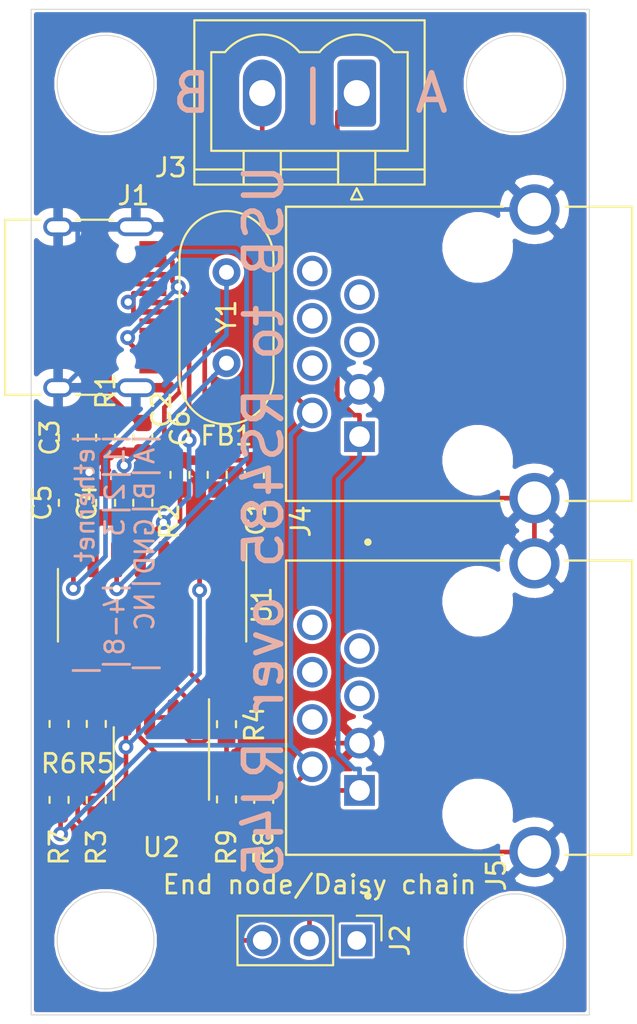
<source format=kicad_pcb>
(kicad_pcb (version 20171130) (host pcbnew 5.1.5-1.fc30)

  (general
    (thickness 1.6)
    (drawings 13)
    (tracks 237)
    (zones 0)
    (modules 24)
    (nets 36)
  )

  (page A4)
  (title_block
    (title "USB to RS485 over RJ45")
    (date 2019-12-21)
    (rev v1)
  )

  (layers
    (0 F.Cu signal)
    (31 B.Cu signal)
    (32 B.Adhes user)
    (33 F.Adhes user)
    (34 B.Paste user)
    (35 F.Paste user)
    (36 B.SilkS user hide)
    (37 F.SilkS user)
    (38 B.Mask user)
    (39 F.Mask user)
    (40 Dwgs.User user)
    (41 Cmts.User user)
    (42 Eco1.User user)
    (43 Eco2.User user)
    (44 Edge.Cuts user)
    (45 Margin user)
    (46 B.CrtYd user)
    (47 F.CrtYd user hide)
    (48 B.Fab user)
    (49 F.Fab user hide)
  )

  (setup
    (last_trace_width 0.25)
    (trace_clearance 0.2)
    (zone_clearance 0.127)
    (zone_45_only no)
    (trace_min 0.127)
    (via_size 0.8)
    (via_drill 0.4)
    (via_min_size 0.45)
    (via_min_drill 0.2)
    (uvia_size 0.3)
    (uvia_drill 0.1)
    (uvias_allowed no)
    (uvia_min_size 0.2)
    (uvia_min_drill 0.1)
    (edge_width 0.05)
    (segment_width 0.2)
    (pcb_text_width 0.3)
    (pcb_text_size 1.5 1.5)
    (mod_edge_width 0.12)
    (mod_text_size 1 1)
    (mod_text_width 0.15)
    (pad_size 1.524 1.524)
    (pad_drill 0.762)
    (pad_to_mask_clearance 0.051)
    (solder_mask_min_width 0.25)
    (aux_axis_origin 0 0)
    (visible_elements FFFFFF7F)
    (pcbplotparams
      (layerselection 0x3ffff_ffffffff)
      (usegerberextensions false)
      (usegerberattributes false)
      (usegerberadvancedattributes false)
      (creategerberjobfile false)
      (excludeedgelayer true)
      (linewidth 0.100000)
      (plotframeref false)
      (viasonmask false)
      (mode 1)
      (useauxorigin false)
      (hpglpennumber 1)
      (hpglpenspeed 20)
      (hpglpendiameter 15.000000)
      (psnegative false)
      (psa4output false)
      (plotreference true)
      (plotvalue true)
      (plotinvisibletext false)
      (padsonsilk false)
      (subtractmaskfromsilk false)
      (outputformat 1)
      (mirror false)
      (drillshape 0)
      (scaleselection 1)
      (outputdirectory ""))
  )

  (net 0 "")
  (net 1 GND)
  (net 2 VCC)
  (net 3 "Net-(U1-Pad9)")
  (net 4 "Net-(U1-Pad10)")
  (net 5 "Net-(U1-Pad11)")
  (net 6 "Net-(U1-Pad12)")
  (net 7 "Net-(J2-Pad1)")
  (net 8 "Net-(J2-Pad3)")
  (net 9 "Net-(R4-Pad2)")
  (net 10 "Net-(C4-Pad1)")
  (net 11 "Net-(C1-Pad1)")
  (net 12 "Net-(C5-Pad1)")
  (net 13 "Net-(C6-Pad2)")
  (net 14 "Net-(J2-Pad2)")
  (net 15 "Net-(J4-Pad4)")
  (net 16 "Net-(J4-Pad5)")
  (net 17 "Net-(J4-Pad6)")
  (net 18 "Net-(J4-Pad7)")
  (net 19 "Net-(J4-Pad8)")
  (net 20 "Net-(R3-Pad2)")
  (net 21 "Net-(U1-Pad13)")
  (net 22 "Net-(U1-Pad15)")
  (net 23 "Net-(J1-PadA6)")
  (net 24 "Net-(J1-PadB5)")
  (net 25 "Net-(J1-PadA8)")
  (net 26 "Net-(J1-PadA7)")
  (net 27 "Net-(J1-PadA5)")
  (net 28 "Net-(J1-PadB8)")
  (net 29 "Net-(J3-Pad2)")
  (net 30 "Net-(J5-Pad4)")
  (net 31 "Net-(J5-Pad5)")
  (net 32 "Net-(J5-Pad6)")
  (net 33 "Net-(J5-Pad7)")
  (net 34 "Net-(J5-Pad8)")
  (net 35 "Net-(R6-Pad2)")

  (net_class Default "Dit is de standaard class."
    (clearance 0.2)
    (trace_width 0.25)
    (via_dia 0.8)
    (via_drill 0.4)
    (uvia_dia 0.3)
    (uvia_drill 0.1)
    (add_net "Net-(C1-Pad1)")
    (add_net "Net-(C5-Pad1)")
    (add_net "Net-(C6-Pad2)")
    (add_net "Net-(J1-PadA5)")
    (add_net "Net-(J1-PadA6)")
    (add_net "Net-(J1-PadA7)")
    (add_net "Net-(J1-PadA8)")
    (add_net "Net-(J1-PadB5)")
    (add_net "Net-(J1-PadB8)")
    (add_net "Net-(J2-Pad2)")
    (add_net "Net-(J3-Pad2)")
    (add_net "Net-(J4-Pad4)")
    (add_net "Net-(J4-Pad5)")
    (add_net "Net-(J4-Pad6)")
    (add_net "Net-(J4-Pad7)")
    (add_net "Net-(J4-Pad8)")
    (add_net "Net-(J5-Pad4)")
    (add_net "Net-(J5-Pad5)")
    (add_net "Net-(J5-Pad6)")
    (add_net "Net-(J5-Pad7)")
    (add_net "Net-(J5-Pad8)")
    (add_net "Net-(R3-Pad2)")
    (add_net "Net-(R6-Pad2)")
    (add_net "Net-(U1-Pad13)")
    (add_net "Net-(U1-Pad15)")
  )

  (net_class JLCPCB ""
    (clearance 0.127)
    (trace_width 0.25)
    (via_dia 0.8)
    (via_drill 0.4)
    (uvia_dia 0.3)
    (uvia_drill 0.1)
    (add_net GND)
    (add_net "Net-(C4-Pad1)")
    (add_net "Net-(J2-Pad1)")
    (add_net "Net-(J2-Pad3)")
    (add_net "Net-(R4-Pad2)")
    (add_net "Net-(U1-Pad10)")
    (add_net "Net-(U1-Pad11)")
    (add_net "Net-(U1-Pad12)")
    (add_net "Net-(U1-Pad9)")
    (add_net VCC)
  )

  (module usb_to_rs485_over_rj45:ASSMANN_A-2004-2-4-LPS-N-R (layer F.Cu) (tedit 5DFE3387) (tstamp 5DFE7BA5)
    (at 203.5 120 90)
    (path /5E06EBB8)
    (fp_text reference J5 (at -9 1 90) (layer F.SilkS)
      (effects (font (size 1 1) (thickness 0.15)))
    )
    (fp_text value RJ45_Shielded (at 14.114 9.889 90) (layer F.Fab)
      (effects (font (size 1.4 1.4) (thickness 0.015)))
    )
    (fp_line (start -7.9 -10.3) (end 7.9 -10.3) (layer F.Fab) (width 0.127))
    (fp_line (start 7.9 -10.3) (end 7.9 8.3) (layer F.Fab) (width 0.127))
    (fp_line (start 7.9 8.3) (end -7.9 8.3) (layer F.Fab) (width 0.127))
    (fp_line (start -7.9 8.3) (end -7.9 -10.3) (layer F.Fab) (width 0.127))
    (fp_line (start -7.9 1.38) (end -7.9 -10.3) (layer F.SilkS) (width 0.127))
    (fp_line (start -7.9 -10.3) (end 7.9 -10.3) (layer F.SilkS) (width 0.127))
    (fp_line (start 7.9 -10.3) (end 7.9 1.38) (layer F.SilkS) (width 0.127))
    (fp_line (start 7.9 8.3) (end -7.9 8.3) (layer F.SilkS) (width 0.127))
    (fp_line (start -7.9 8.3) (end -7.9 4.72) (layer F.SilkS) (width 0.127))
    (fp_line (start 7.9 4.72) (end 7.9 8.3) (layer F.SilkS) (width 0.127))
    (fp_line (start -9.35 -10.55) (end -9.35 8.55) (layer F.CrtYd) (width 0.05))
    (fp_line (start -9.35 8.55) (end 9.35 8.55) (layer F.CrtYd) (width 0.05))
    (fp_line (start 9.35 8.55) (end 9.35 -10.55) (layer F.CrtYd) (width 0.05))
    (fp_line (start 9.35 -10.55) (end -9.35 -10.55) (layer F.CrtYd) (width 0.05))
    (fp_circle (center -10.11 -5.9) (end -10.01 -5.9) (layer F.SilkS) (width 0.2))
    (fp_circle (center -10.11 -5.9) (end -10.01 -5.9) (layer F.Fab) (width 0.2))
    (pad None np_thru_hole circle (at -5.715 0 90) (size 3.4 3.4) (drill 3.4) (layers *.Cu *.Mask))
    (pad None np_thru_hole circle (at 5.715 0 90) (size 3.4 3.4) (drill 3.4) (layers *.Cu *.Mask))
    (pad 1 thru_hole rect (at -4.445 -6.35 90) (size 1.65 1.65) (drill 1.1) (layers *.Cu *.Mask)
      (net 14 "Net-(J2-Pad2)"))
    (pad 2 thru_hole circle (at -3.175 -8.89 90) (size 1.65 1.65) (drill 1.1) (layers *.Cu *.Mask)
      (net 29 "Net-(J3-Pad2)"))
    (pad 3 thru_hole circle (at -1.905 -6.35 90) (size 1.65 1.65) (drill 1.1) (layers *.Cu *.Mask)
      (net 1 GND))
    (pad 4 thru_hole circle (at -0.635 -8.89 90) (size 1.65 1.65) (drill 1.1) (layers *.Cu *.Mask)
      (net 30 "Net-(J5-Pad4)"))
    (pad 5 thru_hole circle (at 0.635 -6.35 90) (size 1.65 1.65) (drill 1.1) (layers *.Cu *.Mask)
      (net 31 "Net-(J5-Pad5)"))
    (pad 6 thru_hole circle (at 1.905 -8.89 90) (size 1.65 1.65) (drill 1.1) (layers *.Cu *.Mask)
      (net 32 "Net-(J5-Pad6)"))
    (pad 7 thru_hole circle (at 3.175 -6.35 90) (size 1.65 1.65) (drill 1.1) (layers *.Cu *.Mask)
      (net 33 "Net-(J5-Pad7)"))
    (pad 8 thru_hole circle (at 4.445 -8.89 90) (size 1.65 1.65) (drill 1.1) (layers *.Cu *.Mask)
      (net 34 "Net-(J5-Pad8)"))
    (pad SH thru_hole circle (at -7.75 3.05 90) (size 2.7 2.7) (drill 1.8) (layers *.Cu *.Mask)
      (net 1 GND))
    (pad SH thru_hole circle (at 7.75 3.05 90) (size 2.7 2.7) (drill 1.8) (layers *.Cu *.Mask)
      (net 1 GND))
  )

  (module usb_to_rs485_over_rj45:ASSMANN_A-2004-2-4-LPS-N-R (layer F.Cu) (tedit 5DFE3345) (tstamp 5DFE7B86)
    (at 203.5 101 90)
    (path /5DFDB770)
    (fp_text reference J4 (at -9 -9.5 90) (layer F.SilkS)
      (effects (font (size 1 1) (thickness 0.15)))
    )
    (fp_text value RJ45_Shielded (at 14.114 9.889 90) (layer F.Fab)
      (effects (font (size 1.4 1.4) (thickness 0.015)))
    )
    (fp_circle (center -10.11 -5.9) (end -10.01 -5.9) (layer F.Fab) (width 0.2))
    (fp_circle (center -10.11 -5.9) (end -10.01 -5.9) (layer F.SilkS) (width 0.2))
    (fp_line (start 9.35 -10.55) (end -9.35 -10.55) (layer F.CrtYd) (width 0.05))
    (fp_line (start 9.35 8.55) (end 9.35 -10.55) (layer F.CrtYd) (width 0.05))
    (fp_line (start -9.35 8.55) (end 9.35 8.55) (layer F.CrtYd) (width 0.05))
    (fp_line (start -9.35 -10.55) (end -9.35 8.55) (layer F.CrtYd) (width 0.05))
    (fp_line (start 7.9 4.72) (end 7.9 8.3) (layer F.SilkS) (width 0.127))
    (fp_line (start -7.9 8.3) (end -7.9 4.72) (layer F.SilkS) (width 0.127))
    (fp_line (start 7.9 8.3) (end -7.9 8.3) (layer F.SilkS) (width 0.127))
    (fp_line (start 7.9 -10.3) (end 7.9 1.38) (layer F.SilkS) (width 0.127))
    (fp_line (start -7.9 -10.3) (end 7.9 -10.3) (layer F.SilkS) (width 0.127))
    (fp_line (start -7.9 1.38) (end -7.9 -10.3) (layer F.SilkS) (width 0.127))
    (fp_line (start -7.9 8.3) (end -7.9 -10.3) (layer F.Fab) (width 0.127))
    (fp_line (start 7.9 8.3) (end -7.9 8.3) (layer F.Fab) (width 0.127))
    (fp_line (start 7.9 -10.3) (end 7.9 8.3) (layer F.Fab) (width 0.127))
    (fp_line (start -7.9 -10.3) (end 7.9 -10.3) (layer F.Fab) (width 0.127))
    (pad SH thru_hole circle (at 7.75 3.05 90) (size 2.7 2.7) (drill 1.8) (layers *.Cu *.Mask)
      (net 1 GND))
    (pad SH thru_hole circle (at -7.75 3.05 90) (size 2.7 2.7) (drill 1.8) (layers *.Cu *.Mask)
      (net 1 GND))
    (pad 8 thru_hole circle (at 4.445 -8.89 90) (size 1.65 1.65) (drill 1.1) (layers *.Cu *.Mask)
      (net 19 "Net-(J4-Pad8)"))
    (pad 7 thru_hole circle (at 3.175 -6.35 90) (size 1.65 1.65) (drill 1.1) (layers *.Cu *.Mask)
      (net 18 "Net-(J4-Pad7)"))
    (pad 6 thru_hole circle (at 1.905 -8.89 90) (size 1.65 1.65) (drill 1.1) (layers *.Cu *.Mask)
      (net 17 "Net-(J4-Pad6)"))
    (pad 5 thru_hole circle (at 0.635 -6.35 90) (size 1.65 1.65) (drill 1.1) (layers *.Cu *.Mask)
      (net 16 "Net-(J4-Pad5)"))
    (pad 4 thru_hole circle (at -0.635 -8.89 90) (size 1.65 1.65) (drill 1.1) (layers *.Cu *.Mask)
      (net 15 "Net-(J4-Pad4)"))
    (pad 3 thru_hole circle (at -1.905 -6.35 90) (size 1.65 1.65) (drill 1.1) (layers *.Cu *.Mask)
      (net 1 GND))
    (pad 2 thru_hole circle (at -3.175 -8.89 90) (size 1.65 1.65) (drill 1.1) (layers *.Cu *.Mask)
      (net 29 "Net-(J3-Pad2)"))
    (pad 1 thru_hole rect (at -4.445 -6.35 90) (size 1.65 1.65) (drill 1.1) (layers *.Cu *.Mask)
      (net 14 "Net-(J2-Pad2)"))
    (pad None np_thru_hole circle (at 5.715 0 90) (size 3.4 3.4) (drill 3.4) (layers *.Cu *.Mask))
    (pad None np_thru_hole circle (at -5.715 0 90) (size 3.4 3.4) (drill 3.4) (layers *.Cu *.Mask))
    (model ${KIPRJMOD}/A-2004-2-4-LPS-N-R--3DModel-STEP-56544.STEP
      (at (xyz 0 0 0))
      (scale (xyz 1 1 1))
      (rotate (xyz 0 0 0))
    )
  )

  (module Inductor_SMD:L_0603_1608Metric (layer F.Cu) (tedit 5B301BBE) (tstamp 5DFE8413)
    (at 189.5 107.5 90)
    (descr "Inductor SMD 0603 (1608 Metric), square (rectangular) end terminal, IPC_7351 nominal, (Body size source: http://www.tortai-tech.com/upload/download/2011102023233369053.pdf), generated with kicad-footprint-generator")
    (tags inductor)
    (path /5DFE7665)
    (attr smd)
    (fp_text reference FB1 (at 2.1 0.5) (layer F.SilkS)
      (effects (font (size 1 1) (thickness 0.15)))
    )
    (fp_text value 1A (at 0 1.43 90) (layer F.Fab)
      (effects (font (size 1 1) (thickness 0.15)))
    )
    (fp_line (start -0.8 0.4) (end -0.8 -0.4) (layer F.Fab) (width 0.1))
    (fp_line (start -0.8 -0.4) (end 0.8 -0.4) (layer F.Fab) (width 0.1))
    (fp_line (start 0.8 -0.4) (end 0.8 0.4) (layer F.Fab) (width 0.1))
    (fp_line (start 0.8 0.4) (end -0.8 0.4) (layer F.Fab) (width 0.1))
    (fp_line (start -0.162779 -0.51) (end 0.162779 -0.51) (layer F.SilkS) (width 0.12))
    (fp_line (start -0.162779 0.51) (end 0.162779 0.51) (layer F.SilkS) (width 0.12))
    (fp_line (start -1.48 0.73) (end -1.48 -0.73) (layer F.CrtYd) (width 0.05))
    (fp_line (start -1.48 -0.73) (end 1.48 -0.73) (layer F.CrtYd) (width 0.05))
    (fp_line (start 1.48 -0.73) (end 1.48 0.73) (layer F.CrtYd) (width 0.05))
    (fp_line (start 1.48 0.73) (end -1.48 0.73) (layer F.CrtYd) (width 0.05))
    (fp_text user %R (at 0 0 90) (layer F.Fab)
      (effects (font (size 0.4 0.4) (thickness 0.06)))
    )
    (pad 1 smd roundrect (at -0.7875 0 90) (size 0.875 0.95) (layers F.Cu F.Paste F.Mask) (roundrect_rratio 0.25)
      (net 2 VCC))
    (pad 2 smd roundrect (at 0.7875 0 90) (size 0.875 0.95) (layers F.Cu F.Paste F.Mask) (roundrect_rratio 0.25)
      (net 11 "Net-(C1-Pad1)"))
    (model ${KISYS3DMOD}/Inductor_SMD.3dshapes/L_0603_1608Metric.wrl
      (at (xyz 0 0 0))
      (scale (xyz 1 1 1))
      (rotate (xyz 0 0 0))
    )
  )

  (module Connector_PinHeader_2.54mm:PinHeader_1x03_P2.54mm_Vertical (layer F.Cu) (tedit 59FED5CC) (tstamp 5DFD5C3A)
    (at 197 132.5 270)
    (descr "Through hole straight pin header, 1x03, 2.54mm pitch, single row")
    (tags "Through hole pin header THT 1x03 2.54mm single row")
    (path /5E061B66)
    (fp_text reference J2 (at 0 -2.33 90) (layer F.SilkS)
      (effects (font (size 1 1) (thickness 0.15)))
    )
    (fp_text value Conn_01x03_Male (at 0 7.41 90) (layer F.Fab)
      (effects (font (size 1 1) (thickness 0.15)))
    )
    (fp_line (start -0.635 -1.27) (end 1.27 -1.27) (layer F.Fab) (width 0.1))
    (fp_line (start 1.27 -1.27) (end 1.27 6.35) (layer F.Fab) (width 0.1))
    (fp_line (start 1.27 6.35) (end -1.27 6.35) (layer F.Fab) (width 0.1))
    (fp_line (start -1.27 6.35) (end -1.27 -0.635) (layer F.Fab) (width 0.1))
    (fp_line (start -1.27 -0.635) (end -0.635 -1.27) (layer F.Fab) (width 0.1))
    (fp_line (start -1.33 6.41) (end 1.33 6.41) (layer F.SilkS) (width 0.12))
    (fp_line (start -1.33 1.27) (end -1.33 6.41) (layer F.SilkS) (width 0.12))
    (fp_line (start 1.33 1.27) (end 1.33 6.41) (layer F.SilkS) (width 0.12))
    (fp_line (start -1.33 1.27) (end 1.33 1.27) (layer F.SilkS) (width 0.12))
    (fp_line (start -1.33 0) (end -1.33 -1.33) (layer F.SilkS) (width 0.12))
    (fp_line (start -1.33 -1.33) (end 0 -1.33) (layer F.SilkS) (width 0.12))
    (fp_line (start -1.8 -1.8) (end -1.8 6.85) (layer F.CrtYd) (width 0.05))
    (fp_line (start -1.8 6.85) (end 1.8 6.85) (layer F.CrtYd) (width 0.05))
    (fp_line (start 1.8 6.85) (end 1.8 -1.8) (layer F.CrtYd) (width 0.05))
    (fp_line (start 1.8 -1.8) (end -1.8 -1.8) (layer F.CrtYd) (width 0.05))
    (fp_text user %R (at 0 2.54) (layer F.Fab)
      (effects (font (size 1 1) (thickness 0.15)))
    )
    (pad 1 thru_hole rect (at 0 0 270) (size 1.7 1.7) (drill 1) (layers *.Cu *.Mask)
      (net 7 "Net-(J2-Pad1)"))
    (pad 2 thru_hole oval (at 0 2.54 270) (size 1.7 1.7) (drill 1) (layers *.Cu *.Mask)
      (net 14 "Net-(J2-Pad2)"))
    (pad 3 thru_hole oval (at 0 5.08 270) (size 1.7 1.7) (drill 1) (layers *.Cu *.Mask)
      (net 8 "Net-(J2-Pad3)"))
    (model ${KISYS3DMOD}/Connector_PinHeader_2.54mm.3dshapes/PinHeader_1x03_P2.54mm_Vertical.wrl
      (at (xyz 0 0 0))
      (scale (xyz 1 1 1))
      (rotate (xyz 0 0 0))
    )
  )

  (module Connector_Phoenix_MSTB:PhoenixContact_MSTBVA_2,5_2-G-5,08_1x02_P5.08mm_Vertical (layer F.Cu) (tedit 5B785047) (tstamp 5DFD75A7)
    (at 197 87 180)
    (descr "Generic Phoenix Contact connector footprint for: MSTBVA_2,5/2-G-5,08; number of pins: 02; pin pitch: 5.08mm; Vertical || order number: 1755736 12A || order number: 1924305 16A (HC)")
    (tags "phoenix_contact connector MSTBVA_01x02_G_5.08mm")
    (path /5E129B64)
    (fp_text reference J3 (at 10 -4) (layer F.SilkS)
      (effects (font (size 1 1) (thickness 0.15)))
    )
    (fp_text value Conn_01x02_Female (at 2.54 5) (layer F.Fab)
      (effects (font (size 1 1) (thickness 0.15)))
    )
    (fp_arc (start 0 0.55) (end -2 2.2) (angle -100.5) (layer F.SilkS) (width 0.12))
    (fp_arc (start 5.08 0.55) (end 3.08 2.2) (angle -100.5) (layer F.SilkS) (width 0.12))
    (fp_line (start -3.65 -4.91) (end -3.65 3.91) (layer F.SilkS) (width 0.12))
    (fp_line (start -3.65 3.91) (end 8.73 3.91) (layer F.SilkS) (width 0.12))
    (fp_line (start 8.73 3.91) (end 8.73 -4.91) (layer F.SilkS) (width 0.12))
    (fp_line (start 8.73 -4.91) (end -3.65 -4.91) (layer F.SilkS) (width 0.12))
    (fp_line (start -3.54 -4.8) (end -3.54 3.8) (layer F.Fab) (width 0.1))
    (fp_line (start -3.54 3.8) (end 8.62 3.8) (layer F.Fab) (width 0.1))
    (fp_line (start 8.62 3.8) (end 8.62 -4.8) (layer F.Fab) (width 0.1))
    (fp_line (start 8.62 -4.8) (end -3.54 -4.8) (layer F.Fab) (width 0.1))
    (fp_line (start -3.65 -4.1) (end -1.11 -4.1) (layer F.SilkS) (width 0.12))
    (fp_line (start 8.73 -4.1) (end 6.19 -4.1) (layer F.SilkS) (width 0.12))
    (fp_line (start 1 -4.1) (end 4.08 -4.1) (layer F.SilkS) (width 0.12))
    (fp_line (start -1 -3.1) (end -1 -4.91) (layer F.SilkS) (width 0.12))
    (fp_line (start -1 -4.91) (end 1 -4.91) (layer F.SilkS) (width 0.12))
    (fp_line (start 1 -4.91) (end 1 -3.1) (layer F.SilkS) (width 0.12))
    (fp_line (start 1 -3.1) (end -1 -3.1) (layer F.SilkS) (width 0.12))
    (fp_line (start 4.08 -3.1) (end 4.08 -4.91) (layer F.SilkS) (width 0.12))
    (fp_line (start 4.08 -4.91) (end 6.08 -4.91) (layer F.SilkS) (width 0.12))
    (fp_line (start 6.08 -4.91) (end 6.08 -3.1) (layer F.SilkS) (width 0.12))
    (fp_line (start 6.08 -3.1) (end 4.08 -3.1) (layer F.SilkS) (width 0.12))
    (fp_line (start 2 2.2) (end 3.08 2.2) (layer F.SilkS) (width 0.12))
    (fp_line (start -2 2.2) (end -2.74 2.2) (layer F.SilkS) (width 0.12))
    (fp_line (start -2.74 2.2) (end -2.74 -3.1) (layer F.SilkS) (width 0.12))
    (fp_line (start -2.74 -3.1) (end 7.82 -3.1) (layer F.SilkS) (width 0.12))
    (fp_line (start 7.82 -3.1) (end 7.82 2.2) (layer F.SilkS) (width 0.12))
    (fp_line (start 7.82 2.2) (end 7.08 2.2) (layer F.SilkS) (width 0.12))
    (fp_line (start -4.04 -5.3) (end -4.04 4.3) (layer F.CrtYd) (width 0.05))
    (fp_line (start -4.04 4.3) (end 9.12 4.3) (layer F.CrtYd) (width 0.05))
    (fp_line (start 9.12 4.3) (end 9.12 -5.3) (layer F.CrtYd) (width 0.05))
    (fp_line (start 9.12 -5.3) (end -4.04 -5.3) (layer F.CrtYd) (width 0.05))
    (fp_line (start 0.3 -5.71) (end 0 -5.11) (layer F.SilkS) (width 0.12))
    (fp_line (start 0 -5.11) (end -0.3 -5.71) (layer F.SilkS) (width 0.12))
    (fp_line (start -0.3 -5.71) (end 0.3 -5.71) (layer F.SilkS) (width 0.12))
    (fp_line (start 0.5 -3.55) (end 0 -2.55) (layer F.Fab) (width 0.1))
    (fp_line (start 0 -2.55) (end -0.5 -3.55) (layer F.Fab) (width 0.1))
    (fp_line (start -0.5 -3.55) (end 0.5 -3.55) (layer F.Fab) (width 0.1))
    (fp_text user %R (at 2.54 -4.1) (layer F.Fab)
      (effects (font (size 1 1) (thickness 0.15)))
    )
    (pad 1 thru_hole roundrect (at 0 0 180) (size 2.08 3.6) (drill 1.4) (layers *.Cu *.Mask) (roundrect_rratio 0.120192)
      (net 14 "Net-(J2-Pad2)"))
    (pad 2 thru_hole oval (at 5.08 0 180) (size 2.08 3.6) (drill 1.4) (layers *.Cu *.Mask)
      (net 29 "Net-(J3-Pad2)"))
    (model ${KISYS3DMOD}/Connector_Phoenix_MSTB.3dshapes/PhoenixContact_MSTBVA_2,5_2-G-5,08_1x02_P5.08mm_Vertical.wrl
      (at (xyz 0 0 0))
      (scale (xyz 1 1 1))
      (rotate (xyz 0 0 0))
    )
  )

  (module Package_SO:SOIC-16_3.9x9.9mm_P1.27mm (layer F.Cu) (tedit 5D9F72B1) (tstamp 5E18ECF8)
    (at 186 114.5 270)
    (descr "SOIC, 16 Pin (JEDEC MS-012AC, https://www.analog.com/media/en/package-pcb-resources/package/pkg_pdf/soic_narrow-r/r_16.pdf), generated with kicad-footprint-generator ipc_gullwing_generator.py")
    (tags "SOIC SO")
    (path /5E191246)
    (attr smd)
    (fp_text reference U1 (at 0 -5.9 90) (layer F.SilkS)
      (effects (font (size 1 1) (thickness 0.15)))
    )
    (fp_text value CH340G (at 0 5.9 90) (layer F.Fab)
      (effects (font (size 1 1) (thickness 0.15)))
    )
    (fp_line (start 0 5.06) (end 1.95 5.06) (layer F.SilkS) (width 0.12))
    (fp_line (start 0 5.06) (end -1.95 5.06) (layer F.SilkS) (width 0.12))
    (fp_line (start 0 -5.06) (end 1.95 -5.06) (layer F.SilkS) (width 0.12))
    (fp_line (start 0 -5.06) (end -3.45 -5.06) (layer F.SilkS) (width 0.12))
    (fp_line (start -0.975 -4.95) (end 1.95 -4.95) (layer F.Fab) (width 0.1))
    (fp_line (start 1.95 -4.95) (end 1.95 4.95) (layer F.Fab) (width 0.1))
    (fp_line (start 1.95 4.95) (end -1.95 4.95) (layer F.Fab) (width 0.1))
    (fp_line (start -1.95 4.95) (end -1.95 -3.975) (layer F.Fab) (width 0.1))
    (fp_line (start -1.95 -3.975) (end -0.975 -4.95) (layer F.Fab) (width 0.1))
    (fp_line (start -3.7 -5.2) (end -3.7 5.2) (layer F.CrtYd) (width 0.05))
    (fp_line (start -3.7 5.2) (end 3.7 5.2) (layer F.CrtYd) (width 0.05))
    (fp_line (start 3.7 5.2) (end 3.7 -5.2) (layer F.CrtYd) (width 0.05))
    (fp_line (start 3.7 -5.2) (end -3.7 -5.2) (layer F.CrtYd) (width 0.05))
    (fp_text user %R (at 0 0 90) (layer F.Fab)
      (effects (font (size 0.98 0.98) (thickness 0.15)))
    )
    (pad 1 smd roundrect (at -2.475 -4.445 270) (size 1.95 0.6) (layers F.Cu F.Paste F.Mask) (roundrect_rratio 0.25)
      (net 1 GND))
    (pad 2 smd roundrect (at -2.475 -3.175 270) (size 1.95 0.6) (layers F.Cu F.Paste F.Mask) (roundrect_rratio 0.25)
      (net 20 "Net-(R3-Pad2)"))
    (pad 3 smd roundrect (at -2.475 -1.905 270) (size 1.95 0.6) (layers F.Cu F.Paste F.Mask) (roundrect_rratio 0.25)
      (net 35 "Net-(R6-Pad2)"))
    (pad 4 smd roundrect (at -2.475 -0.635 270) (size 1.95 0.6) (layers F.Cu F.Paste F.Mask) (roundrect_rratio 0.25)
      (net 13 "Net-(C6-Pad2)"))
    (pad 5 smd roundrect (at -2.475 0.635 270) (size 1.95 0.6) (layers F.Cu F.Paste F.Mask) (roundrect_rratio 0.25)
      (net 23 "Net-(J1-PadA6)"))
    (pad 6 smd roundrect (at -2.475 1.905 270) (size 1.95 0.6) (layers F.Cu F.Paste F.Mask) (roundrect_rratio 0.25)
      (net 26 "Net-(J1-PadA7)"))
    (pad 7 smd roundrect (at -2.475 3.175 270) (size 1.95 0.6) (layers F.Cu F.Paste F.Mask) (roundrect_rratio 0.25)
      (net 10 "Net-(C4-Pad1)"))
    (pad 8 smd roundrect (at -2.475 4.445 270) (size 1.95 0.6) (layers F.Cu F.Paste F.Mask) (roundrect_rratio 0.25)
      (net 12 "Net-(C5-Pad1)"))
    (pad 9 smd roundrect (at 2.475 4.445 270) (size 1.95 0.6) (layers F.Cu F.Paste F.Mask) (roundrect_rratio 0.25)
      (net 3 "Net-(U1-Pad9)"))
    (pad 10 smd roundrect (at 2.475 3.175 270) (size 1.95 0.6) (layers F.Cu F.Paste F.Mask) (roundrect_rratio 0.25)
      (net 4 "Net-(U1-Pad10)"))
    (pad 11 smd roundrect (at 2.475 1.905 270) (size 1.95 0.6) (layers F.Cu F.Paste F.Mask) (roundrect_rratio 0.25)
      (net 5 "Net-(U1-Pad11)"))
    (pad 12 smd roundrect (at 2.475 0.635 270) (size 1.95 0.6) (layers F.Cu F.Paste F.Mask) (roundrect_rratio 0.25)
      (net 6 "Net-(U1-Pad12)"))
    (pad 13 smd roundrect (at 2.475 -0.635 270) (size 1.95 0.6) (layers F.Cu F.Paste F.Mask) (roundrect_rratio 0.25)
      (net 21 "Net-(U1-Pad13)"))
    (pad 14 smd roundrect (at 2.475 -1.905 270) (size 1.95 0.6) (layers F.Cu F.Paste F.Mask) (roundrect_rratio 0.25)
      (net 9 "Net-(R4-Pad2)"))
    (pad 15 smd roundrect (at 2.475 -3.175 270) (size 1.95 0.6) (layers F.Cu F.Paste F.Mask) (roundrect_rratio 0.25)
      (net 22 "Net-(U1-Pad15)"))
    (pad 16 smd roundrect (at 2.475 -4.445 270) (size 1.95 0.6) (layers F.Cu F.Paste F.Mask) (roundrect_rratio 0.25)
      (net 2 VCC))
    (model ${KISYS3DMOD}/Package_SO.3dshapes/SOIC-16_3.9x9.9mm_P1.27mm.wrl
      (at (xyz 0 0 0))
      (scale (xyz 1 1 1))
      (rotate (xyz 0 0 0))
    )
  )

  (module Package_SO:SOIC-8_3.9x4.9mm_P1.27mm (layer F.Cu) (tedit 5D9F72B1) (tstamp 5E18ED12)
    (at 186.5 123 270)
    (descr "SOIC, 8 Pin (JEDEC MS-012AA, https://www.analog.com/media/en/package-pcb-resources/package/pkg_pdf/soic_narrow-r/r_8.pdf), generated with kicad-footprint-generator ipc_gullwing_generator.py")
    (tags "SOIC SO")
    (path /5E19C2CA)
    (attr smd)
    (fp_text reference U2 (at 4.5 0 180) (layer F.SilkS)
      (effects (font (size 1 1) (thickness 0.15)))
    )
    (fp_text value ST485EBDR (at 0 3.4 90) (layer F.Fab)
      (effects (font (size 1 1) (thickness 0.15)))
    )
    (fp_line (start 0 2.56) (end 1.95 2.56) (layer F.SilkS) (width 0.12))
    (fp_line (start 0 2.56) (end -1.95 2.56) (layer F.SilkS) (width 0.12))
    (fp_line (start 0 -2.56) (end 1.95 -2.56) (layer F.SilkS) (width 0.12))
    (fp_line (start 0 -2.56) (end -3.45 -2.56) (layer F.SilkS) (width 0.12))
    (fp_line (start -0.975 -2.45) (end 1.95 -2.45) (layer F.Fab) (width 0.1))
    (fp_line (start 1.95 -2.45) (end 1.95 2.45) (layer F.Fab) (width 0.1))
    (fp_line (start 1.95 2.45) (end -1.95 2.45) (layer F.Fab) (width 0.1))
    (fp_line (start -1.95 2.45) (end -1.95 -1.475) (layer F.Fab) (width 0.1))
    (fp_line (start -1.95 -1.475) (end -0.975 -2.45) (layer F.Fab) (width 0.1))
    (fp_line (start -3.7 -2.7) (end -3.7 2.7) (layer F.CrtYd) (width 0.05))
    (fp_line (start -3.7 2.7) (end 3.7 2.7) (layer F.CrtYd) (width 0.05))
    (fp_line (start 3.7 2.7) (end 3.7 -2.7) (layer F.CrtYd) (width 0.05))
    (fp_line (start 3.7 -2.7) (end -3.7 -2.7) (layer F.CrtYd) (width 0.05))
    (fp_text user %R (at 0 0 90) (layer F.Fab)
      (effects (font (size 0.98 0.98) (thickness 0.15)))
    )
    (pad 1 smd roundrect (at -2.475 -1.905 270) (size 1.95 0.6) (layers F.Cu F.Paste F.Mask) (roundrect_rratio 0.25)
      (net 35 "Net-(R6-Pad2)"))
    (pad 2 smd roundrect (at -2.475 -0.635 270) (size 1.95 0.6) (layers F.Cu F.Paste F.Mask) (roundrect_rratio 0.25)
      (net 9 "Net-(R4-Pad2)"))
    (pad 3 smd roundrect (at -2.475 0.635 270) (size 1.95 0.6) (layers F.Cu F.Paste F.Mask) (roundrect_rratio 0.25)
      (net 9 "Net-(R4-Pad2)"))
    (pad 4 smd roundrect (at -2.475 1.905 270) (size 1.95 0.6) (layers F.Cu F.Paste F.Mask) (roundrect_rratio 0.25)
      (net 20 "Net-(R3-Pad2)"))
    (pad 5 smd roundrect (at 2.475 1.905 270) (size 1.95 0.6) (layers F.Cu F.Paste F.Mask) (roundrect_rratio 0.25)
      (net 1 GND))
    (pad 6 smd roundrect (at 2.475 0.635 270) (size 1.95 0.6) (layers F.Cu F.Paste F.Mask) (roundrect_rratio 0.25)
      (net 14 "Net-(J2-Pad2)"))
    (pad 7 smd roundrect (at 2.475 -0.635 270) (size 1.95 0.6) (layers F.Cu F.Paste F.Mask) (roundrect_rratio 0.25)
      (net 29 "Net-(J3-Pad2)"))
    (pad 8 smd roundrect (at 2.475 -1.905 270) (size 1.95 0.6) (layers F.Cu F.Paste F.Mask) (roundrect_rratio 0.25)
      (net 2 VCC))
    (model ${KISYS3DMOD}/Package_SO.3dshapes/SOIC-8_3.9x4.9mm_P1.27mm.wrl
      (at (xyz 0 0 0))
      (scale (xyz 1 1 1))
      (rotate (xyz 0 0 0))
    )
  )

  (module Crystal:Crystal_HC49-4H_Vertical (layer F.Cu) (tedit 5A1AD3B7) (tstamp 5E18ED29)
    (at 190 101.5 90)
    (descr "Crystal THT HC-49-4H http://5hertz.com/pdfs/04404_D.pdf")
    (tags "THT crystalHC-49-4H")
    (path /5E19613E)
    (fp_text reference Y1 (at 2.5 0 90) (layer F.SilkS)
      (effects (font (size 1 1) (thickness 0.15)))
    )
    (fp_text value 12MHz (at 2.5 1.5 90) (layer F.Fab)
      (effects (font (size 1 1) (thickness 0.15)))
    )
    (fp_text user %R (at 2.44 0 90) (layer F.Fab)
      (effects (font (size 1 1) (thickness 0.15)))
    )
    (fp_line (start -0.76 -2.325) (end 5.64 -2.325) (layer F.Fab) (width 0.1))
    (fp_line (start -0.76 2.325) (end 5.64 2.325) (layer F.Fab) (width 0.1))
    (fp_line (start -0.56 -2) (end 5.44 -2) (layer F.Fab) (width 0.1))
    (fp_line (start -0.56 2) (end 5.44 2) (layer F.Fab) (width 0.1))
    (fp_line (start -0.76 -2.525) (end 5.64 -2.525) (layer F.SilkS) (width 0.12))
    (fp_line (start -0.76 2.525) (end 5.64 2.525) (layer F.SilkS) (width 0.12))
    (fp_line (start -3.6 -2.8) (end -3.6 2.8) (layer F.CrtYd) (width 0.05))
    (fp_line (start -3.6 2.8) (end 8.5 2.8) (layer F.CrtYd) (width 0.05))
    (fp_line (start 8.5 2.8) (end 8.5 -2.8) (layer F.CrtYd) (width 0.05))
    (fp_line (start 8.5 -2.8) (end -3.6 -2.8) (layer F.CrtYd) (width 0.05))
    (fp_arc (start -0.76 0) (end -0.76 -2.325) (angle -180) (layer F.Fab) (width 0.1))
    (fp_arc (start 5.64 0) (end 5.64 -2.325) (angle 180) (layer F.Fab) (width 0.1))
    (fp_arc (start -0.56 0) (end -0.56 -2) (angle -180) (layer F.Fab) (width 0.1))
    (fp_arc (start 5.44 0) (end 5.44 -2) (angle 180) (layer F.Fab) (width 0.1))
    (fp_arc (start -0.76 0) (end -0.76 -2.525) (angle -180) (layer F.SilkS) (width 0.12))
    (fp_arc (start 5.64 0) (end 5.64 -2.525) (angle 180) (layer F.SilkS) (width 0.12))
    (pad 1 thru_hole circle (at 0 0 90) (size 1.5 1.5) (drill 0.8) (layers *.Cu *.Mask)
      (net 10 "Net-(C4-Pad1)"))
    (pad 2 thru_hole circle (at 4.88 0 90) (size 1.5 1.5) (drill 0.8) (layers *.Cu *.Mask)
      (net 12 "Net-(C5-Pad1)"))
    (model ${KISYS3DMOD}/Crystal.3dshapes/Crystal_HC49-4H_Vertical.wrl
      (at (xyz 0 0 0))
      (scale (xyz 1 1 1))
      (rotate (xyz 0 0 0))
    )
  )

  (module Capacitor_SMD:C_0603_1608Metric (layer F.Cu) (tedit 5B301BBE) (tstamp 5E18FF16)
    (at 191.5 107.5 270)
    (descr "Capacitor SMD 0603 (1608 Metric), square (rectangular) end terminal, IPC_7351 nominal, (Body size source: http://www.tortai-tech.com/upload/download/2011102023233369053.pdf), generated with kicad-footprint-generator")
    (tags capacitor)
    (path /5E2AB8BD)
    (attr smd)
    (fp_text reference C1 (at 2.3 -0.1 90) (layer F.SilkS)
      (effects (font (size 1 1) (thickness 0.15)))
    )
    (fp_text value 10nF (at 0 1.43 90) (layer F.Fab)
      (effects (font (size 1 1) (thickness 0.15)))
    )
    (fp_text user %R (at 0 0 90) (layer F.Fab)
      (effects (font (size 0.4 0.4) (thickness 0.06)))
    )
    (fp_line (start 1.48 0.73) (end -1.48 0.73) (layer F.CrtYd) (width 0.05))
    (fp_line (start 1.48 -0.73) (end 1.48 0.73) (layer F.CrtYd) (width 0.05))
    (fp_line (start -1.48 -0.73) (end 1.48 -0.73) (layer F.CrtYd) (width 0.05))
    (fp_line (start -1.48 0.73) (end -1.48 -0.73) (layer F.CrtYd) (width 0.05))
    (fp_line (start -0.162779 0.51) (end 0.162779 0.51) (layer F.SilkS) (width 0.12))
    (fp_line (start -0.162779 -0.51) (end 0.162779 -0.51) (layer F.SilkS) (width 0.12))
    (fp_line (start 0.8 0.4) (end -0.8 0.4) (layer F.Fab) (width 0.1))
    (fp_line (start 0.8 -0.4) (end 0.8 0.4) (layer F.Fab) (width 0.1))
    (fp_line (start -0.8 -0.4) (end 0.8 -0.4) (layer F.Fab) (width 0.1))
    (fp_line (start -0.8 0.4) (end -0.8 -0.4) (layer F.Fab) (width 0.1))
    (pad 2 smd roundrect (at 0.7875 0 270) (size 0.875 0.95) (layers F.Cu F.Paste F.Mask) (roundrect_rratio 0.25)
      (net 1 GND))
    (pad 1 smd roundrect (at -0.7875 0 270) (size 0.875 0.95) (layers F.Cu F.Paste F.Mask) (roundrect_rratio 0.25)
      (net 11 "Net-(C1-Pad1)"))
    (model ${KISYS3DMOD}/Capacitor_SMD.3dshapes/C_0603_1608Metric.wrl
      (at (xyz 0 0 0))
      (scale (xyz 1 1 1))
      (rotate (xyz 0 0 0))
    )
  )

  (module Capacitor_SMD:C_0603_1608Metric (layer F.Cu) (tedit 5B301BBE) (tstamp 5E18FF27)
    (at 183.5 105.5 270)
    (descr "Capacitor SMD 0603 (1608 Metric), square (rectangular) end terminal, IPC_7351 nominal, (Body size source: http://www.tortai-tech.com/upload/download/2011102023233369053.pdf), generated with kicad-footprint-generator")
    (tags capacitor)
    (path /5E29EF1F)
    (attr smd)
    (fp_text reference C2 (at -1.5 -3 90) (layer F.SilkS)
      (effects (font (size 1 1) (thickness 0.15)))
    )
    (fp_text value 100nF (at 0 1.43 90) (layer F.Fab)
      (effects (font (size 1 1) (thickness 0.15)))
    )
    (fp_text user %R (at 0 0 90) (layer F.Fab)
      (effects (font (size 0.4 0.4) (thickness 0.06)))
    )
    (fp_line (start 1.48 0.73) (end -1.48 0.73) (layer F.CrtYd) (width 0.05))
    (fp_line (start 1.48 -0.73) (end 1.48 0.73) (layer F.CrtYd) (width 0.05))
    (fp_line (start -1.48 -0.73) (end 1.48 -0.73) (layer F.CrtYd) (width 0.05))
    (fp_line (start -1.48 0.73) (end -1.48 -0.73) (layer F.CrtYd) (width 0.05))
    (fp_line (start -0.162779 0.51) (end 0.162779 0.51) (layer F.SilkS) (width 0.12))
    (fp_line (start -0.162779 -0.51) (end 0.162779 -0.51) (layer F.SilkS) (width 0.12))
    (fp_line (start 0.8 0.4) (end -0.8 0.4) (layer F.Fab) (width 0.1))
    (fp_line (start 0.8 -0.4) (end 0.8 0.4) (layer F.Fab) (width 0.1))
    (fp_line (start -0.8 -0.4) (end 0.8 -0.4) (layer F.Fab) (width 0.1))
    (fp_line (start -0.8 0.4) (end -0.8 -0.4) (layer F.Fab) (width 0.1))
    (pad 2 smd roundrect (at 0.7875 0 270) (size 0.875 0.95) (layers F.Cu F.Paste F.Mask) (roundrect_rratio 0.25)
      (net 1 GND))
    (pad 1 smd roundrect (at -0.7875 0 270) (size 0.875 0.95) (layers F.Cu F.Paste F.Mask) (roundrect_rratio 0.25)
      (net 2 VCC))
    (model ${KISYS3DMOD}/Capacitor_SMD.3dshapes/C_0603_1608Metric.wrl
      (at (xyz 0 0 0))
      (scale (xyz 1 1 1))
      (rotate (xyz 0 0 0))
    )
  )

  (module Capacitor_SMD:C_0603_1608Metric (layer F.Cu) (tedit 5B301BBE) (tstamp 5E18FF38)
    (at 181.5 105.5 270)
    (descr "Capacitor SMD 0603 (1608 Metric), square (rectangular) end terminal, IPC_7351 nominal, (Body size source: http://www.tortai-tech.com/upload/download/2011102023233369053.pdf), generated with kicad-footprint-generator")
    (tags capacitor)
    (path /5E2AA487)
    (attr smd)
    (fp_text reference C3 (at 0 1 90) (layer F.SilkS)
      (effects (font (size 1 1) (thickness 0.15)))
    )
    (fp_text value 4.7uF (at 0 1.43 90) (layer F.Fab)
      (effects (font (size 1 1) (thickness 0.15)))
    )
    (fp_line (start -0.8 0.4) (end -0.8 -0.4) (layer F.Fab) (width 0.1))
    (fp_line (start -0.8 -0.4) (end 0.8 -0.4) (layer F.Fab) (width 0.1))
    (fp_line (start 0.8 -0.4) (end 0.8 0.4) (layer F.Fab) (width 0.1))
    (fp_line (start 0.8 0.4) (end -0.8 0.4) (layer F.Fab) (width 0.1))
    (fp_line (start -0.162779 -0.51) (end 0.162779 -0.51) (layer F.SilkS) (width 0.12))
    (fp_line (start -0.162779 0.51) (end 0.162779 0.51) (layer F.SilkS) (width 0.12))
    (fp_line (start -1.48 0.73) (end -1.48 -0.73) (layer F.CrtYd) (width 0.05))
    (fp_line (start -1.48 -0.73) (end 1.48 -0.73) (layer F.CrtYd) (width 0.05))
    (fp_line (start 1.48 -0.73) (end 1.48 0.73) (layer F.CrtYd) (width 0.05))
    (fp_line (start 1.48 0.73) (end -1.48 0.73) (layer F.CrtYd) (width 0.05))
    (fp_text user %R (at 0 0 90) (layer F.Fab)
      (effects (font (size 0.4 0.4) (thickness 0.06)))
    )
    (pad 1 smd roundrect (at -0.7875 0 270) (size 0.875 0.95) (layers F.Cu F.Paste F.Mask) (roundrect_rratio 0.25)
      (net 2 VCC))
    (pad 2 smd roundrect (at 0.7875 0 270) (size 0.875 0.95) (layers F.Cu F.Paste F.Mask) (roundrect_rratio 0.25)
      (net 1 GND))
    (model ${KISYS3DMOD}/Capacitor_SMD.3dshapes/C_0603_1608Metric.wrl
      (at (xyz 0 0 0))
      (scale (xyz 1 1 1))
      (rotate (xyz 0 0 0))
    )
  )

  (module Capacitor_SMD:C_0603_1608Metric (layer F.Cu) (tedit 5B301BBE) (tstamp 5E18FF39)
    (at 183.5 109 90)
    (descr "Capacitor SMD 0603 (1608 Metric), square (rectangular) end terminal, IPC_7351 nominal, (Body size source: http://www.tortai-tech.com/upload/download/2011102023233369053.pdf), generated with kicad-footprint-generator")
    (tags capacitor)
    (path /5E22393E)
    (attr smd)
    (fp_text reference C4 (at 0 -1 90) (layer F.SilkS)
      (effects (font (size 1 1) (thickness 0.15)))
    )
    (fp_text value 22p (at 0 1.43 90) (layer F.Fab)
      (effects (font (size 1 1) (thickness 0.15)))
    )
    (fp_line (start -0.8 0.4) (end -0.8 -0.4) (layer F.Fab) (width 0.1))
    (fp_line (start -0.8 -0.4) (end 0.8 -0.4) (layer F.Fab) (width 0.1))
    (fp_line (start 0.8 -0.4) (end 0.8 0.4) (layer F.Fab) (width 0.1))
    (fp_line (start 0.8 0.4) (end -0.8 0.4) (layer F.Fab) (width 0.1))
    (fp_line (start -0.162779 -0.51) (end 0.162779 -0.51) (layer F.SilkS) (width 0.12))
    (fp_line (start -0.162779 0.51) (end 0.162779 0.51) (layer F.SilkS) (width 0.12))
    (fp_line (start -1.48 0.73) (end -1.48 -0.73) (layer F.CrtYd) (width 0.05))
    (fp_line (start -1.48 -0.73) (end 1.48 -0.73) (layer F.CrtYd) (width 0.05))
    (fp_line (start 1.48 -0.73) (end 1.48 0.73) (layer F.CrtYd) (width 0.05))
    (fp_line (start 1.48 0.73) (end -1.48 0.73) (layer F.CrtYd) (width 0.05))
    (fp_text user %R (at 0 0 90) (layer F.Fab)
      (effects (font (size 0.4 0.4) (thickness 0.06)))
    )
    (pad 1 smd roundrect (at -0.7875 0 90) (size 0.875 0.95) (layers F.Cu F.Paste F.Mask) (roundrect_rratio 0.25)
      (net 10 "Net-(C4-Pad1)"))
    (pad 2 smd roundrect (at 0.7875 0 90) (size 0.875 0.95) (layers F.Cu F.Paste F.Mask) (roundrect_rratio 0.25)
      (net 1 GND))
    (model ${KISYS3DMOD}/Capacitor_SMD.3dshapes/C_0603_1608Metric.wrl
      (at (xyz 0 0 0))
      (scale (xyz 1 1 1))
      (rotate (xyz 0 0 0))
    )
  )

  (module Capacitor_SMD:C_0603_1608Metric (layer F.Cu) (tedit 5B301BBE) (tstamp 5E18FF49)
    (at 181.5 109 90)
    (descr "Capacitor SMD 0603 (1608 Metric), square (rectangular) end terminal, IPC_7351 nominal, (Body size source: http://www.tortai-tech.com/upload/download/2011102023233369053.pdf), generated with kicad-footprint-generator")
    (tags capacitor)
    (path /5E22439C)
    (attr smd)
    (fp_text reference C5 (at 0 -1.43 90) (layer F.SilkS)
      (effects (font (size 1 1) (thickness 0.15)))
    )
    (fp_text value 22p (at 0 1.43 90) (layer F.Fab)
      (effects (font (size 1 1) (thickness 0.15)))
    )
    (fp_text user %R (at 0 0 90) (layer F.Fab)
      (effects (font (size 0.4 0.4) (thickness 0.06)))
    )
    (fp_line (start 1.48 0.73) (end -1.48 0.73) (layer F.CrtYd) (width 0.05))
    (fp_line (start 1.48 -0.73) (end 1.48 0.73) (layer F.CrtYd) (width 0.05))
    (fp_line (start -1.48 -0.73) (end 1.48 -0.73) (layer F.CrtYd) (width 0.05))
    (fp_line (start -1.48 0.73) (end -1.48 -0.73) (layer F.CrtYd) (width 0.05))
    (fp_line (start -0.162779 0.51) (end 0.162779 0.51) (layer F.SilkS) (width 0.12))
    (fp_line (start -0.162779 -0.51) (end 0.162779 -0.51) (layer F.SilkS) (width 0.12))
    (fp_line (start 0.8 0.4) (end -0.8 0.4) (layer F.Fab) (width 0.1))
    (fp_line (start 0.8 -0.4) (end 0.8 0.4) (layer F.Fab) (width 0.1))
    (fp_line (start -0.8 -0.4) (end 0.8 -0.4) (layer F.Fab) (width 0.1))
    (fp_line (start -0.8 0.4) (end -0.8 -0.4) (layer F.Fab) (width 0.1))
    (pad 2 smd roundrect (at 0.7875 0 90) (size 0.875 0.95) (layers F.Cu F.Paste F.Mask) (roundrect_rratio 0.25)
      (net 1 GND))
    (pad 1 smd roundrect (at -0.7875 0 90) (size 0.875 0.95) (layers F.Cu F.Paste F.Mask) (roundrect_rratio 0.25)
      (net 12 "Net-(C5-Pad1)"))
    (model ${KISYS3DMOD}/Capacitor_SMD.3dshapes/C_0603_1608Metric.wrl
      (at (xyz 0 0 0))
      (scale (xyz 1 1 1))
      (rotate (xyz 0 0 0))
    )
  )

  (module Capacitor_SMD:C_0603_1608Metric (layer F.Cu) (tedit 5B301BBE) (tstamp 5E18FF59)
    (at 187.5 107.5 270)
    (descr "Capacitor SMD 0603 (1608 Metric), square (rectangular) end terminal, IPC_7351 nominal, (Body size source: http://www.tortai-tech.com/upload/download/2011102023233369053.pdf), generated with kicad-footprint-generator")
    (tags capacitor)
    (path /5E22FA89)
    (attr smd)
    (fp_text reference C6 (at -2.5 0 90) (layer F.SilkS)
      (effects (font (size 1 1) (thickness 0.15)))
    )
    (fp_text value 10n (at 0 1.43 90) (layer F.Fab)
      (effects (font (size 1 1) (thickness 0.15)))
    )
    (fp_line (start -0.8 0.4) (end -0.8 -0.4) (layer F.Fab) (width 0.1))
    (fp_line (start -0.8 -0.4) (end 0.8 -0.4) (layer F.Fab) (width 0.1))
    (fp_line (start 0.8 -0.4) (end 0.8 0.4) (layer F.Fab) (width 0.1))
    (fp_line (start 0.8 0.4) (end -0.8 0.4) (layer F.Fab) (width 0.1))
    (fp_line (start -0.162779 -0.51) (end 0.162779 -0.51) (layer F.SilkS) (width 0.12))
    (fp_line (start -0.162779 0.51) (end 0.162779 0.51) (layer F.SilkS) (width 0.12))
    (fp_line (start -1.48 0.73) (end -1.48 -0.73) (layer F.CrtYd) (width 0.05))
    (fp_line (start -1.48 -0.73) (end 1.48 -0.73) (layer F.CrtYd) (width 0.05))
    (fp_line (start 1.48 -0.73) (end 1.48 0.73) (layer F.CrtYd) (width 0.05))
    (fp_line (start 1.48 0.73) (end -1.48 0.73) (layer F.CrtYd) (width 0.05))
    (fp_text user %R (at 0 0 90) (layer F.Fab)
      (effects (font (size 0.4 0.4) (thickness 0.06)))
    )
    (pad 1 smd roundrect (at -0.7875 0 270) (size 0.875 0.95) (layers F.Cu F.Paste F.Mask) (roundrect_rratio 0.25)
      (net 1 GND))
    (pad 2 smd roundrect (at 0.7875 0 270) (size 0.875 0.95) (layers F.Cu F.Paste F.Mask) (roundrect_rratio 0.25)
      (net 13 "Net-(C6-Pad2)"))
    (model ${KISYS3DMOD}/Capacitor_SMD.3dshapes/C_0603_1608Metric.wrl
      (at (xyz 0 0 0))
      (scale (xyz 1 1 1))
      (rotate (xyz 0 0 0))
    )
  )

  (module Connector_USB:USB_C_Receptacle_HRO_TYPE-C-31-M-12 (layer F.Cu) (tedit 5D3C0721) (tstamp 5E18FF90)
    (at 182 98.5 270)
    (descr "USB Type-C receptacle for USB 2.0 and PD, http://www.krhro.com/uploads/soft/180320/1-1P320120243.pdf")
    (tags "usb usb-c 2.0 pd")
    (path /5E2784DC)
    (attr smd)
    (fp_text reference J1 (at -6 -3 180) (layer F.SilkS)
      (effects (font (size 1 1) (thickness 0.15)))
    )
    (fp_text value USB_C_Receptacle_USB2.0 (at 0 5.1 90) (layer F.Fab)
      (effects (font (size 1 1) (thickness 0.15)))
    )
    (fp_line (start -4.7 2) (end -4.7 3.9) (layer F.SilkS) (width 0.12))
    (fp_line (start -4.7 -1.9) (end -4.7 0.1) (layer F.SilkS) (width 0.12))
    (fp_line (start 4.7 2) (end 4.7 3.9) (layer F.SilkS) (width 0.12))
    (fp_line (start 4.7 -1.9) (end 4.7 0.1) (layer F.SilkS) (width 0.12))
    (fp_line (start 5.32 -5.27) (end 5.32 4.15) (layer F.CrtYd) (width 0.05))
    (fp_line (start -5.32 -5.27) (end -5.32 4.15) (layer F.CrtYd) (width 0.05))
    (fp_line (start -5.32 4.15) (end 5.32 4.15) (layer F.CrtYd) (width 0.05))
    (fp_line (start -5.32 -5.27) (end 5.32 -5.27) (layer F.CrtYd) (width 0.05))
    (fp_text user %R (at 0 0 90) (layer F.Fab)
      (effects (font (size 1 1) (thickness 0.15)))
    )
    (fp_line (start 4.47 -3.65) (end 4.47 3.65) (layer F.Fab) (width 0.1))
    (fp_line (start -4.47 3.65) (end 4.47 3.65) (layer F.Fab) (width 0.1))
    (fp_line (start -4.47 -3.65) (end -4.47 3.65) (layer F.Fab) (width 0.1))
    (fp_line (start -4.47 -3.65) (end 4.47 -3.65) (layer F.Fab) (width 0.1))
    (fp_line (start -4.7 3.9) (end 4.7 3.9) (layer F.SilkS) (width 0.12))
    (pad S1 thru_hole oval (at 4.32 1.05 270) (size 1 1.6) (drill oval 0.6 1.2) (layers *.Cu *.Mask)
      (net 1 GND))
    (pad "" np_thru_hole circle (at 2.89 -2.6 270) (size 0.65 0.65) (drill 0.65) (layers *.Cu *.Mask))
    (pad S1 thru_hole oval (at -4.32 1.05 270) (size 1 1.6) (drill oval 0.6 1.2) (layers *.Cu *.Mask)
      (net 1 GND))
    (pad "" np_thru_hole circle (at -2.89 -2.6 270) (size 0.65 0.65) (drill 0.65) (layers *.Cu *.Mask))
    (pad S1 thru_hole oval (at -4.32 -3.13 270) (size 1 2.1) (drill oval 0.6 1.7) (layers *.Cu *.Mask)
      (net 1 GND))
    (pad S1 thru_hole oval (at 4.32 -3.13 270) (size 1 2.1) (drill oval 0.6 1.7) (layers *.Cu *.Mask)
      (net 1 GND))
    (pad A6 smd rect (at -0.25 -4.045 270) (size 0.3 1.45) (layers F.Cu F.Paste F.Mask)
      (net 23 "Net-(J1-PadA6)"))
    (pad B5 smd rect (at 1.75 -4.045 270) (size 0.3 1.45) (layers F.Cu F.Paste F.Mask)
      (net 24 "Net-(J1-PadB5)"))
    (pad A8 smd rect (at 1.25 -4.045 270) (size 0.3 1.45) (layers F.Cu F.Paste F.Mask)
      (net 25 "Net-(J1-PadA8)"))
    (pad B6 smd rect (at 0.75 -4.045 270) (size 0.3 1.45) (layers F.Cu F.Paste F.Mask)
      (net 23 "Net-(J1-PadA6)"))
    (pad A7 smd rect (at 0.25 -4.045 270) (size 0.3 1.45) (layers F.Cu F.Paste F.Mask)
      (net 26 "Net-(J1-PadA7)"))
    (pad B7 smd rect (at -0.75 -4.045 270) (size 0.3 1.45) (layers F.Cu F.Paste F.Mask)
      (net 26 "Net-(J1-PadA7)"))
    (pad A5 smd rect (at -1.25 -4.045 270) (size 0.3 1.45) (layers F.Cu F.Paste F.Mask)
      (net 27 "Net-(J1-PadA5)"))
    (pad B8 smd rect (at -1.75 -4.045 270) (size 0.3 1.45) (layers F.Cu F.Paste F.Mask)
      (net 28 "Net-(J1-PadB8)"))
    (pad A12 smd rect (at 3.25 -4.045 270) (size 0.6 1.45) (layers F.Cu F.Paste F.Mask)
      (net 1 GND))
    (pad B4 smd rect (at 2.45 -4.045 270) (size 0.6 1.45) (layers F.Cu F.Paste F.Mask)
      (net 11 "Net-(C1-Pad1)"))
    (pad A4 smd rect (at -2.45 -4.045 270) (size 0.6 1.45) (layers F.Cu F.Paste F.Mask)
      (net 11 "Net-(C1-Pad1)"))
    (pad A1 smd rect (at -3.25 -4.045 270) (size 0.6 1.45) (layers F.Cu F.Paste F.Mask)
      (net 1 GND))
    (pad B12 smd rect (at -3.25 -4.045 270) (size 0.6 1.45) (layers F.Cu F.Paste F.Mask)
      (net 1 GND))
    (pad B9 smd rect (at -2.45 -4.045 270) (size 0.6 1.45) (layers F.Cu F.Paste F.Mask)
      (net 11 "Net-(C1-Pad1)"))
    (pad A9 smd rect (at 2.45 -4.045 270) (size 0.6 1.45) (layers F.Cu F.Paste F.Mask)
      (net 11 "Net-(C1-Pad1)"))
    (pad B1 smd rect (at 3.25 -4.045 270) (size 0.6 1.45) (layers F.Cu F.Paste F.Mask)
      (net 1 GND))
    (model ${KISYS3DMOD}/Connector_USB.3dshapes/USB_C_Receptacle_HRO_TYPE-C-31-M-12.wrl
      (at (xyz 0 0 0))
      (scale (xyz 1 1 1))
      (rotate (xyz 0 0 0))
    )
  )

  (module Resistor_SMD:R_0603_1608Metric (layer F.Cu) (tedit 5B301BBD) (tstamp 5E18FF91)
    (at 185.5 105.5 90)
    (descr "Resistor SMD 0603 (1608 Metric), square (rectangular) end terminal, IPC_7351 nominal, (Body size source: http://www.tortai-tech.com/upload/download/2011102023233369053.pdf), generated with kicad-footprint-generator")
    (tags resistor)
    (path /5DFE684D)
    (attr smd)
    (fp_text reference R1 (at 2.5 -2 90) (layer F.SilkS)
      (effects (font (size 1 1) (thickness 0.15)))
    )
    (fp_text value 5.1k (at 0 1.43 90) (layer F.Fab)
      (effects (font (size 1 1) (thickness 0.15)))
    )
    (fp_line (start -0.8 0.4) (end -0.8 -0.4) (layer F.Fab) (width 0.1))
    (fp_line (start -0.8 -0.4) (end 0.8 -0.4) (layer F.Fab) (width 0.1))
    (fp_line (start 0.8 -0.4) (end 0.8 0.4) (layer F.Fab) (width 0.1))
    (fp_line (start 0.8 0.4) (end -0.8 0.4) (layer F.Fab) (width 0.1))
    (fp_line (start -0.162779 -0.51) (end 0.162779 -0.51) (layer F.SilkS) (width 0.12))
    (fp_line (start -0.162779 0.51) (end 0.162779 0.51) (layer F.SilkS) (width 0.12))
    (fp_line (start -1.48 0.73) (end -1.48 -0.73) (layer F.CrtYd) (width 0.05))
    (fp_line (start -1.48 -0.73) (end 1.48 -0.73) (layer F.CrtYd) (width 0.05))
    (fp_line (start 1.48 -0.73) (end 1.48 0.73) (layer F.CrtYd) (width 0.05))
    (fp_line (start 1.48 0.73) (end -1.48 0.73) (layer F.CrtYd) (width 0.05))
    (fp_text user %R (at 0 0 90) (layer F.Fab)
      (effects (font (size 0.4 0.4) (thickness 0.06)))
    )
    (pad 1 smd roundrect (at -0.7875 0 90) (size 0.875 0.95) (layers F.Cu F.Paste F.Mask) (roundrect_rratio 0.25)
      (net 1 GND))
    (pad 2 smd roundrect (at 0.7875 0 90) (size 0.875 0.95) (layers F.Cu F.Paste F.Mask) (roundrect_rratio 0.25)
      (net 27 "Net-(J1-PadA5)"))
    (model ${KISYS3DMOD}/Resistor_SMD.3dshapes/R_0603_1608Metric.wrl
      (at (xyz 0 0 0))
      (scale (xyz 1 1 1))
      (rotate (xyz 0 0 0))
    )
  )

  (module Resistor_SMD:R_0603_1608Metric (layer F.Cu) (tedit 5B301BBD) (tstamp 5E18FFB1)
    (at 185.5 109 270)
    (descr "Resistor SMD 0603 (1608 Metric), square (rectangular) end terminal, IPC_7351 nominal, (Body size source: http://www.tortai-tech.com/upload/download/2011102023233369053.pdf), generated with kicad-footprint-generator")
    (tags resistor)
    (path /5E2C4AAF)
    (attr smd)
    (fp_text reference R2 (at 1 -1.43 90) (layer F.SilkS)
      (effects (font (size 1 1) (thickness 0.15)))
    )
    (fp_text value 5.1K (at 0 1.43 90) (layer F.Fab)
      (effects (font (size 1 1) (thickness 0.15)))
    )
    (fp_line (start -0.8 0.4) (end -0.8 -0.4) (layer F.Fab) (width 0.1))
    (fp_line (start -0.8 -0.4) (end 0.8 -0.4) (layer F.Fab) (width 0.1))
    (fp_line (start 0.8 -0.4) (end 0.8 0.4) (layer F.Fab) (width 0.1))
    (fp_line (start 0.8 0.4) (end -0.8 0.4) (layer F.Fab) (width 0.1))
    (fp_line (start -0.162779 -0.51) (end 0.162779 -0.51) (layer F.SilkS) (width 0.12))
    (fp_line (start -0.162779 0.51) (end 0.162779 0.51) (layer F.SilkS) (width 0.12))
    (fp_line (start -1.48 0.73) (end -1.48 -0.73) (layer F.CrtYd) (width 0.05))
    (fp_line (start -1.48 -0.73) (end 1.48 -0.73) (layer F.CrtYd) (width 0.05))
    (fp_line (start 1.48 -0.73) (end 1.48 0.73) (layer F.CrtYd) (width 0.05))
    (fp_line (start 1.48 0.73) (end -1.48 0.73) (layer F.CrtYd) (width 0.05))
    (fp_text user %R (at 0 0 90) (layer F.Fab)
      (effects (font (size 0.4 0.4) (thickness 0.06)))
    )
    (pad 1 smd roundrect (at -0.7875 0 270) (size 0.875 0.95) (layers F.Cu F.Paste F.Mask) (roundrect_rratio 0.25)
      (net 1 GND))
    (pad 2 smd roundrect (at 0.7875 0 270) (size 0.875 0.95) (layers F.Cu F.Paste F.Mask) (roundrect_rratio 0.25)
      (net 24 "Net-(J1-PadB5)"))
    (model ${KISYS3DMOD}/Resistor_SMD.3dshapes/R_0603_1608Metric.wrl
      (at (xyz 0 0 0))
      (scale (xyz 1 1 1))
      (rotate (xyz 0 0 0))
    )
  )

  (module Resistor_SMD:R_0603_1608Metric (layer F.Cu) (tedit 5B301BBD) (tstamp 5E18FFB2)
    (at 183 124.952 270)
    (descr "Resistor SMD 0603 (1608 Metric), square (rectangular) end terminal, IPC_7351 nominal, (Body size source: http://www.tortai-tech.com/upload/download/2011102023233369053.pdf), generated with kicad-footprint-generator")
    (tags resistor)
    (path /5E09C7BC)
    (attr smd)
    (fp_text reference R3 (at 2.548 0 90) (layer F.SilkS)
      (effects (font (size 1 1) (thickness 0.15)))
    )
    (fp_text value 10k (at 0 1.43 90) (layer F.Fab)
      (effects (font (size 1 1) (thickness 0.15)))
    )
    (fp_line (start -0.8 0.4) (end -0.8 -0.4) (layer F.Fab) (width 0.1))
    (fp_line (start -0.8 -0.4) (end 0.8 -0.4) (layer F.Fab) (width 0.1))
    (fp_line (start 0.8 -0.4) (end 0.8 0.4) (layer F.Fab) (width 0.1))
    (fp_line (start 0.8 0.4) (end -0.8 0.4) (layer F.Fab) (width 0.1))
    (fp_line (start -0.162779 -0.51) (end 0.162779 -0.51) (layer F.SilkS) (width 0.12))
    (fp_line (start -0.162779 0.51) (end 0.162779 0.51) (layer F.SilkS) (width 0.12))
    (fp_line (start -1.48 0.73) (end -1.48 -0.73) (layer F.CrtYd) (width 0.05))
    (fp_line (start -1.48 -0.73) (end 1.48 -0.73) (layer F.CrtYd) (width 0.05))
    (fp_line (start 1.48 -0.73) (end 1.48 0.73) (layer F.CrtYd) (width 0.05))
    (fp_line (start 1.48 0.73) (end -1.48 0.73) (layer F.CrtYd) (width 0.05))
    (fp_text user %R (at 0 0 90) (layer F.Fab)
      (effects (font (size 0.4 0.4) (thickness 0.06)))
    )
    (pad 1 smd roundrect (at -0.7875 0 270) (size 0.875 0.95) (layers F.Cu F.Paste F.Mask) (roundrect_rratio 0.25)
      (net 2 VCC))
    (pad 2 smd roundrect (at 0.7875 0 270) (size 0.875 0.95) (layers F.Cu F.Paste F.Mask) (roundrect_rratio 0.25)
      (net 20 "Net-(R3-Pad2)"))
    (model ${KISYS3DMOD}/Resistor_SMD.3dshapes/R_0603_1608Metric.wrl
      (at (xyz 0 0 0))
      (scale (xyz 1 1 1))
      (rotate (xyz 0 0 0))
    )
  )

  (module Resistor_SMD:R_0603_1608Metric (layer F.Cu) (tedit 5B301BBD) (tstamp 5E18FFC2)
    (at 190 120.888 90)
    (descr "Resistor SMD 0603 (1608 Metric), square (rectangular) end terminal, IPC_7351 nominal, (Body size source: http://www.tortai-tech.com/upload/download/2011102023233369053.pdf), generated with kicad-footprint-generator")
    (tags resistor)
    (path /5E09C3F2)
    (attr smd)
    (fp_text reference R4 (at 0 1.5 90) (layer F.SilkS)
      (effects (font (size 1 1) (thickness 0.15)))
    )
    (fp_text value 10k (at 0 1.43 90) (layer F.Fab)
      (effects (font (size 1 1) (thickness 0.15)))
    )
    (fp_text user %R (at 0 0 90) (layer F.Fab)
      (effects (font (size 0.4 0.4) (thickness 0.06)))
    )
    (fp_line (start 1.48 0.73) (end -1.48 0.73) (layer F.CrtYd) (width 0.05))
    (fp_line (start 1.48 -0.73) (end 1.48 0.73) (layer F.CrtYd) (width 0.05))
    (fp_line (start -1.48 -0.73) (end 1.48 -0.73) (layer F.CrtYd) (width 0.05))
    (fp_line (start -1.48 0.73) (end -1.48 -0.73) (layer F.CrtYd) (width 0.05))
    (fp_line (start -0.162779 0.51) (end 0.162779 0.51) (layer F.SilkS) (width 0.12))
    (fp_line (start -0.162779 -0.51) (end 0.162779 -0.51) (layer F.SilkS) (width 0.12))
    (fp_line (start 0.8 0.4) (end -0.8 0.4) (layer F.Fab) (width 0.1))
    (fp_line (start 0.8 -0.4) (end 0.8 0.4) (layer F.Fab) (width 0.1))
    (fp_line (start -0.8 -0.4) (end 0.8 -0.4) (layer F.Fab) (width 0.1))
    (fp_line (start -0.8 0.4) (end -0.8 -0.4) (layer F.Fab) (width 0.1))
    (pad 2 smd roundrect (at 0.7875 0 90) (size 0.875 0.95) (layers F.Cu F.Paste F.Mask) (roundrect_rratio 0.25)
      (net 9 "Net-(R4-Pad2)"))
    (pad 1 smd roundrect (at -0.7875 0 90) (size 0.875 0.95) (layers F.Cu F.Paste F.Mask) (roundrect_rratio 0.25)
      (net 2 VCC))
    (model ${KISYS3DMOD}/Resistor_SMD.3dshapes/R_0603_1608Metric.wrl
      (at (xyz 0 0 0))
      (scale (xyz 1 1 1))
      (rotate (xyz 0 0 0))
    )
  )

  (module Resistor_SMD:R_0603_1608Metric (layer F.Cu) (tedit 5B301BBD) (tstamp 5E18FFD2)
    (at 183 120.875 90)
    (descr "Resistor SMD 0603 (1608 Metric), square (rectangular) end terminal, IPC_7351 nominal, (Body size source: http://www.tortai-tech.com/upload/download/2011102023233369053.pdf), generated with kicad-footprint-generator")
    (tags resistor)
    (path /5E09C059)
    (attr smd)
    (fp_text reference R5 (at -2.125 0 180) (layer F.SilkS)
      (effects (font (size 1 1) (thickness 0.15)))
    )
    (fp_text value 10k (at 0 1.43 90) (layer F.Fab)
      (effects (font (size 1 1) (thickness 0.15)))
    )
    (fp_line (start -0.8 0.4) (end -0.8 -0.4) (layer F.Fab) (width 0.1))
    (fp_line (start -0.8 -0.4) (end 0.8 -0.4) (layer F.Fab) (width 0.1))
    (fp_line (start 0.8 -0.4) (end 0.8 0.4) (layer F.Fab) (width 0.1))
    (fp_line (start 0.8 0.4) (end -0.8 0.4) (layer F.Fab) (width 0.1))
    (fp_line (start -0.162779 -0.51) (end 0.162779 -0.51) (layer F.SilkS) (width 0.12))
    (fp_line (start -0.162779 0.51) (end 0.162779 0.51) (layer F.SilkS) (width 0.12))
    (fp_line (start -1.48 0.73) (end -1.48 -0.73) (layer F.CrtYd) (width 0.05))
    (fp_line (start -1.48 -0.73) (end 1.48 -0.73) (layer F.CrtYd) (width 0.05))
    (fp_line (start 1.48 -0.73) (end 1.48 0.73) (layer F.CrtYd) (width 0.05))
    (fp_line (start 1.48 0.73) (end -1.48 0.73) (layer F.CrtYd) (width 0.05))
    (fp_text user %R (at 0 0 90) (layer F.Fab)
      (effects (font (size 0.4 0.4) (thickness 0.06)))
    )
    (pad 1 smd roundrect (at -0.7875 0 90) (size 0.875 0.95) (layers F.Cu F.Paste F.Mask) (roundrect_rratio 0.25)
      (net 2 VCC))
    (pad 2 smd roundrect (at 0.7875 0 90) (size 0.875 0.95) (layers F.Cu F.Paste F.Mask) (roundrect_rratio 0.25)
      (net 9 "Net-(R4-Pad2)"))
    (model ${KISYS3DMOD}/Resistor_SMD.3dshapes/R_0603_1608Metric.wrl
      (at (xyz 0 0 0))
      (scale (xyz 1 1 1))
      (rotate (xyz 0 0 0))
    )
  )

  (module Resistor_SMD:R_0603_1608Metric (layer F.Cu) (tedit 5B301BBD) (tstamp 5E18FFE2)
    (at 181 120.875 90)
    (descr "Resistor SMD 0603 (1608 Metric), square (rectangular) end terminal, IPC_7351 nominal, (Body size source: http://www.tortai-tech.com/upload/download/2011102023233369053.pdf), generated with kicad-footprint-generator")
    (tags resistor)
    (path /5E09A066)
    (attr smd)
    (fp_text reference R6 (at -2.125 0 180) (layer F.SilkS)
      (effects (font (size 1 1) (thickness 0.15)))
    )
    (fp_text value 10k (at 0 1.43 90) (layer F.Fab)
      (effects (font (size 1 1) (thickness 0.15)))
    )
    (fp_text user %R (at 0 0 90) (layer F.Fab)
      (effects (font (size 0.4 0.4) (thickness 0.06)))
    )
    (fp_line (start 1.48 0.73) (end -1.48 0.73) (layer F.CrtYd) (width 0.05))
    (fp_line (start 1.48 -0.73) (end 1.48 0.73) (layer F.CrtYd) (width 0.05))
    (fp_line (start -1.48 -0.73) (end 1.48 -0.73) (layer F.CrtYd) (width 0.05))
    (fp_line (start -1.48 0.73) (end -1.48 -0.73) (layer F.CrtYd) (width 0.05))
    (fp_line (start -0.162779 0.51) (end 0.162779 0.51) (layer F.SilkS) (width 0.12))
    (fp_line (start -0.162779 -0.51) (end 0.162779 -0.51) (layer F.SilkS) (width 0.12))
    (fp_line (start 0.8 0.4) (end -0.8 0.4) (layer F.Fab) (width 0.1))
    (fp_line (start 0.8 -0.4) (end 0.8 0.4) (layer F.Fab) (width 0.1))
    (fp_line (start -0.8 -0.4) (end 0.8 -0.4) (layer F.Fab) (width 0.1))
    (fp_line (start -0.8 0.4) (end -0.8 -0.4) (layer F.Fab) (width 0.1))
    (pad 2 smd roundrect (at 0.7875 0 90) (size 0.875 0.95) (layers F.Cu F.Paste F.Mask) (roundrect_rratio 0.25)
      (net 35 "Net-(R6-Pad2)"))
    (pad 1 smd roundrect (at -0.7875 0 90) (size 0.875 0.95) (layers F.Cu F.Paste F.Mask) (roundrect_rratio 0.25)
      (net 2 VCC))
    (model ${KISYS3DMOD}/Resistor_SMD.3dshapes/R_0603_1608Metric.wrl
      (at (xyz 0 0 0))
      (scale (xyz 1 1 1))
      (rotate (xyz 0 0 0))
    )
  )

  (module Resistor_SMD:R_0603_1608Metric (layer F.Cu) (tedit 5B301BBD) (tstamp 5E18FFF2)
    (at 181 124.952 270)
    (descr "Resistor SMD 0603 (1608 Metric), square (rectangular) end terminal, IPC_7351 nominal, (Body size source: http://www.tortai-tech.com/upload/download/2011102023233369053.pdf), generated with kicad-footprint-generator")
    (tags resistor)
    (path /5DFDA253)
    (attr smd)
    (fp_text reference R7 (at 2.548 0 90) (layer F.SilkS)
      (effects (font (size 1 1) (thickness 0.15)))
    )
    (fp_text value 120 (at 0 1.43 90) (layer F.Fab)
      (effects (font (size 1 1) (thickness 0.15)))
    )
    (fp_text user %R (at 0 0 90) (layer F.Fab)
      (effects (font (size 0.4 0.4) (thickness 0.06)))
    )
    (fp_line (start 1.48 0.73) (end -1.48 0.73) (layer F.CrtYd) (width 0.05))
    (fp_line (start 1.48 -0.73) (end 1.48 0.73) (layer F.CrtYd) (width 0.05))
    (fp_line (start -1.48 -0.73) (end 1.48 -0.73) (layer F.CrtYd) (width 0.05))
    (fp_line (start -1.48 0.73) (end -1.48 -0.73) (layer F.CrtYd) (width 0.05))
    (fp_line (start -0.162779 0.51) (end 0.162779 0.51) (layer F.SilkS) (width 0.12))
    (fp_line (start -0.162779 -0.51) (end 0.162779 -0.51) (layer F.SilkS) (width 0.12))
    (fp_line (start 0.8 0.4) (end -0.8 0.4) (layer F.Fab) (width 0.1))
    (fp_line (start 0.8 -0.4) (end 0.8 0.4) (layer F.Fab) (width 0.1))
    (fp_line (start -0.8 -0.4) (end 0.8 -0.4) (layer F.Fab) (width 0.1))
    (fp_line (start -0.8 0.4) (end -0.8 -0.4) (layer F.Fab) (width 0.1))
    (pad 2 smd roundrect (at 0.7875 0 270) (size 0.875 0.95) (layers F.Cu F.Paste F.Mask) (roundrect_rratio 0.25)
      (net 29 "Net-(J3-Pad2)"))
    (pad 1 smd roundrect (at -0.7875 0 270) (size 0.875 0.95) (layers F.Cu F.Paste F.Mask) (roundrect_rratio 0.25)
      (net 8 "Net-(J2-Pad3)"))
    (model ${KISYS3DMOD}/Resistor_SMD.3dshapes/R_0603_1608Metric.wrl
      (at (xyz 0 0 0))
      (scale (xyz 1 1 1))
      (rotate (xyz 0 0 0))
    )
  )

  (module Resistor_SMD:R_0603_1608Metric (layer F.Cu) (tedit 5B301BBD) (tstamp 5E190002)
    (at 192 124.952 90)
    (descr "Resistor SMD 0603 (1608 Metric), square (rectangular) end terminal, IPC_7351 nominal, (Body size source: http://www.tortai-tech.com/upload/download/2011102023233369053.pdf), generated with kicad-footprint-generator")
    (tags resistor)
    (path /5E086EAC)
    (attr smd)
    (fp_text reference R8 (at -2.548 0 90) (layer F.SilkS)
      (effects (font (size 1 1) (thickness 0.15)))
    )
    (fp_text value 20k (at 0 1.43 90) (layer F.Fab)
      (effects (font (size 1 1) (thickness 0.15)))
    )
    (fp_text user %R (at 0 0 90) (layer F.Fab)
      (effects (font (size 0.4 0.4) (thickness 0.06)))
    )
    (fp_line (start 1.48 0.73) (end -1.48 0.73) (layer F.CrtYd) (width 0.05))
    (fp_line (start 1.48 -0.73) (end 1.48 0.73) (layer F.CrtYd) (width 0.05))
    (fp_line (start -1.48 -0.73) (end 1.48 -0.73) (layer F.CrtYd) (width 0.05))
    (fp_line (start -1.48 0.73) (end -1.48 -0.73) (layer F.CrtYd) (width 0.05))
    (fp_line (start -0.162779 0.51) (end 0.162779 0.51) (layer F.SilkS) (width 0.12))
    (fp_line (start -0.162779 -0.51) (end 0.162779 -0.51) (layer F.SilkS) (width 0.12))
    (fp_line (start 0.8 0.4) (end -0.8 0.4) (layer F.Fab) (width 0.1))
    (fp_line (start 0.8 -0.4) (end 0.8 0.4) (layer F.Fab) (width 0.1))
    (fp_line (start -0.8 -0.4) (end 0.8 -0.4) (layer F.Fab) (width 0.1))
    (fp_line (start -0.8 0.4) (end -0.8 -0.4) (layer F.Fab) (width 0.1))
    (pad 2 smd roundrect (at 0.7875 0 90) (size 0.875 0.95) (layers F.Cu F.Paste F.Mask) (roundrect_rratio 0.25)
      (net 1 GND))
    (pad 1 smd roundrect (at -0.7875 0 90) (size 0.875 0.95) (layers F.Cu F.Paste F.Mask) (roundrect_rratio 0.25)
      (net 29 "Net-(J3-Pad2)"))
    (model ${KISYS3DMOD}/Resistor_SMD.3dshapes/R_0603_1608Metric.wrl
      (at (xyz 0 0 0))
      (scale (xyz 1 1 1))
      (rotate (xyz 0 0 0))
    )
  )

  (module Resistor_SMD:R_0603_1608Metric (layer F.Cu) (tedit 5B301BBD) (tstamp 5E190012)
    (at 190 124.928 90)
    (descr "Resistor SMD 0603 (1608 Metric), square (rectangular) end terminal, IPC_7351 nominal, (Body size source: http://www.tortai-tech.com/upload/download/2011102023233369053.pdf), generated with kicad-footprint-generator")
    (tags resistor)
    (path /5E08755C)
    (attr smd)
    (fp_text reference R9 (at -2.572 0 90) (layer F.SilkS)
      (effects (font (size 1 1) (thickness 0.15)))
    )
    (fp_text value 20k (at 0 1.43 90) (layer F.Fab)
      (effects (font (size 1 1) (thickness 0.15)))
    )
    (fp_line (start -0.8 0.4) (end -0.8 -0.4) (layer F.Fab) (width 0.1))
    (fp_line (start -0.8 -0.4) (end 0.8 -0.4) (layer F.Fab) (width 0.1))
    (fp_line (start 0.8 -0.4) (end 0.8 0.4) (layer F.Fab) (width 0.1))
    (fp_line (start 0.8 0.4) (end -0.8 0.4) (layer F.Fab) (width 0.1))
    (fp_line (start -0.162779 -0.51) (end 0.162779 -0.51) (layer F.SilkS) (width 0.12))
    (fp_line (start -0.162779 0.51) (end 0.162779 0.51) (layer F.SilkS) (width 0.12))
    (fp_line (start -1.48 0.73) (end -1.48 -0.73) (layer F.CrtYd) (width 0.05))
    (fp_line (start -1.48 -0.73) (end 1.48 -0.73) (layer F.CrtYd) (width 0.05))
    (fp_line (start 1.48 -0.73) (end 1.48 0.73) (layer F.CrtYd) (width 0.05))
    (fp_line (start 1.48 0.73) (end -1.48 0.73) (layer F.CrtYd) (width 0.05))
    (fp_text user %R (at 0 0 90) (layer F.Fab)
      (effects (font (size 0.4 0.4) (thickness 0.06)))
    )
    (pad 1 smd roundrect (at -0.7875 0 90) (size 0.875 0.95) (layers F.Cu F.Paste F.Mask) (roundrect_rratio 0.25)
      (net 14 "Net-(J2-Pad2)"))
    (pad 2 smd roundrect (at 0.7875 0 90) (size 0.875 0.95) (layers F.Cu F.Paste F.Mask) (roundrect_rratio 0.25)
      (net 2 VCC))
    (model ${KISYS3DMOD}/Resistor_SMD.3dshapes/R_0603_1608Metric.wrl
      (at (xyz 0 0 0))
      (scale (xyz 1 1 1))
      (rotate (xyz 0 0 0))
    )
  )

  (gr_text "V1.1\n" (at 182.5 91) (layer F.Cu)
    (effects (font (size 1 1) (thickness 0.15)))
  )
  (gr_text "A   |   B" (at 194.5 87) (layer B.SilkS)
    (effects (font (size 2 2) (thickness 0.3)) (justify mirror))
  )
  (gr_text "End node/Daisy chain" (at 195 129.5) (layer F.SilkS)
    (effects (font (size 1 1) (thickness 0.15)))
  )
  (gr_text "|ethernet       |\n|1|2|3   |4-8|\n|A|B|GND|NC  |" (at 184 105 90) (layer B.SilkS)
    (effects (font (size 1 1) (thickness 0.15)) (justify left mirror))
  )
  (gr_text "USB to RS485 over RJ45" (at 192 110 90) (layer B.SilkS)
    (effects (font (size 2 2) (thickness 0.3)) (justify mirror))
  )
  (gr_line (start 179.5 136.5) (end 179.5 82.5) (layer Edge.Cuts) (width 0.05) (tstamp 5DFD58D9))
  (gr_line (start 209.5 136.5) (end 179.5 136.5) (layer Edge.Cuts) (width 0.05))
  (gr_line (start 209.5 82.5) (end 209.5 136.5) (layer Edge.Cuts) (width 0.05))
  (gr_line (start 179.5 82.5) (end 209.5 82.5) (layer Edge.Cuts) (width 0.05))
  (gr_circle (center 205.5 132.6) (end 208.1 132.6) (layer Edge.Cuts) (width 0.05) (tstamp 5DFD4E67))
  (gr_circle (center 183.5 132.5) (end 186.1 132.5) (layer Edge.Cuts) (width 0.05) (tstamp 5DFD4E66))
  (gr_circle (center 205.5 86.5) (end 208.1 86.5) (layer Edge.Cuts) (width 0.05) (tstamp 5DFD4E39))
  (gr_circle (center 183.5 86.5) (end 186.1 86.5) (layer Edge.Cuts) (width 0.05))

  (segment (start 182.3506 107.3619) (end 181.5 108.2125) (width 0.25) (layer F.Cu) (net 1))
  (segment (start 182.6153 107.3619) (end 182.3506 107.3619) (width 0.25) (layer F.Cu) (net 1))
  (segment (start 182.3506 107.3619) (end 182.3506 107.1381) (width 0.25) (layer F.Cu) (net 1))
  (segment (start 182.3506 107.1381) (end 181.5 106.2875) (width 0.25) (layer F.Cu) (net 1))
  (segment (start 182.6494 107.3619) (end 182.6153 107.3619) (width 0.25) (layer F.Cu) (net 1))
  (segment (start 183.5 106.2875) (end 183.5 106.5113) (width 0.25) (layer F.Cu) (net 1))
  (segment (start 183.5 106.5113) (end 182.6494 107.3619) (width 0.25) (layer F.Cu) (net 1))
  (segment (start 185.5 106.2875) (end 183.5 106.2875) (width 0.25) (layer F.Cu) (net 1))
  (segment (start 182.6494 107.3619) (end 183.5 108.2125) (width 0.25) (layer F.Cu) (net 1))
  (segment (start 182.6153 102.82) (end 182.0023 102.82) (width 0.25) (layer B.Cu) (net 1))
  (segment (start 185.13 102.82) (end 182.6153 102.82) (width 0.25) (layer B.Cu) (net 1))
  (segment (start 182.6153 102.82) (end 182.6153 107.3619) (width 0.25) (layer B.Cu) (net 1))
  (segment (start 185.13 94.18) (end 186.4323 94.18) (width 0.25) (layer B.Cu) (net 1))
  (segment (start 186.4323 94.18) (end 186.483 94.2307) (width 0.25) (layer B.Cu) (net 1))
  (segment (start 186.483 94.2307) (end 195.9341 94.2307) (width 0.25) (layer B.Cu) (net 1))
  (segment (start 185.13 94.18) (end 182.0023 94.18) (width 0.25) (layer B.Cu) (net 1))
  (segment (start 195.9341 94.2307) (end 195.9341 101.6891) (width 0.25) (layer B.Cu) (net 1))
  (segment (start 195.9341 101.6891) (end 197.15 102.905) (width 0.25) (layer B.Cu) (net 1))
  (segment (start 206.55 93.25) (end 196.9148 93.25) (width 0.25) (layer B.Cu) (net 1))
  (segment (start 196.9148 93.25) (end 195.9341 94.2307) (width 0.25) (layer B.Cu) (net 1))
  (segment (start 180.95 94.18) (end 182.0023 94.18) (width 0.25) (layer B.Cu) (net 1))
  (segment (start 181.2131 102.82) (end 182.0023 102.0308) (width 0.25) (layer B.Cu) (net 1))
  (segment (start 182.0023 102.0308) (end 182.0023 94.18) (width 0.25) (layer B.Cu) (net 1))
  (segment (start 181.2131 102.82) (end 182.0023 102.82) (width 0.25) (layer B.Cu) (net 1))
  (segment (start 180.95 102.82) (end 181.2131 102.82) (width 0.25) (layer B.Cu) (net 1))
  (segment (start 198.3004 106.4683) (end 196.4812 108.2875) (width 0.25) (layer F.Cu) (net 1))
  (segment (start 196.4812 108.2875) (end 191.5 108.2875) (width 0.25) (layer F.Cu) (net 1))
  (segment (start 197.15 102.905) (end 198.3004 104.0554) (width 0.25) (layer F.Cu) (net 1))
  (segment (start 198.3004 104.0554) (end 198.3004 106.4683) (width 0.25) (layer F.Cu) (net 1))
  (segment (start 198.3004 106.4683) (end 200.5821 108.75) (width 0.25) (layer F.Cu) (net 1))
  (segment (start 200.5821 108.75) (end 206.55 108.75) (width 0.25) (layer F.Cu) (net 1))
  (segment (start 203.2043 128.3639) (end 197.8719 133.6963) (width 0.25) (layer F.Cu) (net 1))
  (segment (start 197.8719 133.6963) (end 193.9463 133.6963) (width 0.25) (layer F.Cu) (net 1))
  (segment (start 193.9463 133.6963) (end 193.1384 132.8884) (width 0.25) (layer F.Cu) (net 1))
  (segment (start 193.1384 132.8884) (end 193.1384 132.143) (width 0.25) (layer F.Cu) (net 1))
  (segment (start 193.1384 132.143) (end 188.7985 127.8031) (width 0.25) (layer F.Cu) (net 1))
  (segment (start 188.7985 127.8031) (end 186.5021 127.8031) (width 0.25) (layer F.Cu) (net 1))
  (segment (start 186.5021 127.8031) (end 184.595 125.896) (width 0.25) (layer F.Cu) (net 1))
  (segment (start 184.595 125.896) (end 184.595 125.475) (width 0.25) (layer F.Cu) (net 1))
  (segment (start 206.55 127.75) (end 203.8182 127.75) (width 0.25) (layer F.Cu) (net 1))
  (segment (start 203.8182 127.75) (end 203.2043 128.3639) (width 0.25) (layer F.Cu) (net 1))
  (segment (start 197.15 121.905) (end 200.1179 124.8729) (width 0.25) (layer F.Cu) (net 1))
  (segment (start 200.1179 124.8729) (end 200.1179 125.2776) (width 0.25) (layer F.Cu) (net 1))
  (segment (start 200.1179 125.2776) (end 203.2043 128.3639) (width 0.25) (layer F.Cu) (net 1))
  (segment (start 194.1595 121.905) (end 197.15 121.905) (width 0.25) (layer F.Cu) (net 1))
  (segment (start 194.1595 121.905) (end 192 124.0645) (width 0.25) (layer F.Cu) (net 1))
  (segment (start 192 124.0645) (end 192 124.1645) (width 0.25) (layer F.Cu) (net 1))
  (segment (start 194.1595 121.905) (end 192.4227 120.1682) (width 0.25) (layer F.Cu) (net 1))
  (segment (start 192.4227 120.1682) (end 192.4227 114.0027) (width 0.25) (layer F.Cu) (net 1))
  (segment (start 192.4227 114.0027) (end 190.445 112.025) (width 0.25) (layer F.Cu) (net 1))
  (segment (start 191.5 108.2875) (end 190.7363 107.5238) (width 0.25) (layer F.Cu) (net 1))
  (segment (start 190.7363 107.5238) (end 188.3113 107.5238) (width 0.25) (layer F.Cu) (net 1))
  (segment (start 188.3113 107.5238) (end 187.5 106.7125) (width 0.25) (layer F.Cu) (net 1))
  (segment (start 206.55 108.75) (end 206.55 112.25) (width 0.25) (layer F.Cu) (net 1))
  (segment (start 185.13 102.82) (end 186.4323 102.82) (width 0.25) (layer F.Cu) (net 1))
  (segment (start 191.5 108.2875) (end 191.5 110.97) (width 0.25) (layer F.Cu) (net 1))
  (segment (start 191.5 110.97) (end 190.445 112.025) (width 0.25) (layer F.Cu) (net 1))
  (segment (start 185.5 108.2125) (end 185.5 106.2875) (width 0.25) (layer F.Cu) (net 1))
  (segment (start 186.045 95.25) (end 187.0223 95.25) (width 0.25) (layer F.Cu) (net 1))
  (segment (start 185.13 94.18) (end 186.4323 94.18) (width 0.25) (layer F.Cu) (net 1))
  (segment (start 187.0223 95.25) (end 187.0223 94.77) (width 0.25) (layer F.Cu) (net 1))
  (segment (start 187.0223 94.77) (end 186.4323 94.18) (width 0.25) (layer F.Cu) (net 1))
  (segment (start 186.045 101.75) (end 187.0223 101.75) (width 0.25) (layer F.Cu) (net 1))
  (segment (start 187.0223 101.75) (end 187.0223 102.23) (width 0.25) (layer F.Cu) (net 1))
  (segment (start 187.0223 102.23) (end 186.4323 102.82) (width 0.25) (layer F.Cu) (net 1))
  (via (at 182.6153 107.3619) (size 0.8) (layers F.Cu B.Cu) (net 1))
  (segment (start 183.5 104.7125) (end 181.5 104.7125) (width 0.25) (layer F.Cu) (net 2))
  (segment (start 181 121.6625) (end 180.1701 120.8326) (width 0.25) (layer F.Cu) (net 2))
  (segment (start 180.1701 120.8326) (end 180.1701 106.0424) (width 0.25) (layer F.Cu) (net 2))
  (segment (start 180.1701 106.0424) (end 181.5 104.7125) (width 0.25) (layer F.Cu) (net 2))
  (segment (start 181 121.6625) (end 183 121.6625) (width 0.25) (layer F.Cu) (net 2))
  (segment (start 190 124.1405) (end 188.9041 124.1405) (width 0.25) (layer F.Cu) (net 2))
  (segment (start 188.9041 124.1405) (end 188.405 124.6396) (width 0.25) (layer F.Cu) (net 2))
  (segment (start 188.405 124.6396) (end 188.405 125.475) (width 0.25) (layer F.Cu) (net 2))
  (segment (start 183 121.6625) (end 183.799 120.8635) (width 0.25) (layer F.Cu) (net 2))
  (segment (start 183.799 120.8635) (end 183.799 119.6051) (width 0.25) (layer F.Cu) (net 2))
  (segment (start 183.799 119.6051) (end 184.1878 119.2163) (width 0.25) (layer F.Cu) (net 2))
  (segment (start 184.1878 119.2163) (end 185.0068 119.2163) (width 0.25) (layer F.Cu) (net 2))
  (segment (start 185.0068 119.2163) (end 185.2665 119.476) (width 0.25) (layer F.Cu) (net 2))
  (segment (start 185.2665 119.476) (end 185.2665 121.5011) (width 0.25) (layer F.Cu) (net 2))
  (segment (start 185.2665 121.5011) (end 188.405 124.6396) (width 0.25) (layer F.Cu) (net 2))
  (segment (start 190 124.1405) (end 190 121.6755) (width 0.25) (layer F.Cu) (net 2))
  (segment (start 190 121.6755) (end 190.7394 120.9361) (width 0.25) (layer F.Cu) (net 2))
  (segment (start 190.7394 120.9361) (end 190.7394 117.2694) (width 0.25) (layer F.Cu) (net 2))
  (segment (start 190.7394 117.2694) (end 190.445 116.975) (width 0.25) (layer F.Cu) (net 2))
  (segment (start 190.445 116.975) (end 190.445 114.5728) (width 0.25) (layer F.Cu) (net 2))
  (segment (start 190.445 114.5728) (end 189.8465 113.9743) (width 0.25) (layer F.Cu) (net 2))
  (segment (start 189.8465 113.9743) (end 189.8465 108.634) (width 0.25) (layer F.Cu) (net 2))
  (segment (start 189.8465 108.634) (end 189.5 108.2875) (width 0.25) (layer F.Cu) (net 2))
  (segment (start 183 121.6625) (end 183 124.1645) (width 0.25) (layer F.Cu) (net 2))
  (segment (start 181 124.1645) (end 182 125.1645) (width 0.25) (layer F.Cu) (net 8))
  (segment (start 182 125.1645) (end 182 126.0269) (width 0.25) (layer F.Cu) (net 8))
  (segment (start 182 126.0269) (end 188.4731 132.5) (width 0.25) (layer F.Cu) (net 8))
  (segment (start 188.4731 132.5) (end 191.92 132.5) (width 0.25) (layer F.Cu) (net 8))
  (segment (start 187.135 120.525) (end 187.135 120.9219) (width 0.25) (layer F.Cu) (net 9))
  (segment (start 187.135 120.9219) (end 188.069 121.8559) (width 0.25) (layer F.Cu) (net 9))
  (segment (start 188.069 121.8559) (end 188.7504 121.8559) (width 0.25) (layer F.Cu) (net 9))
  (segment (start 188.7504 121.8559) (end 189.031 121.5753) (width 0.25) (layer F.Cu) (net 9))
  (segment (start 189.031 121.5753) (end 189.031 121.0695) (width 0.25) (layer F.Cu) (net 9))
  (segment (start 189.031 121.0695) (end 190 120.1005) (width 0.25) (layer F.Cu) (net 9))
  (segment (start 185.865 120.525) (end 187.135 120.525) (width 0.25) (layer F.Cu) (net 9))
  (segment (start 190 120.1005) (end 187.905 118.0055) (width 0.25) (layer F.Cu) (net 9))
  (segment (start 187.905 118.0055) (end 187.905 116.975) (width 0.25) (layer F.Cu) (net 9))
  (segment (start 185.865 120.525) (end 185.865 119.5408) (width 0.25) (layer F.Cu) (net 9))
  (segment (start 185.865 119.5408) (end 185.1554 118.8312) (width 0.25) (layer F.Cu) (net 9))
  (segment (start 185.1554 118.8312) (end 184.0392 118.8312) (width 0.25) (layer F.Cu) (net 9))
  (segment (start 184.0392 118.8312) (end 183 119.8704) (width 0.25) (layer F.Cu) (net 9))
  (segment (start 183 119.8704) (end 183 120.0875) (width 0.25) (layer F.Cu) (net 9))
  (segment (start 190 101.5) (end 184.5 107) (width 0.25) (layer B.Cu) (net 10))
  (segment (start 183.5 109.7875) (end 184.5 108.7875) (width 0.25) (layer F.Cu) (net 10))
  (segment (start 184.5 108.7875) (end 184.5 107) (width 0.25) (layer F.Cu) (net 10))
  (segment (start 182.825 112.025) (end 182.825 110.4625) (width 0.25) (layer F.Cu) (net 10))
  (segment (start 182.825 110.4625) (end 183.5 109.7875) (width 0.25) (layer F.Cu) (net 10))
  (via (at 184.5 107) (size 0.8) (layers F.Cu B.Cu) (net 10))
  (segment (start 189.5 106.7125) (end 191.5 106.7125) (width 0.25) (layer F.Cu) (net 11))
  (segment (start 187.4079 97.4082) (end 188.8296 98.8299) (width 0.25) (layer F.Cu) (net 11))
  (segment (start 188.8296 98.8299) (end 188.8296 106.0421) (width 0.25) (layer F.Cu) (net 11))
  (segment (start 188.8296 106.0421) (end 189.5 106.7125) (width 0.25) (layer F.Cu) (net 11))
  (segment (start 187.0953 96.05) (end 187.0953 97.0956) (width 0.25) (layer F.Cu) (net 11))
  (segment (start 187.0953 97.0956) (end 187.4079 97.4082) (width 0.25) (layer F.Cu) (net 11))
  (segment (start 186.045 100.95) (end 185.3262 100.95) (width 0.25) (layer F.Cu) (net 11))
  (segment (start 185.3262 100.95) (end 184.6874 100.3112) (width 0.25) (layer F.Cu) (net 11))
  (segment (start 184.6874 100.3112) (end 184.6874 100.1287) (width 0.25) (layer F.Cu) (net 11))
  (segment (start 187.4079 97.4082) (end 184.6874 100.1287) (width 0.25) (layer B.Cu) (net 11))
  (segment (start 186.045 96.05) (end 187.0953 96.05) (width 0.25) (layer F.Cu) (net 11))
  (via (at 187.4079 97.4082) (size 0.8) (layers F.Cu B.Cu) (net 11))
  (via (at 184.6874 100.1287) (size 0.8) (layers F.Cu B.Cu) (net 11))
  (segment (start 181.555 112.025) (end 181.7679 112.2379) (width 0.25) (layer F.Cu) (net 12))
  (segment (start 181.7679 112.2379) (end 181.7679 113.6015) (width 0.25) (layer F.Cu) (net 12))
  (segment (start 181.555 112.025) (end 181.555 109.8425) (width 0.25) (layer F.Cu) (net 12))
  (segment (start 181.555 109.8425) (end 181.5 109.7875) (width 0.25) (layer F.Cu) (net 12))
  (segment (start 190 96.62) (end 190 99.9792) (width 0.25) (layer B.Cu) (net 12))
  (segment (start 190 99.9792) (end 183.4963 106.4829) (width 0.25) (layer B.Cu) (net 12))
  (segment (start 183.4963 106.4829) (end 183.4963 111.8731) (width 0.25) (layer B.Cu) (net 12))
  (segment (start 183.4963 111.8731) (end 181.7679 113.6015) (width 0.25) (layer B.Cu) (net 12))
  (via (at 181.7679 113.6015) (size 0.8) (layers F.Cu B.Cu) (net 12))
  (segment (start 186.635 112.025) (end 186.635 111.05) (width 0.25) (layer F.Cu) (net 13))
  (segment (start 186.635 111.05) (end 187.5 110.185) (width 0.25) (layer F.Cu) (net 13))
  (segment (start 187.5 110.185) (end 187.5 108.2875) (width 0.25) (layer F.Cu) (net 13))
  (segment (start 194.46 132.5) (end 194.46 131.3247) (width 0.25) (layer F.Cu) (net 14))
  (segment (start 193.9146 126.5301) (end 190.2924 126.5301) (width 0.25) (layer F.Cu) (net 14))
  (segment (start 190.2924 126.5301) (end 190 126.2377) (width 0.25) (layer F.Cu) (net 14))
  (segment (start 195.9997 124.445) (end 193.9146 126.5301) (width 0.25) (layer F.Cu) (net 14))
  (segment (start 194.46 131.3247) (end 193.9146 130.7793) (width 0.25) (layer F.Cu) (net 14))
  (segment (start 193.9146 130.7793) (end 193.9146 126.5301) (width 0.25) (layer F.Cu) (net 14))
  (segment (start 197.15 124.445) (end 195.9997 124.445) (width 0.25) (layer F.Cu) (net 14))
  (segment (start 190 126.2377) (end 190 125.7155) (width 0.25) (layer F.Cu) (net 14))
  (segment (start 185.865 125.475) (end 185.865 125.8594) (width 0.25) (layer F.Cu) (net 14))
  (segment (start 185.865 125.8594) (end 187.2861 127.2805) (width 0.25) (layer F.Cu) (net 14))
  (segment (start 187.2861 127.2805) (end 188.9572 127.2805) (width 0.25) (layer F.Cu) (net 14))
  (segment (start 188.9572 127.2805) (end 190 126.2377) (width 0.25) (layer F.Cu) (net 14))
  (segment (start 197.15 105.445) (end 197.15 104.2947) (width 0.25) (layer F.Cu) (net 14))
  (segment (start 197.15 104.2947) (end 196.8624 104.2947) (width 0.25) (layer F.Cu) (net 14))
  (segment (start 196.8624 104.2947) (end 195.9556 103.3879) (width 0.25) (layer F.Cu) (net 14))
  (segment (start 195.9556 103.3879) (end 195.9556 88.0444) (width 0.25) (layer F.Cu) (net 14))
  (segment (start 195.9556 88.0444) (end 197 87) (width 0.25) (layer F.Cu) (net 14))
  (segment (start 197.15 105.445) (end 197.15 106.5953) (width 0.25) (layer B.Cu) (net 14))
  (segment (start 197.15 124.445) (end 197.15 123.2947) (width 0.25) (layer B.Cu) (net 14))
  (segment (start 197.15 123.2947) (end 196.8624 123.2947) (width 0.25) (layer B.Cu) (net 14))
  (segment (start 196.8624 123.2947) (end 195.9997 122.432) (width 0.25) (layer B.Cu) (net 14))
  (segment (start 195.9997 122.432) (end 195.9997 107.7456) (width 0.25) (layer B.Cu) (net 14))
  (segment (start 195.9997 107.7456) (end 197.15 106.5953) (width 0.25) (layer B.Cu) (net 14))
  (segment (start 188.5538 113.6985) (end 188.5538 118.1507) (width 0.25) (layer B.Cu) (net 20))
  (segment (start 188.5538 118.1507) (end 184.595 122.1095) (width 0.25) (layer B.Cu) (net 20))
  (segment (start 184.595 122.1095) (end 184.595 123.8141) (width 0.25) (layer F.Cu) (net 20))
  (segment (start 184.595 123.8141) (end 183 125.4091) (width 0.25) (layer F.Cu) (net 20))
  (segment (start 183 125.4091) (end 183 125.7395) (width 0.25) (layer F.Cu) (net 20))
  (segment (start 184.595 120.525) (end 184.595 122.1095) (width 0.25) (layer F.Cu) (net 20))
  (segment (start 189.175 112.025) (end 188.5538 112.6462) (width 0.25) (layer F.Cu) (net 20))
  (segment (start 188.5538 112.6462) (end 188.5538 113.6985) (width 0.25) (layer F.Cu) (net 20))
  (via (at 184.595 122.1095) (size 0.8) (layers F.Cu B.Cu) (net 20))
  (via (at 188.5538 113.6985) (size 0.8) (layers F.Cu B.Cu) (net 20))
  (segment (start 187.0953 99.25) (end 187.99 100.1447) (width 0.25) (layer F.Cu) (net 23))
  (segment (start 187.99 100.1447) (end 187.99 105.6401) (width 0.25) (layer F.Cu) (net 23))
  (segment (start 187.0953 99.25) (end 187.0953 98.25) (width 0.25) (layer F.Cu) (net 23))
  (segment (start 186.602 110.0572) (end 185.365 111.2942) (width 0.25) (layer F.Cu) (net 23))
  (segment (start 185.365 111.2942) (end 185.365 112.025) (width 0.25) (layer F.Cu) (net 23))
  (segment (start 187.99 105.6401) (end 187.99 108.6692) (width 0.25) (layer B.Cu) (net 23))
  (segment (start 187.99 108.6692) (end 186.602 110.0572) (width 0.25) (layer B.Cu) (net 23))
  (segment (start 186.045 99.25) (end 187.0953 99.25) (width 0.25) (layer F.Cu) (net 23))
  (segment (start 186.045 98.25) (end 187.0953 98.25) (width 0.25) (layer F.Cu) (net 23))
  (via (at 186.602 110.0572) (size 0.8) (layers F.Cu B.Cu) (net 23))
  (via (at 187.99 105.6401) (size 0.8) (layers F.Cu B.Cu) (net 23))
  (segment (start 186.045 100.25) (end 187.0953 100.25) (width 0.25) (layer F.Cu) (net 24))
  (segment (start 187.0953 100.25) (end 187.4841 100.6388) (width 0.25) (layer F.Cu) (net 24))
  (segment (start 187.4841 100.6388) (end 187.4841 103.0509) (width 0.25) (layer F.Cu) (net 24))
  (segment (start 187.4841 103.0509) (end 186.6593 103.8757) (width 0.25) (layer F.Cu) (net 24))
  (segment (start 186.6593 103.8757) (end 186.6593 108.6282) (width 0.25) (layer F.Cu) (net 24))
  (segment (start 186.6593 108.6282) (end 185.5 109.7875) (width 0.25) (layer F.Cu) (net 24))
  (segment (start 184.9947 98.2227) (end 184.9947 98.75) (width 0.25) (layer F.Cu) (net 26))
  (segment (start 184.9947 97.75) (end 184.9947 98.2227) (width 0.25) (layer F.Cu) (net 26))
  (segment (start 184.9947 98.2227) (end 184.7134 98.2227) (width 0.25) (layer F.Cu) (net 26))
  (segment (start 184.095 113.6114) (end 191.0796 106.6268) (width 0.25) (layer B.Cu) (net 26))
  (segment (start 191.0796 106.6268) (end 191.0796 96.1444) (width 0.25) (layer B.Cu) (net 26))
  (segment (start 191.0796 96.1444) (end 190.4491 95.5139) (width 0.25) (layer B.Cu) (net 26))
  (segment (start 190.4491 95.5139) (end 187.4222 95.5139) (width 0.25) (layer B.Cu) (net 26))
  (segment (start 187.4222 95.5139) (end 184.7134 98.2227) (width 0.25) (layer B.Cu) (net 26))
  (segment (start 184.095 112.025) (end 184.095 113.6114) (width 0.25) (layer F.Cu) (net 26))
  (segment (start 186.045 98.75) (end 184.9947 98.75) (width 0.25) (layer F.Cu) (net 26))
  (segment (start 186.045 97.75) (end 184.9947 97.75) (width 0.25) (layer F.Cu) (net 26))
  (via (at 184.095 113.6114) (size 0.8) (layers F.Cu B.Cu) (net 26))
  (via (at 184.7134 98.2227) (size 0.8) (layers F.Cu B.Cu) (net 26))
  (segment (start 184.9947 97.25) (end 184.6592 97.25) (width 0.25) (layer F.Cu) (net 27))
  (segment (start 184.6592 97.25) (end 183.7054 98.2038) (width 0.25) (layer F.Cu) (net 27))
  (segment (start 183.7054 98.2038) (end 183.7054 103.1885) (width 0.25) (layer F.Cu) (net 27))
  (segment (start 183.7054 103.1885) (end 185.2294 104.7125) (width 0.25) (layer F.Cu) (net 27))
  (segment (start 185.2294 104.7125) (end 185.5 104.7125) (width 0.25) (layer F.Cu) (net 27))
  (segment (start 186.045 97.25) (end 184.9947 97.25) (width 0.25) (layer F.Cu) (net 27))
  (segment (start 181 125.7395) (end 181.0799 125.8194) (width 0.25) (layer F.Cu) (net 29))
  (segment (start 181.0799 125.8194) (end 181.0799 126.7813) (width 0.25) (layer F.Cu) (net 29))
  (segment (start 193.455 122.02) (end 185.8412 122.02) (width 0.25) (layer B.Cu) (net 29))
  (segment (start 185.8412 122.02) (end 181.0799 126.7813) (width 0.25) (layer B.Cu) (net 29))
  (segment (start 193.455 122.02) (end 193.455 105.33) (width 0.25) (layer B.Cu) (net 29))
  (segment (start 193.455 105.33) (end 194.61 104.175) (width 0.25) (layer B.Cu) (net 29))
  (segment (start 194.61 123.175) (end 193.455 122.02) (width 0.25) (layer B.Cu) (net 29))
  (segment (start 192 125.7395) (end 191.1885 124.928) (width 0.25) (layer F.Cu) (net 29))
  (segment (start 191.1885 124.928) (end 189.5417 124.928) (width 0.25) (layer F.Cu) (net 29))
  (segment (start 189.5417 124.928) (end 189.1783 125.2914) (width 0.25) (layer F.Cu) (net 29))
  (segment (start 189.1783 125.2914) (end 189.1783 126.378) (width 0.25) (layer F.Cu) (net 29))
  (segment (start 189.1783 126.378) (end 188.7329 126.8234) (width 0.25) (layer F.Cu) (net 29))
  (segment (start 188.7329 126.8234) (end 188.0985 126.8234) (width 0.25) (layer F.Cu) (net 29))
  (segment (start 188.0985 126.8234) (end 187.135 125.8599) (width 0.25) (layer F.Cu) (net 29))
  (segment (start 187.135 125.8599) (end 187.135 125.475) (width 0.25) (layer F.Cu) (net 29))
  (segment (start 192 125.7395) (end 192.0455 125.7395) (width 0.25) (layer F.Cu) (net 29))
  (segment (start 192.0455 125.7395) (end 194.61 123.175) (width 0.25) (layer F.Cu) (net 29))
  (segment (start 191.92 87) (end 191.92 89.1253) (width 0.25) (layer F.Cu) (net 29))
  (segment (start 194.61 104.175) (end 191.92 101.485) (width 0.25) (layer F.Cu) (net 29))
  (segment (start 191.92 101.485) (end 191.92 89.1253) (width 0.25) (layer F.Cu) (net 29))
  (via (at 181.0799 126.7813) (size 0.8) (layers F.Cu B.Cu) (net 29))
  (segment (start 186.8301 118.4517) (end 188.405 120.0267) (width 0.25) (layer F.Cu) (net 35))
  (segment (start 188.405 120.0267) (end 188.405 120.525) (width 0.25) (layer F.Cu) (net 35))
  (segment (start 181 120.0875) (end 182.7591 118.3284) (width 0.25) (layer F.Cu) (net 35))
  (segment (start 182.7591 118.3284) (end 186.7067 118.3284) (width 0.25) (layer F.Cu) (net 35))
  (segment (start 186.7067 118.3284) (end 186.8301 118.4517) (width 0.25) (layer F.Cu) (net 35))
  (segment (start 186.8301 118.4517) (end 187.261 118.0208) (width 0.25) (layer F.Cu) (net 35))
  (segment (start 187.261 118.0208) (end 187.261 112.669) (width 0.25) (layer F.Cu) (net 35))
  (segment (start 187.261 112.669) (end 187.905 112.025) (width 0.25) (layer F.Cu) (net 35))

  (zone (net 1) (net_name GND) (layer F.Cu) (tstamp 5E190B2D) (hatch edge 0.508)
    (connect_pads (clearance 0.127))
    (min_thickness 0.254)
    (fill yes (arc_segments 32) (thermal_gap 0.508) (thermal_bridge_width 0.508))
    (polygon
      (pts
        (xy 210.045306 137) (xy 179.045306 137) (xy 179.045306 82) (xy 210.045306 82)
      )
    )
    (filled_polygon
      (pts
        (xy 209.221001 136.221) (xy 179.779 136.221) (xy 179.779 132.215848) (xy 180.614959 132.215848) (xy 180.614959 132.784152)
        (xy 180.72583 133.341535) (xy 180.94331 133.866579) (xy 181.259043 134.339106) (xy 181.660894 134.740957) (xy 182.133421 135.05669)
        (xy 182.658465 135.27417) (xy 183.215848 135.385041) (xy 183.784152 135.385041) (xy 184.341535 135.27417) (xy 184.866579 135.05669)
        (xy 185.339106 134.740957) (xy 185.740957 134.339106) (xy 186.05669 133.866579) (xy 186.27417 133.341535) (xy 186.385041 132.784152)
        (xy 186.385041 132.215848) (xy 186.27417 131.658465) (xy 186.05669 131.133421) (xy 185.740957 130.660894) (xy 185.339106 130.259043)
        (xy 184.866579 129.94331) (xy 184.341535 129.72583) (xy 183.784152 129.614959) (xy 183.215848 129.614959) (xy 182.658465 129.72583)
        (xy 182.133421 129.94331) (xy 181.660894 130.259043) (xy 181.259043 130.660894) (xy 180.94331 131.133421) (xy 180.72583 131.658465)
        (xy 180.614959 132.215848) (xy 179.779 132.215848) (xy 179.779 106.0424) (xy 179.789267 106.0424) (xy 179.791101 106.06102)
        (xy 179.7911 120.81399) (xy 179.789267 120.8326) (xy 179.794144 120.882109) (xy 179.796585 120.906896) (xy 179.818256 120.978337)
        (xy 179.853449 121.044178) (xy 179.90081 121.10189) (xy 179.915274 121.11376) (xy 180.269772 121.468258) (xy 180.269772 121.88125)
        (xy 180.278879 121.973719) (xy 180.305851 122.062634) (xy 180.349652 122.144578) (xy 180.408597 122.216403) (xy 180.480422 122.275348)
        (xy 180.562366 122.319149) (xy 180.651281 122.346121) (xy 180.74375 122.355228) (xy 181.25625 122.355228) (xy 181.348719 122.346121)
        (xy 181.437634 122.319149) (xy 181.519578 122.275348) (xy 181.591403 122.216403) (xy 181.650348 122.144578) (xy 181.694149 122.062634)
        (xy 181.70056 122.0415) (xy 182.29944 122.0415) (xy 182.305851 122.062634) (xy 182.349652 122.144578) (xy 182.408597 122.216403)
        (xy 182.480422 122.275348) (xy 182.562366 122.319149) (xy 182.621 122.336935) (xy 182.621001 123.490064) (xy 182.562366 123.507851)
        (xy 182.480422 123.551652) (xy 182.408597 123.610597) (xy 182.349652 123.682422) (xy 182.305851 123.764366) (xy 182.278879 123.853281)
        (xy 182.269772 123.94575) (xy 182.269772 124.38325) (xy 182.278879 124.475719) (xy 182.305851 124.564634) (xy 182.349652 124.646578)
        (xy 182.408597 124.718403) (xy 182.480422 124.777348) (xy 182.562366 124.821149) (xy 182.651281 124.848121) (xy 182.74375 124.857228)
        (xy 182.912649 124.857228) (xy 182.796459 124.973418) (xy 182.74375 124.973418) (xy 182.636971 124.983935) (xy 182.534295 125.015081)
        (xy 182.439669 125.06566) (xy 182.376226 125.117726) (xy 182.373515 125.090203) (xy 182.36607 125.06566) (xy 182.351844 125.018762)
        (xy 182.316651 124.952921) (xy 182.26929 124.89521) (xy 182.254833 124.883346) (xy 181.730228 124.358742) (xy 181.730228 123.94575)
        (xy 181.721121 123.853281) (xy 181.694149 123.764366) (xy 181.650348 123.682422) (xy 181.591403 123.610597) (xy 181.519578 123.551652)
        (xy 181.437634 123.507851) (xy 181.348719 123.480879) (xy 181.25625 123.471772) (xy 180.74375 123.471772) (xy 180.651281 123.480879)
        (xy 180.562366 123.507851) (xy 180.480422 123.551652) (xy 180.408597 123.610597) (xy 180.349652 123.682422) (xy 180.305851 123.764366)
        (xy 180.278879 123.853281) (xy 180.269772 123.94575) (xy 180.269772 124.38325) (xy 180.278879 124.475719) (xy 180.305851 124.564634)
        (xy 180.349652 124.646578) (xy 180.408597 124.718403) (xy 180.480422 124.777348) (xy 180.562366 124.821149) (xy 180.651281 124.848121)
        (xy 180.74375 124.857228) (xy 181.156742 124.857228) (xy 181.274754 124.975241) (xy 181.25625 124.973418) (xy 180.74375 124.973418)
        (xy 180.636971 124.983935) (xy 180.534295 125.015081) (xy 180.439669 125.06566) (xy 180.356728 125.133728) (xy 180.28866 125.216669)
        (xy 180.238081 125.311295) (xy 180.206935 125.413971) (xy 180.196418 125.52075) (xy 180.196418 125.95825) (xy 180.206935 126.065029)
        (xy 180.238081 126.167705) (xy 180.28866 126.262331) (xy 180.356728 126.345272) (xy 180.439669 126.41334) (xy 180.448318 126.417963)
        (xy 180.435641 126.436936) (xy 180.380838 126.569242) (xy 180.3529 126.709697) (xy 180.3529 126.852903) (xy 180.380838 126.993358)
        (xy 180.435641 127.125664) (xy 180.515202 127.244736) (xy 180.616464 127.345998) (xy 180.735536 127.425559) (xy 180.867842 127.480362)
        (xy 181.008297 127.5083) (xy 181.151503 127.5083) (xy 181.291958 127.480362) (xy 181.424264 127.425559) (xy 181.543336 127.345998)
        (xy 181.644598 127.244736) (xy 181.724159 127.125664) (xy 181.778962 126.993358) (xy 181.8069 126.852903) (xy 181.8069 126.709697)
        (xy 181.778962 126.569242) (xy 181.724159 126.436936) (xy 181.654098 126.332081) (xy 181.707132 126.267458) (xy 181.730711 126.29619)
        (xy 181.745169 126.308055) (xy 188.191945 132.754832) (xy 188.20381 132.76929) (xy 188.261521 132.816651) (xy 188.327362 132.851844)
        (xy 188.398803 132.873515) (xy 188.4731 132.880833) (xy 188.49171 132.879) (xy 190.882026 132.879) (xy 190.941648 133.02294)
        (xy 191.062467 133.203759) (xy 191.216241 133.357533) (xy 191.39706 133.478352) (xy 191.597975 133.561574) (xy 191.811265 133.604)
        (xy 192.028735 133.604) (xy 192.242025 133.561574) (xy 192.44294 133.478352) (xy 192.623759 133.357533) (xy 192.777533 133.203759)
        (xy 192.898352 133.02294) (xy 192.981574 132.822025) (xy 193.024 132.608735) (xy 193.024 132.391265) (xy 192.981574 132.177975)
        (xy 192.898352 131.97706) (xy 192.777533 131.796241) (xy 192.623759 131.642467) (xy 192.44294 131.521648) (xy 192.242025 131.438426)
        (xy 192.028735 131.396) (xy 191.811265 131.396) (xy 191.597975 131.438426) (xy 191.39706 131.521648) (xy 191.216241 131.642467)
        (xy 191.062467 131.796241) (xy 190.941648 131.97706) (xy 190.882026 132.121) (xy 188.630087 132.121) (xy 183.014668 126.505582)
        (xy 183.25625 126.505582) (xy 183.363029 126.495065) (xy 183.465705 126.463919) (xy 183.560331 126.41334) (xy 183.643272 126.345272)
        (xy 183.657472 126.327969) (xy 183.656928 126.45) (xy 183.669188 126.574482) (xy 183.705498 126.69418) (xy 183.764463 126.804494)
        (xy 183.843815 126.901185) (xy 183.940506 126.980537) (xy 184.05082 127.039502) (xy 184.170518 127.075812) (xy 184.295 127.088072)
        (xy 184.30925 127.085) (xy 184.468 126.92625) (xy 184.468 125.602) (xy 184.448 125.602) (xy 184.448 125.348)
        (xy 184.468 125.348) (xy 184.468 125.328) (xy 184.722 125.328) (xy 184.722 125.348) (xy 184.742 125.348)
        (xy 184.742 125.602) (xy 184.722 125.602) (xy 184.722 126.92625) (xy 184.88075 127.085) (xy 184.895 127.088072)
        (xy 185.019482 127.075812) (xy 185.13918 127.039502) (xy 185.249494 126.980537) (xy 185.346185 126.901185) (xy 185.425537 126.804494)
        (xy 185.475081 126.711806) (xy 185.531855 126.742152) (xy 185.621633 126.769386) (xy 185.715 126.778582) (xy 186.015 126.778582)
        (xy 186.108367 126.769386) (xy 186.129386 126.76301) (xy 186.950781 127.584405) (xy 186.964941 127.601659) (xy 187.033767 127.658143)
        (xy 187.11229 127.700114) (xy 187.197492 127.72596) (xy 187.2861 127.734687) (xy 187.308305 127.7325) (xy 188.934995 127.7325)
        (xy 188.9572 127.734687) (xy 188.979405 127.7325) (xy 189.045807 127.72596) (xy 189.13101 127.700114) (xy 189.209533 127.658143)
        (xy 189.278359 127.601659) (xy 189.292523 127.5844) (xy 190.001133 126.875791) (xy 190.040067 126.907743) (xy 190.074692 126.92625)
        (xy 190.11859 126.949714) (xy 190.203792 126.97556) (xy 190.292399 126.984287) (xy 190.314604 126.9821) (xy 193.462601 126.9821)
        (xy 193.4626 130.757095) (xy 193.460413 130.7793) (xy 193.4626 130.801504) (xy 193.46914 130.867906) (xy 193.494986 130.953109)
        (xy 193.536957 131.031632) (xy 193.593441 131.100459) (xy 193.6107 131.114623) (xy 193.938226 131.44215) (xy 193.902481 131.456956)
        (xy 193.709706 131.585764) (xy 193.545764 131.749706) (xy 193.416956 131.942481) (xy 193.328231 132.156682) (xy 193.283 132.384076)
        (xy 193.283 132.615924) (xy 193.328231 132.843318) (xy 193.416956 133.057519) (xy 193.545764 133.250294) (xy 193.709706 133.414236)
        (xy 193.902481 133.543044) (xy 194.116682 133.631769) (xy 194.344076 133.677) (xy 194.575924 133.677) (xy 194.803318 133.631769)
        (xy 195.017519 133.543044) (xy 195.210294 133.414236) (xy 195.374236 133.250294) (xy 195.503044 133.057519) (xy 195.591769 132.843318)
        (xy 195.637 132.615924) (xy 195.637 132.384076) (xy 195.591769 132.156682) (xy 195.503044 131.942481) (xy 195.374236 131.749706)
        (xy 195.27453 131.65) (xy 195.894772 131.65) (xy 195.894772 133.35) (xy 195.899676 133.399793) (xy 195.9142 133.447672)
        (xy 195.937786 133.491797) (xy 195.969527 133.530473) (xy 196.008203 133.562214) (xy 196.052328 133.5858) (xy 196.100207 133.600324)
        (xy 196.15 133.605228) (xy 197.85 133.605228) (xy 197.899793 133.600324) (xy 197.947672 133.5858) (xy 197.991797 133.562214)
        (xy 198.030473 133.530473) (xy 198.062214 133.491797) (xy 198.0858 133.447672) (xy 198.100324 133.399793) (xy 198.105228 133.35)
        (xy 198.105228 132.315848) (xy 202.614959 132.315848) (xy 202.614959 132.884152) (xy 202.72583 133.441535) (xy 202.94331 133.966579)
        (xy 203.259043 134.439106) (xy 203.660894 134.840957) (xy 204.133421 135.15669) (xy 204.658465 135.37417) (xy 205.215848 135.485041)
        (xy 205.784152 135.485041) (xy 206.341535 135.37417) (xy 206.866579 135.15669) (xy 207.339106 134.840957) (xy 207.740957 134.439106)
        (xy 208.05669 133.966579) (xy 208.27417 133.441535) (xy 208.385041 132.884152) (xy 208.385041 132.315848) (xy 208.27417 131.758465)
        (xy 208.05669 131.233421) (xy 207.740957 130.760894) (xy 207.339106 130.359043) (xy 206.866579 130.04331) (xy 206.341535 129.82583)
        (xy 205.784152 129.714959) (xy 205.215848 129.714959) (xy 204.658465 129.82583) (xy 204.133421 130.04331) (xy 203.660894 130.359043)
        (xy 203.259043 130.760894) (xy 202.94331 131.233421) (xy 202.72583 131.758465) (xy 202.614959 132.315848) (xy 198.105228 132.315848)
        (xy 198.105228 131.65) (xy 198.100324 131.600207) (xy 198.0858 131.552328) (xy 198.062214 131.508203) (xy 198.030473 131.469527)
        (xy 197.991797 131.437786) (xy 197.947672 131.4142) (xy 197.899793 131.399676) (xy 197.85 131.394772) (xy 196.15 131.394772)
        (xy 196.100207 131.399676) (xy 196.052328 131.4142) (xy 196.008203 131.437786) (xy 195.969527 131.469527) (xy 195.937786 131.508203)
        (xy 195.9142 131.552328) (xy 195.899676 131.600207) (xy 195.894772 131.65) (xy 195.27453 131.65) (xy 195.210294 131.585764)
        (xy 195.017519 131.456956) (xy 194.912 131.413249) (xy 194.912 131.346904) (xy 194.914187 131.324699) (xy 194.90546 131.236092)
        (xy 194.879614 131.15089) (xy 194.852658 131.100459) (xy 194.837643 131.072367) (xy 194.781159 131.003541) (xy 194.76391 130.989385)
        (xy 194.3666 130.592076) (xy 194.3666 129.134838) (xy 205.344767 129.134838) (xy 205.482724 129.435044) (xy 205.831967 129.610882)
        (xy 206.208804 129.715207) (xy 206.598753 129.744009) (xy 206.986828 129.696184) (xy 207.358116 129.573568) (xy 207.617276 129.435044)
        (xy 207.755233 129.134838) (xy 206.55 127.929605) (xy 205.344767 129.134838) (xy 194.3666 129.134838) (xy 194.3666 126.717323)
        (xy 195.996418 125.087506) (xy 195.996418 125.27) (xy 196.002732 125.334103) (xy 196.02143 125.395743) (xy 196.051794 125.45255)
        (xy 196.092657 125.502343) (xy 196.14245 125.543206) (xy 196.199257 125.57357) (xy 196.260897 125.592268) (xy 196.325 125.598582)
        (xy 197.975 125.598582) (xy 198.039103 125.592268) (xy 198.100743 125.57357) (xy 198.15755 125.543206) (xy 198.191483 125.515358)
        (xy 201.473 125.515358) (xy 201.473 125.914642) (xy 201.550896 126.306254) (xy 201.703696 126.675145) (xy 201.925526 127.007137)
        (xy 202.207863 127.289474) (xy 202.539855 127.511304) (xy 202.908746 127.664104) (xy 203.300358 127.742) (xy 203.699642 127.742)
        (xy 204.091254 127.664104) (xy 204.460145 127.511304) (xy 204.5833 127.429014) (xy 204.555991 127.798753) (xy 204.603816 128.186828)
        (xy 204.726432 128.558116) (xy 204.864956 128.817276) (xy 205.165162 128.955233) (xy 206.370395 127.75) (xy 206.729605 127.75)
        (xy 207.934838 128.955233) (xy 208.235044 128.817276) (xy 208.410882 128.468033) (xy 208.515207 128.091196) (xy 208.544009 127.701247)
        (xy 208.496184 127.313172) (xy 208.373568 126.941884) (xy 208.235044 126.682724) (xy 207.934838 126.544767) (xy 206.729605 127.75)
        (xy 206.370395 127.75) (xy 206.356253 127.735858) (xy 206.535858 127.556253) (xy 206.55 127.570395) (xy 207.755233 126.365162)
        (xy 207.617276 126.064956) (xy 207.268033 125.889118) (xy 206.891196 125.784793) (xy 206.501247 125.755991) (xy 206.113172 125.803816)
        (xy 205.741884 125.926432) (xy 205.498811 126.056357) (xy 205.527 125.914642) (xy 205.527 125.515358) (xy 205.449104 125.123746)
        (xy 205.296304 124.754855) (xy 205.074474 124.422863) (xy 204.792137 124.140526) (xy 204.460145 123.918696) (xy 204.091254 123.765896)
        (xy 203.699642 123.688) (xy 203.300358 123.688) (xy 202.908746 123.765896) (xy 202.539855 123.918696) (xy 202.207863 124.140526)
        (xy 201.925526 124.422863) (xy 201.703696 124.754855) (xy 201.550896 125.123746) (xy 201.473 125.515358) (xy 198.191483 125.515358)
        (xy 198.207343 125.502343) (xy 198.248206 125.45255) (xy 198.27857 125.395743) (xy 198.297268 125.334103) (xy 198.303582 125.27)
        (xy 198.303582 123.62) (xy 198.297268 123.555897) (xy 198.27857 123.494257) (xy 198.248206 123.43745) (xy 198.207343 123.387657)
        (xy 198.15755 123.346794) (xy 198.100743 123.31643) (xy 198.039103 123.297732) (xy 197.975 123.291418) (xy 197.608817 123.291418)
        (xy 197.77502 123.232265) (xy 197.906337 123.162073) (xy 197.980946 122.915551) (xy 197.15 122.084605) (xy 196.319054 122.915551)
        (xy 196.393663 123.162073) (xy 196.653439 123.285473) (xy 196.677004 123.291418) (xy 196.325 123.291418) (xy 196.260897 123.297732)
        (xy 196.199257 123.31643) (xy 196.14245 123.346794) (xy 196.092657 123.387657) (xy 196.051794 123.43745) (xy 196.02143 123.494257)
        (xy 196.002732 123.555897) (xy 195.996418 123.62) (xy 195.996418 123.991136) (xy 195.911092 123.99954) (xy 195.847726 124.018762)
        (xy 195.82589 124.025386) (xy 195.747367 124.067357) (xy 195.678541 124.123841) (xy 195.664381 124.141095) (xy 193.727377 126.0781)
        (xy 192.7891 126.0781) (xy 192.793065 126.065029) (xy 192.803582 125.95825) (xy 192.803582 125.620641) (xy 194.180297 124.243927)
        (xy 194.273974 124.282729) (xy 194.496538 124.327) (xy 194.723462 124.327) (xy 194.946026 124.282729) (xy 195.155677 124.195889)
        (xy 195.344357 124.069817) (xy 195.504817 123.909357) (xy 195.630889 123.720677) (xy 195.717729 123.511026) (xy 195.762 123.288462)
        (xy 195.762 123.061538) (xy 195.717729 122.838974) (xy 195.630889 122.629323) (xy 195.504817 122.440643) (xy 195.344357 122.280183)
        (xy 195.155677 122.154111) (xy 194.946026 122.067271) (xy 194.723462 122.023) (xy 194.496538 122.023) (xy 194.273974 122.067271)
        (xy 194.064323 122.154111) (xy 193.875643 122.280183) (xy 193.715183 122.440643) (xy 193.589111 122.629323) (xy 193.502271 122.838974)
        (xy 193.458 123.061538) (xy 193.458 123.288462) (xy 193.502271 123.511026) (xy 193.541073 123.604703) (xy 193.108279 124.037498)
        (xy 192.951252 124.037498) (xy 193.11 123.87875) (xy 193.113072 123.727) (xy 193.100812 123.602518) (xy 193.064502 123.48282)
        (xy 193.005537 123.372506) (xy 192.926185 123.275815) (xy 192.829494 123.196463) (xy 192.71918 123.137498) (xy 192.599482 123.101188)
        (xy 192.475 123.088928) (xy 192.28575 123.092) (xy 192.127 123.25075) (xy 192.127 124.0375) (xy 192.147 124.0375)
        (xy 192.147 124.2915) (xy 192.127 124.2915) (xy 192.127 124.3115) (xy 191.873 124.3115) (xy 191.873 124.2915)
        (xy 191.04875 124.2915) (xy 190.89 124.45025) (xy 190.889479 124.476) (xy 190.713755 124.476) (xy 190.721121 124.451719)
        (xy 190.730228 124.35925) (xy 190.730228 123.92175) (xy 190.721121 123.829281) (xy 190.694149 123.740366) (xy 190.687005 123.727)
        (xy 190.886928 123.727) (xy 190.89 123.87875) (xy 191.04875 124.0375) (xy 191.873 124.0375) (xy 191.873 123.25075)
        (xy 191.71425 123.092) (xy 191.525 123.088928) (xy 191.400518 123.101188) (xy 191.28082 123.137498) (xy 191.170506 123.196463)
        (xy 191.073815 123.275815) (xy 190.994463 123.372506) (xy 190.935498 123.48282) (xy 190.899188 123.602518) (xy 190.886928 123.727)
        (xy 190.687005 123.727) (xy 190.650348 123.658422) (xy 190.591403 123.586597) (xy 190.519578 123.527652) (xy 190.437634 123.483851)
        (xy 190.379 123.466065) (xy 190.379 122.349935) (xy 190.437634 122.332149) (xy 190.519578 122.288348) (xy 190.591403 122.229403)
        (xy 190.650348 122.157578) (xy 190.694149 122.075634) (xy 190.721121 121.986719) (xy 190.722322 121.974521) (xy 195.684583 121.974521)
        (xy 195.726303 122.259074) (xy 195.822735 122.53002) (xy 195.892927 122.661337) (xy 196.139449 122.735946) (xy 196.970395 121.905)
        (xy 197.329605 121.905) (xy 198.160551 122.735946) (xy 198.407073 122.661337) (xy 198.530473 122.401561) (xy 198.600823 122.122703)
        (xy 198.615417 121.835479) (xy 198.573697 121.550926) (xy 198.477265 121.27998) (xy 198.407073 121.148663) (xy 198.160551 121.074054)
        (xy 197.329605 121.905) (xy 196.970395 121.905) (xy 196.139449 121.074054) (xy 195.892927 121.148663) (xy 195.769527 121.408439)
        (xy 195.699177 121.687297) (xy 195.684583 121.974521) (xy 190.722322 121.974521) (xy 190.730228 121.89425) (xy 190.730228 121.481259)
        (xy 190.994233 121.217254) (xy 191.00869 121.20539) (xy 191.056051 121.147679) (xy 191.091244 121.081838) (xy 191.112915 121.010397)
        (xy 191.1184 120.95471) (xy 191.1184 120.954709) (xy 191.120233 120.9361) (xy 191.1184 120.91749) (xy 191.1184 120.521538)
        (xy 193.458 120.521538) (xy 193.458 120.748462) (xy 193.502271 120.971026) (xy 193.589111 121.180677) (xy 193.715183 121.369357)
        (xy 193.875643 121.529817) (xy 194.064323 121.655889) (xy 194.273974 121.742729) (xy 194.496538 121.787) (xy 194.723462 121.787)
        (xy 194.946026 121.742729) (xy 195.155677 121.655889) (xy 195.344357 121.529817) (xy 195.504817 121.369357) (xy 195.630889 121.180677)
        (xy 195.717729 120.971026) (xy 195.762 120.748462) (xy 195.762 120.521538) (xy 195.717729 120.298974) (xy 195.630889 120.089323)
        (xy 195.504817 119.900643) (xy 195.344357 119.740183) (xy 195.155677 119.614111) (xy 194.946026 119.527271) (xy 194.723462 119.483)
        (xy 194.496538 119.483) (xy 194.273974 119.527271) (xy 194.064323 119.614111) (xy 193.875643 119.740183) (xy 193.715183 119.900643)
        (xy 193.589111 120.089323) (xy 193.502271 120.298974) (xy 193.458 120.521538) (xy 191.1184 120.521538) (xy 191.1184 119.251538)
        (xy 195.998 119.251538) (xy 195.998 119.478462) (xy 196.042271 119.701026) (xy 196.129111 119.910677) (xy 196.255183 120.099357)
        (xy 196.415643 120.259817) (xy 196.604323 120.385889) (xy 196.813974 120.472729) (xy 196.83113 120.476142) (xy 196.795926 120.481303)
        (xy 196.52498 120.577735) (xy 196.393663 120.647927) (xy 196.319054 120.894449) (xy 197.15 121.725395) (xy 197.980946 120.894449)
        (xy 197.906337 120.647927) (xy 197.646561 120.524527) (xy 197.460985 120.47771) (xy 197.486026 120.472729) (xy 197.695677 120.385889)
        (xy 197.884357 120.259817) (xy 198.044817 120.099357) (xy 198.170889 119.910677) (xy 198.257729 119.701026) (xy 198.302 119.478462)
        (xy 198.302 119.251538) (xy 198.257729 119.028974) (xy 198.170889 118.819323) (xy 198.044817 118.630643) (xy 197.884357 118.470183)
        (xy 197.695677 118.344111) (xy 197.486026 118.257271) (xy 197.263462 118.213) (xy 197.036538 118.213) (xy 196.813974 118.257271)
        (xy 196.604323 118.344111) (xy 196.415643 118.470183) (xy 196.255183 118.630643) (xy 196.129111 118.819323) (xy 196.042271 119.028974)
        (xy 195.998 119.251538) (xy 191.1184 119.251538) (xy 191.1184 117.981538) (xy 193.458 117.981538) (xy 193.458 118.208462)
        (xy 193.502271 118.431026) (xy 193.589111 118.640677) (xy 193.715183 118.829357) (xy 193.875643 118.989817) (xy 194.064323 119.115889)
        (xy 194.273974 119.202729) (xy 194.496538 119.247) (xy 194.723462 119.247) (xy 194.946026 119.202729) (xy 195.155677 119.115889)
        (xy 195.344357 118.989817) (xy 195.504817 118.829357) (xy 195.630889 118.640677) (xy 195.717729 118.431026) (xy 195.762 118.208462)
        (xy 195.762 117.981538) (xy 195.717729 117.758974) (xy 195.630889 117.549323) (xy 195.504817 117.360643) (xy 195.344357 117.200183)
        (xy 195.155677 117.074111) (xy 194.946026 116.987271) (xy 194.723462 116.943) (xy 194.496538 116.943) (xy 194.273974 116.987271)
        (xy 194.064323 117.074111) (xy 193.875643 117.200183) (xy 193.715183 117.360643) (xy 193.589111 117.549323) (xy 193.502271 117.758974)
        (xy 193.458 117.981538) (xy 191.1184 117.981538) (xy 191.1184 117.288006) (xy 191.120233 117.269399) (xy 191.11776 117.24429)
        (xy 191.112915 117.195103) (xy 191.091244 117.123662) (xy 191.056051 117.057821) (xy 191.00869 117.00011) (xy 191.000228 116.993166)
        (xy 191.000228 116.711538) (xy 195.998 116.711538) (xy 195.998 116.938462) (xy 196.042271 117.161026) (xy 196.129111 117.370677)
        (xy 196.255183 117.559357) (xy 196.415643 117.719817) (xy 196.604323 117.845889) (xy 196.813974 117.932729) (xy 197.036538 117.977)
        (xy 197.263462 117.977) (xy 197.486026 117.932729) (xy 197.695677 117.845889) (xy 197.884357 117.719817) (xy 198.044817 117.559357)
        (xy 198.170889 117.370677) (xy 198.257729 117.161026) (xy 198.302 116.938462) (xy 198.302 116.711538) (xy 198.257729 116.488974)
        (xy 198.170889 116.279323) (xy 198.044817 116.090643) (xy 197.884357 115.930183) (xy 197.695677 115.804111) (xy 197.486026 115.717271)
        (xy 197.263462 115.673) (xy 197.036538 115.673) (xy 196.813974 115.717271) (xy 196.604323 115.804111) (xy 196.415643 115.930183)
        (xy 196.255183 116.090643) (xy 196.129111 116.279323) (xy 196.042271 116.488974) (xy 195.998 116.711538) (xy 191.000228 116.711538)
        (xy 191.000228 116.15) (xy 190.992442 116.070944) (xy 190.969382 115.994926) (xy 190.931935 115.924867) (xy 190.881539 115.863461)
        (xy 190.824 115.816239) (xy 190.824 115.441538) (xy 193.458 115.441538) (xy 193.458 115.668462) (xy 193.502271 115.891026)
        (xy 193.589111 116.100677) (xy 193.715183 116.289357) (xy 193.875643 116.449817) (xy 194.064323 116.575889) (xy 194.273974 116.662729)
        (xy 194.496538 116.707) (xy 194.723462 116.707) (xy 194.946026 116.662729) (xy 195.155677 116.575889) (xy 195.344357 116.449817)
        (xy 195.504817 116.289357) (xy 195.630889 116.100677) (xy 195.717729 115.891026) (xy 195.762 115.668462) (xy 195.762 115.441538)
        (xy 195.717729 115.218974) (xy 195.630889 115.009323) (xy 195.504817 114.820643) (xy 195.344357 114.660183) (xy 195.155677 114.534111)
        (xy 194.946026 114.447271) (xy 194.723462 114.403) (xy 194.496538 114.403) (xy 194.273974 114.447271) (xy 194.064323 114.534111)
        (xy 193.875643 114.660183) (xy 193.715183 114.820643) (xy 193.589111 115.009323) (xy 193.502271 115.218974) (xy 193.458 115.441538)
        (xy 190.824 115.441538) (xy 190.824 114.59141) (xy 190.825833 114.5728) (xy 190.818515 114.498503) (xy 190.802974 114.447271)
        (xy 190.796844 114.427062) (xy 190.761651 114.361221) (xy 190.71429 114.30351) (xy 190.699831 114.291644) (xy 190.493545 114.085358)
        (xy 201.473 114.085358) (xy 201.473 114.484642) (xy 201.550896 114.876254) (xy 201.703696 115.245145) (xy 201.925526 115.577137)
        (xy 202.207863 115.859474) (xy 202.539855 116.081304) (xy 202.908746 116.234104) (xy 203.300358 116.312) (xy 203.699642 116.312)
        (xy 204.091254 116.234104) (xy 204.460145 116.081304) (xy 204.792137 115.859474) (xy 205.074474 115.577137) (xy 205.296304 115.245145)
        (xy 205.449104 114.876254) (xy 205.527 114.484642) (xy 205.527 114.085358) (xy 205.498701 113.943088) (xy 205.831967 114.110882)
        (xy 206.208804 114.215207) (xy 206.598753 114.244009) (xy 206.986828 114.196184) (xy 207.358116 114.073568) (xy 207.617276 113.935044)
        (xy 207.755233 113.634838) (xy 206.55 112.429605) (xy 206.535858 112.443748) (xy 206.356253 112.264143) (xy 206.370395 112.25)
        (xy 206.729605 112.25) (xy 207.934838 113.455233) (xy 208.235044 113.317276) (xy 208.410882 112.968033) (xy 208.515207 112.591196)
        (xy 208.544009 112.201247) (xy 208.496184 111.813172) (xy 208.373568 111.441884) (xy 208.235044 111.182724) (xy 207.934838 111.044767)
        (xy 206.729605 112.25) (xy 206.370395 112.25) (xy 205.165162 111.044767) (xy 204.864956 111.182724) (xy 204.689118 111.531967)
        (xy 204.584793 111.908804) (xy 204.555991 112.298753) (xy 204.5901 112.575529) (xy 204.460145 112.488696) (xy 204.091254 112.335896)
        (xy 203.699642 112.258) (xy 203.300358 112.258) (xy 202.908746 112.335896) (xy 202.539855 112.488696) (xy 202.207863 112.710526)
        (xy 201.925526 112.992863) (xy 201.703696 113.324855) (xy 201.550896 113.693746) (xy 201.473 114.085358) (xy 190.493545 114.085358)
        (xy 190.2255 113.817314) (xy 190.2255 113.56875) (xy 190.318 113.47625) (xy 190.318 112.152) (xy 190.572 112.152)
        (xy 190.572 113.47625) (xy 190.73075 113.635) (xy 190.745 113.638072) (xy 190.869482 113.625812) (xy 190.98918 113.589502)
        (xy 191.099494 113.530537) (xy 191.196185 113.451185) (xy 191.275537 113.354494) (xy 191.334502 113.24418) (xy 191.370812 113.124482)
        (xy 191.383072 113) (xy 191.38 112.31075) (xy 191.22125 112.152) (xy 190.572 112.152) (xy 190.318 112.152)
        (xy 190.298 112.152) (xy 190.298 111.898) (xy 190.318 111.898) (xy 190.318 110.57375) (xy 190.572 110.57375)
        (xy 190.572 111.898) (xy 191.22125 111.898) (xy 191.38 111.73925) (xy 191.383072 111.05) (xy 191.370812 110.925518)
        (xy 191.334502 110.80582) (xy 191.275537 110.695506) (xy 191.196185 110.598815) (xy 191.099494 110.519463) (xy 190.98918 110.460498)
        (xy 190.869482 110.424188) (xy 190.745 110.411928) (xy 190.73075 110.415) (xy 190.572 110.57375) (xy 190.318 110.57375)
        (xy 190.2255 110.48125) (xy 190.2255 110.134838) (xy 205.344767 110.134838) (xy 205.482724 110.435044) (xy 205.607881 110.498058)
        (xy 205.482724 110.564956) (xy 205.344767 110.865162) (xy 206.55 112.070395) (xy 207.755233 110.865162) (xy 207.617276 110.564956)
        (xy 207.492119 110.501942) (xy 207.617276 110.435044) (xy 207.755233 110.134838) (xy 206.55 108.929605) (xy 205.344767 110.134838)
        (xy 190.2255 110.134838) (xy 190.2255 108.725) (xy 190.386928 108.725) (xy 190.399188 108.849482) (xy 190.435498 108.96918)
        (xy 190.494463 109.079494) (xy 190.573815 109.176185) (xy 190.670506 109.255537) (xy 190.78082 109.314502) (xy 190.900518 109.350812)
        (xy 191.025 109.363072) (xy 191.21425 109.36) (xy 191.373 109.20125) (xy 191.373 108.4145) (xy 191.627 108.4145)
        (xy 191.627 109.20125) (xy 191.78575 109.36) (xy 191.975 109.363072) (xy 192.099482 109.350812) (xy 192.21918 109.314502)
        (xy 192.329494 109.255537) (xy 192.426185 109.176185) (xy 192.505537 109.079494) (xy 192.564502 108.96918) (xy 192.600812 108.849482)
        (xy 192.613072 108.725) (xy 192.61 108.57325) (xy 192.45125 108.4145) (xy 191.627 108.4145) (xy 191.373 108.4145)
        (xy 190.54875 108.4145) (xy 190.39 108.57325) (xy 190.386928 108.725) (xy 190.2255 108.725) (xy 190.2255 108.65261)
        (xy 190.227333 108.634) (xy 190.222489 108.584824) (xy 190.230228 108.50625) (xy 190.230228 108.06875) (xy 190.221121 107.976281)
        (xy 190.194149 107.887366) (xy 190.150348 107.805422) (xy 190.091403 107.733597) (xy 190.019578 107.674652) (xy 189.937634 107.630851)
        (xy 189.848719 107.603879) (xy 189.75625 107.594772) (xy 189.24375 107.594772) (xy 189.151281 107.603879) (xy 189.062366 107.630851)
        (xy 188.980422 107.674652) (xy 188.908597 107.733597) (xy 188.849652 107.805422) (xy 188.805851 107.887366) (xy 188.778879 107.976281)
        (xy 188.769772 108.06875) (xy 188.769772 108.50625) (xy 188.778879 108.598719) (xy 188.805851 108.687634) (xy 188.849652 108.769578)
        (xy 188.908597 108.841403) (xy 188.980422 108.900348) (xy 189.062366 108.944149) (xy 189.151281 108.971121) (xy 189.24375 108.980228)
        (xy 189.467501 108.980228) (xy 189.467501 110.745519) (xy 189.418367 110.730614) (xy 189.325 110.721418) (xy 189.025 110.721418)
        (xy 188.931633 110.730614) (xy 188.841855 110.757848) (xy 188.759114 110.802074) (xy 188.686591 110.861591) (xy 188.627074 110.934114)
        (xy 188.582848 111.016855) (xy 188.555614 111.106633) (xy 188.546418 111.2) (xy 188.546418 112.014358) (xy 188.533582 112.027194)
        (xy 188.533582 111.2) (xy 188.524386 111.106633) (xy 188.497152 111.016855) (xy 188.452926 110.934114) (xy 188.393409 110.861591)
        (xy 188.320886 110.802074) (xy 188.238145 110.757848) (xy 188.148367 110.730614) (xy 188.055 110.721418) (xy 187.755 110.721418)
        (xy 187.661633 110.730614) (xy 187.571855 110.757848) (xy 187.560084 110.76414) (xy 187.803906 110.520318) (xy 187.821159 110.506159)
        (xy 187.877643 110.437333) (xy 187.919614 110.35881) (xy 187.94546 110.273607) (xy 187.952 110.207205) (xy 187.952 110.207204)
        (xy 187.954187 110.185) (xy 187.952 110.162795) (xy 187.952 109.016076) (xy 187.965705 109.011919) (xy 188.060331 108.96134)
        (xy 188.143272 108.893272) (xy 188.21134 108.810331) (xy 188.261919 108.715705) (xy 188.293065 108.613029) (xy 188.303582 108.50625)
        (xy 188.303582 108.06875) (xy 188.293065 107.961971) (xy 188.261919 107.859295) (xy 188.21134 107.764669) (xy 188.196366 107.746423)
        (xy 188.21918 107.739502) (xy 188.329494 107.680537) (xy 188.426185 107.601185) (xy 188.505537 107.504494) (xy 188.564502 107.39418)
        (xy 188.600812 107.274482) (xy 188.613072 107.15) (xy 188.61 106.99825) (xy 188.45125 106.8395) (xy 187.627 106.8395)
        (xy 187.627 106.8595) (xy 187.373 106.8595) (xy 187.373 106.8395) (xy 187.353 106.8395) (xy 187.353 106.5855)
        (xy 187.373 106.5855) (xy 187.373 106.5655) (xy 187.627 106.5655) (xy 187.627 106.5855) (xy 188.45125 106.5855)
        (xy 188.592513 106.444237) (xy 188.696418 106.548141) (xy 188.696418 106.93125) (xy 188.706935 107.038029) (xy 188.738081 107.140705)
        (xy 188.78866 107.235331) (xy 188.856728 107.318272) (xy 188.939669 107.38634) (xy 189.034295 107.436919) (xy 189.136971 107.468065)
        (xy 189.24375 107.478582) (xy 189.75625 107.478582) (xy 189.863029 107.468065) (xy 189.965705 107.436919) (xy 190.060331 107.38634)
        (xy 190.143272 107.318272) (xy 190.21134 107.235331) (xy 190.2492 107.1645) (xy 190.7508 107.1645) (xy 190.78866 107.235331)
        (xy 190.803634 107.253577) (xy 190.78082 107.260498) (xy 190.670506 107.319463) (xy 190.573815 107.398815) (xy 190.494463 107.495506)
        (xy 190.435498 107.60582) (xy 190.399188 107.725518) (xy 190.386928 107.85) (xy 190.39 108.00175) (xy 190.54875 108.1605)
        (xy 191.373 108.1605) (xy 191.373 108.1405) (xy 191.627 108.1405) (xy 191.627 108.1605) (xy 192.45125 108.1605)
        (xy 192.61 108.00175) (xy 192.613072 107.85) (xy 192.600812 107.725518) (xy 192.564502 107.60582) (xy 192.505537 107.495506)
        (xy 192.426185 107.398815) (xy 192.329494 107.319463) (xy 192.21918 107.260498) (xy 192.196366 107.253577) (xy 192.21134 107.235331)
        (xy 192.261919 107.140705) (xy 192.293065 107.038029) (xy 192.303582 106.93125) (xy 192.303582 106.49375) (xy 192.293065 106.386971)
        (xy 192.261919 106.284295) (xy 192.21134 106.189669) (xy 192.143272 106.106728) (xy 192.060331 106.03866) (xy 191.965705 105.988081)
        (xy 191.863029 105.956935) (xy 191.75625 105.946418) (xy 191.24375 105.946418) (xy 191.136971 105.956935) (xy 191.034295 105.988081)
        (xy 190.939669 106.03866) (xy 190.856728 106.106728) (xy 190.78866 106.189669) (xy 190.7508 106.2605) (xy 190.2492 106.2605)
        (xy 190.21134 106.189669) (xy 190.143272 106.106728) (xy 190.060331 106.03866) (xy 189.965705 105.988081) (xy 189.863029 105.956935)
        (xy 189.75625 105.946418) (xy 189.373141 105.946418) (xy 189.2816 105.854877) (xy 189.2816 102.201471) (xy 189.359987 102.279858)
        (xy 189.524428 102.389733) (xy 189.707144 102.465417) (xy 189.901115 102.504) (xy 190.098885 102.504) (xy 190.292856 102.465417)
        (xy 190.475572 102.389733) (xy 190.640013 102.279858) (xy 190.779858 102.140013) (xy 190.889733 101.975572) (xy 190.965417 101.792856)
        (xy 191.004 101.598885) (xy 191.004 101.401115) (xy 190.965417 101.207144) (xy 190.889733 101.024428) (xy 190.779858 100.859987)
        (xy 190.640013 100.720142) (xy 190.475572 100.610267) (xy 190.292856 100.534583) (xy 190.098885 100.496) (xy 189.901115 100.496)
        (xy 189.707144 100.534583) (xy 189.524428 100.610267) (xy 189.359987 100.720142) (xy 189.2816 100.798529) (xy 189.2816 98.852104)
        (xy 189.283787 98.829899) (xy 189.27506 98.741292) (xy 189.263617 98.70357) (xy 189.249214 98.65609) (xy 189.207243 98.577567)
        (xy 189.150759 98.508741) (xy 189.133512 98.494587) (xy 188.132217 97.493293) (xy 188.1349 97.479803) (xy 188.1349 97.336597)
        (xy 188.106962 97.196142) (xy 188.052159 97.063836) (xy 187.972598 96.944764) (xy 187.871336 96.843502) (xy 187.752264 96.763941)
        (xy 187.619958 96.709138) (xy 187.5473 96.694686) (xy 187.5473 96.513925) (xy 188.923 96.513925) (xy 188.923 96.726075)
        (xy 188.964389 96.934149) (xy 189.045575 97.130151) (xy 189.16344 97.306547) (xy 189.313453 97.45656) (xy 189.489849 97.574425)
        (xy 189.685851 97.655611) (xy 189.893925 97.697) (xy 190.106075 97.697) (xy 190.314149 97.655611) (xy 190.510151 97.574425)
        (xy 190.686547 97.45656) (xy 190.83656 97.306547) (xy 190.954425 97.130151) (xy 191.035611 96.934149) (xy 191.077 96.726075)
        (xy 191.077 96.513925) (xy 191.035611 96.305851) (xy 190.954425 96.109849) (xy 190.83656 95.933453) (xy 190.686547 95.78344)
        (xy 190.510151 95.665575) (xy 190.314149 95.584389) (xy 190.106075 95.543) (xy 189.893925 95.543) (xy 189.685851 95.584389)
        (xy 189.489849 95.665575) (xy 189.313453 95.78344) (xy 189.16344 95.933453) (xy 189.045575 96.109849) (xy 188.964389 96.305851)
        (xy 188.923 96.513925) (xy 187.5473 96.513925) (xy 187.5473 96.072205) (xy 187.549487 96.05) (xy 187.54076 95.961393)
        (xy 187.514914 95.87619) (xy 187.472943 95.797667) (xy 187.416459 95.728841) (xy 187.386725 95.704439) (xy 187.395812 95.674482)
        (xy 187.408072 95.55) (xy 187.405 95.53575) (xy 187.24625 95.377) (xy 186.172 95.377) (xy 186.172 95.397)
        (xy 185.918 95.397) (xy 185.918 95.377) (xy 185.898 95.377) (xy 185.898 95.295642) (xy 186.025987 95.268415)
        (xy 186.231678 95.180003) (xy 186.314589 95.123) (xy 187.24625 95.123) (xy 187.405 94.96425) (xy 187.408072 94.95)
        (xy 187.395812 94.825518) (xy 187.359502 94.70582) (xy 187.300537 94.595506) (xy 187.221185 94.498815) (xy 187.124494 94.419463)
        (xy 187.01418 94.360498) (xy 186.894482 94.324188) (xy 186.77 94.311928) (xy 186.652104 94.312753) (xy 186.647954 94.307)
        (xy 185.257 94.307) (xy 185.257 94.318133) (xy 185.195518 94.324188) (xy 185.186248 94.327) (xy 185.003 94.327)
        (xy 185.003 94.307) (xy 183.612046 94.307) (xy 183.485881 94.481874) (xy 183.565724 94.704976) (xy 183.687631 94.892764)
        (xy 183.843831 95.053161) (xy 184.028322 95.180003) (xy 184.086462 95.204993) (xy 184.022205 95.301162) (xy 183.973056 95.419819)
        (xy 183.948 95.545784) (xy 183.948 95.674216) (xy 183.973056 95.800181) (xy 184.022205 95.918838) (xy 184.093558 96.025626)
        (xy 184.184374 96.116442) (xy 184.291162 96.187795) (xy 184.409819 96.236944) (xy 184.535784 96.262) (xy 184.664216 96.262)
        (xy 184.790181 96.236944) (xy 184.908838 96.187795) (xy 184.991418 96.132617) (xy 184.991418 96.35) (xy 184.997732 96.414103)
        (xy 185.016205 96.475) (xy 184.997732 96.535897) (xy 184.991418 96.6) (xy 184.991418 96.798) (xy 184.681405 96.798)
        (xy 184.6592 96.795813) (xy 184.570592 96.80454) (xy 184.497231 96.826794) (xy 184.48539 96.830386) (xy 184.406867 96.872357)
        (xy 184.338041 96.928841) (xy 184.323881 96.946095) (xy 183.4015 97.868477) (xy 183.384241 97.882641) (xy 183.327757 97.951468)
        (xy 183.296128 98.010642) (xy 183.285786 98.029991) (xy 183.25994 98.115193) (xy 183.251213 98.2038) (xy 183.2534 98.226005)
        (xy 183.253401 103.166285) (xy 183.251213 103.1885) (xy 183.25994 103.277107) (xy 183.285786 103.362309) (xy 183.299465 103.3879)
        (xy 183.327758 103.440833) (xy 183.384242 103.509659) (xy 183.401496 103.523819) (xy 183.931739 104.054063) (xy 183.848719 104.028879)
        (xy 183.75625 104.019772) (xy 183.24375 104.019772) (xy 183.151281 104.028879) (xy 183.062366 104.055851) (xy 182.980422 104.099652)
        (xy 182.908597 104.158597) (xy 182.849652 104.230422) (xy 182.805851 104.312366) (xy 182.79944 104.3335) (xy 182.20056 104.3335)
        (xy 182.194149 104.312366) (xy 182.150348 104.230422) (xy 182.091403 104.158597) (xy 182.019578 104.099652) (xy 181.937634 104.055851)
        (xy 181.848719 104.028879) (xy 181.75625 104.019772) (xy 181.24375 104.019772) (xy 181.151281 104.028879) (xy 181.062366 104.055851)
        (xy 180.980422 104.099652) (xy 180.908597 104.158597) (xy 180.849652 104.230422) (xy 180.805851 104.312366) (xy 180.778879 104.401281)
        (xy 180.769772 104.49375) (xy 180.769772 104.906742) (xy 179.915269 105.761245) (xy 179.900811 105.77311) (xy 179.867328 105.81391)
        (xy 179.85345 105.830821) (xy 179.818257 105.896662) (xy 179.796585 105.968103) (xy 179.789267 106.0424) (xy 179.779 106.0424)
        (xy 179.779 103.554707) (xy 179.913831 103.693161) (xy 180.098322 103.820003) (xy 180.304013 103.908415) (xy 180.523 103.955)
        (xy 180.823 103.955) (xy 180.823 102.947) (xy 181.077 102.947) (xy 181.077 103.955) (xy 181.377 103.955)
        (xy 181.595987 103.908415) (xy 181.801678 103.820003) (xy 181.986169 103.693161) (xy 182.142369 103.532764) (xy 182.264276 103.344976)
        (xy 182.344119 103.121874) (xy 182.217954 102.947) (xy 181.077 102.947) (xy 180.823 102.947) (xy 180.803 102.947)
        (xy 180.803 102.693) (xy 180.823 102.693) (xy 180.823 101.685) (xy 181.077 101.685) (xy 181.077 102.693)
        (xy 182.217954 102.693) (xy 182.344119 102.518126) (xy 182.264276 102.295024) (xy 182.142369 102.107236) (xy 181.986169 101.946839)
        (xy 181.801678 101.819997) (xy 181.595987 101.731585) (xy 181.377 101.685) (xy 181.077 101.685) (xy 180.823 101.685)
        (xy 180.523 101.685) (xy 180.304013 101.731585) (xy 180.098322 101.819997) (xy 179.913831 101.946839) (xy 179.779 102.085293)
        (xy 179.779 94.914707) (xy 179.913831 95.053161) (xy 180.098322 95.180003) (xy 180.304013 95.268415) (xy 180.523 95.315)
        (xy 180.823 95.315) (xy 180.823 94.307) (xy 181.077 94.307) (xy 181.077 95.315) (xy 181.377 95.315)
        (xy 181.595987 95.268415) (xy 181.801678 95.180003) (xy 181.986169 95.053161) (xy 182.142369 94.892764) (xy 182.264276 94.704976)
        (xy 182.344119 94.481874) (xy 182.217954 94.307) (xy 181.077 94.307) (xy 180.823 94.307) (xy 180.803 94.307)
        (xy 180.803 94.053) (xy 180.823 94.053) (xy 180.823 93.045) (xy 181.077 93.045) (xy 181.077 94.053)
        (xy 182.217954 94.053) (xy 182.344119 93.878126) (xy 183.485881 93.878126) (xy 183.612046 94.053) (xy 185.003 94.053)
        (xy 185.003 93.045) (xy 185.257 93.045) (xy 185.257 94.053) (xy 186.647954 94.053) (xy 186.774119 93.878126)
        (xy 186.694276 93.655024) (xy 186.572369 93.467236) (xy 186.416169 93.306839) (xy 186.231678 93.179997) (xy 186.025987 93.091585)
        (xy 185.807 93.045) (xy 185.257 93.045) (xy 185.003 93.045) (xy 184.453 93.045) (xy 184.234013 93.091585)
        (xy 184.028322 93.179997) (xy 183.843831 93.306839) (xy 183.687631 93.467236) (xy 183.565724 93.655024) (xy 183.485881 93.878126)
        (xy 182.344119 93.878126) (xy 182.264276 93.655024) (xy 182.142369 93.467236) (xy 181.986169 93.306839) (xy 181.801678 93.179997)
        (xy 181.595987 93.091585) (xy 181.377 93.045) (xy 181.077 93.045) (xy 180.823 93.045) (xy 180.523 93.045)
        (xy 180.304013 93.091585) (xy 180.098322 93.179997) (xy 179.913831 93.306839) (xy 179.779 93.445293) (xy 179.779 89.9885)
        (xy 180.551953 89.9885) (xy 180.551953 92.1465) (xy 184.448048 92.1465) (xy 184.448048 89.9885) (xy 180.551953 89.9885)
        (xy 179.779 89.9885) (xy 179.779 86.215848) (xy 180.614959 86.215848) (xy 180.614959 86.784152) (xy 180.72583 87.341535)
        (xy 180.94331 87.866579) (xy 181.259043 88.339106) (xy 181.660894 88.740957) (xy 182.133421 89.05669) (xy 182.658465 89.27417)
        (xy 183.215848 89.385041) (xy 183.784152 89.385041) (xy 184.341535 89.27417) (xy 184.866579 89.05669) (xy 185.339106 88.740957)
        (xy 185.740957 88.339106) (xy 186.05669 87.866579) (xy 186.27417 87.341535) (xy 186.385041 86.784152) (xy 186.385041 86.215848)
        (xy 186.376488 86.172848) (xy 190.553 86.172848) (xy 190.553 87.827151) (xy 190.57278 88.027978) (xy 190.650946 88.285658)
        (xy 190.777882 88.523138) (xy 190.948708 88.731291) (xy 191.156861 88.902118) (xy 191.394341 89.029054) (xy 191.468001 89.051398)
        (xy 191.468001 89.103095) (xy 191.468 101.462795) (xy 191.465813 101.485) (xy 191.47454 101.573607) (xy 191.482208 101.598885)
        (xy 191.500386 101.658809) (xy 191.542357 101.737332) (xy 191.598841 101.806159) (xy 191.6161 101.820323) (xy 193.541073 103.745297)
        (xy 193.502271 103.838974) (xy 193.458 104.061538) (xy 193.458 104.288462) (xy 193.502271 104.511026) (xy 193.589111 104.720677)
        (xy 193.715183 104.909357) (xy 193.875643 105.069817) (xy 194.064323 105.195889) (xy 194.273974 105.282729) (xy 194.496538 105.327)
        (xy 194.723462 105.327) (xy 194.946026 105.282729) (xy 195.155677 105.195889) (xy 195.344357 105.069817) (xy 195.504817 104.909357)
        (xy 195.630889 104.720677) (xy 195.717729 104.511026) (xy 195.762 104.288462) (xy 195.762 104.061538) (xy 195.717729 103.838974)
        (xy 195.68257 103.754094) (xy 196.234282 104.305805) (xy 196.199257 104.31643) (xy 196.14245 104.346794) (xy 196.092657 104.387657)
        (xy 196.051794 104.43745) (xy 196.02143 104.494257) (xy 196.002732 104.555897) (xy 195.996418 104.62) (xy 195.996418 106.27)
        (xy 196.002732 106.334103) (xy 196.02143 106.395743) (xy 196.051794 106.45255) (xy 196.092657 106.502343) (xy 196.14245 106.543206)
        (xy 196.199257 106.57357) (xy 196.260897 106.592268) (xy 196.325 106.598582) (xy 197.975 106.598582) (xy 198.039103 106.592268)
        (xy 198.100743 106.57357) (xy 198.15755 106.543206) (xy 198.191483 106.515358) (xy 201.473 106.515358) (xy 201.473 106.914642)
        (xy 201.550896 107.306254) (xy 201.703696 107.675145) (xy 201.925526 108.007137) (xy 202.207863 108.289474) (xy 202.539855 108.511304)
        (xy 202.908746 108.664104) (xy 203.300358 108.742) (xy 203.699642 108.742) (xy 204.091254 108.664104) (xy 204.460145 108.511304)
        (xy 204.5833 108.429014) (xy 204.555991 108.798753) (xy 204.603816 109.186828) (xy 204.726432 109.558116) (xy 204.864956 109.817276)
        (xy 205.165162 109.955233) (xy 206.370395 108.75) (xy 206.729605 108.75) (xy 207.934838 109.955233) (xy 208.235044 109.817276)
        (xy 208.410882 109.468033) (xy 208.515207 109.091196) (xy 208.544009 108.701247) (xy 208.496184 108.313172) (xy 208.373568 107.941884)
        (xy 208.235044 107.682724) (xy 207.934838 107.544767) (xy 206.729605 108.75) (xy 206.370395 108.75) (xy 206.356253 108.735858)
        (xy 206.535858 108.556253) (xy 206.55 108.570395) (xy 207.755233 107.365162) (xy 207.617276 107.064956) (xy 207.268033 106.889118)
        (xy 206.891196 106.784793) (xy 206.501247 106.755991) (xy 206.113172 106.803816) (xy 205.741884 106.926432) (xy 205.498811 107.056357)
        (xy 205.527 106.914642) (xy 205.527 106.515358) (xy 205.449104 106.123746) (xy 205.296304 105.754855) (xy 205.074474 105.422863)
        (xy 204.792137 105.140526) (xy 204.460145 104.918696) (xy 204.091254 104.765896) (xy 203.699642 104.688) (xy 203.300358 104.688)
        (xy 202.908746 104.765896) (xy 202.539855 104.918696) (xy 202.207863 105.140526) (xy 201.925526 105.422863) (xy 201.703696 105.754855)
        (xy 201.550896 106.123746) (xy 201.473 106.515358) (xy 198.191483 106.515358) (xy 198.207343 106.502343) (xy 198.248206 106.45255)
        (xy 198.27857 106.395743) (xy 198.297268 106.334103) (xy 198.303582 106.27) (xy 198.303582 104.62) (xy 198.297268 104.555897)
        (xy 198.27857 104.494257) (xy 198.248206 104.43745) (xy 198.207343 104.387657) (xy 198.15755 104.346794) (xy 198.100743 104.31643)
        (xy 198.039103 104.297732) (xy 197.975 104.291418) (xy 197.608817 104.291418) (xy 197.77502 104.232265) (xy 197.906337 104.162073)
        (xy 197.980946 103.915551) (xy 197.15 103.084605) (xy 197.135858 103.098748) (xy 196.956253 102.919143) (xy 196.970395 102.905)
        (xy 197.329605 102.905) (xy 198.160551 103.735946) (xy 198.407073 103.661337) (xy 198.530473 103.401561) (xy 198.600823 103.122703)
        (xy 198.615417 102.835479) (xy 198.573697 102.550926) (xy 198.477265 102.27998) (xy 198.407073 102.148663) (xy 198.160551 102.074054)
        (xy 197.329605 102.905) (xy 196.970395 102.905) (xy 196.956253 102.890858) (xy 197.135858 102.711253) (xy 197.15 102.725395)
        (xy 197.980946 101.894449) (xy 197.906337 101.647927) (xy 197.646561 101.524527) (xy 197.460985 101.47771) (xy 197.486026 101.472729)
        (xy 197.695677 101.385889) (xy 197.884357 101.259817) (xy 198.044817 101.099357) (xy 198.170889 100.910677) (xy 198.257729 100.701026)
        (xy 198.302 100.478462) (xy 198.302 100.251538) (xy 198.257729 100.028974) (xy 198.170889 99.819323) (xy 198.044817 99.630643)
        (xy 197.884357 99.470183) (xy 197.695677 99.344111) (xy 197.486026 99.257271) (xy 197.263462 99.213) (xy 197.036538 99.213)
        (xy 196.813974 99.257271) (xy 196.604323 99.344111) (xy 196.415643 99.470183) (xy 196.4076 99.478226) (xy 196.4076 98.711774)
        (xy 196.415643 98.719817) (xy 196.604323 98.845889) (xy 196.813974 98.932729) (xy 197.036538 98.977) (xy 197.263462 98.977)
        (xy 197.486026 98.932729) (xy 197.695677 98.845889) (xy 197.884357 98.719817) (xy 198.044817 98.559357) (xy 198.170889 98.370677)
        (xy 198.257729 98.161026) (xy 198.302 97.938462) (xy 198.302 97.711538) (xy 198.257729 97.488974) (xy 198.170889 97.279323)
        (xy 198.044817 97.090643) (xy 197.884357 96.930183) (xy 197.695677 96.804111) (xy 197.486026 96.717271) (xy 197.263462 96.673)
        (xy 197.036538 96.673) (xy 196.813974 96.717271) (xy 196.604323 96.804111) (xy 196.415643 96.930183) (xy 196.4076 96.938226)
        (xy 196.4076 95.085358) (xy 201.473 95.085358) (xy 201.473 95.484642) (xy 201.550896 95.876254) (xy 201.703696 96.245145)
        (xy 201.925526 96.577137) (xy 202.207863 96.859474) (xy 202.539855 97.081304) (xy 202.908746 97.234104) (xy 203.300358 97.312)
        (xy 203.699642 97.312) (xy 204.091254 97.234104) (xy 204.460145 97.081304) (xy 204.792137 96.859474) (xy 205.074474 96.577137)
        (xy 205.296304 96.245145) (xy 205.449104 95.876254) (xy 205.527 95.484642) (xy 205.527 95.085358) (xy 205.498701 94.943088)
        (xy 205.831967 95.110882) (xy 206.208804 95.215207) (xy 206.598753 95.244009) (xy 206.986828 95.196184) (xy 207.358116 95.073568)
        (xy 207.617276 94.935044) (xy 207.755233 94.634838) (xy 206.55 93.429605) (xy 206.535858 93.443748) (xy 206.356253 93.264143)
        (xy 206.370395 93.25) (xy 206.729605 93.25) (xy 207.934838 94.455233) (xy 208.235044 94.317276) (xy 208.410882 93.968033)
        (xy 208.515207 93.591196) (xy 208.544009 93.201247) (xy 208.496184 92.813172) (xy 208.373568 92.441884) (xy 208.235044 92.182724)
        (xy 207.934838 92.044767) (xy 206.729605 93.25) (xy 206.370395 93.25) (xy 205.165162 92.044767) (xy 204.864956 92.182724)
        (xy 204.689118 92.531967) (xy 204.584793 92.908804) (xy 204.555991 93.298753) (xy 204.5901 93.575529) (xy 204.460145 93.488696)
        (xy 204.091254 93.335896) (xy 203.699642 93.258) (xy 203.300358 93.258) (xy 202.908746 93.335896) (xy 202.539855 93.488696)
        (xy 202.207863 93.710526) (xy 201.925526 93.992863) (xy 201.703696 94.324855) (xy 201.550896 94.693746) (xy 201.473 95.085358)
        (xy 196.4076 95.085358) (xy 196.4076 91.865162) (xy 205.344767 91.865162) (xy 206.55 93.070395) (xy 207.755233 91.865162)
        (xy 207.617276 91.564956) (xy 207.268033 91.389118) (xy 206.891196 91.284793) (xy 206.501247 91.255991) (xy 206.113172 91.303816)
        (xy 205.741884 91.426432) (xy 205.482724 91.564956) (xy 205.344767 91.865162) (xy 196.4076 91.865162) (xy 196.4076 89.128582)
        (xy 197.790001 89.128582) (xy 197.902877 89.117465) (xy 198.011414 89.08454) (xy 198.111443 89.031074) (xy 198.19912 88.95912)
        (xy 198.271074 88.871443) (xy 198.32454 88.771414) (xy 198.357465 88.662877) (xy 198.368582 88.550001) (xy 198.368582 86.215848)
        (xy 202.614959 86.215848) (xy 202.614959 86.784152) (xy 202.72583 87.341535) (xy 202.94331 87.866579) (xy 203.259043 88.339106)
        (xy 203.660894 88.740957) (xy 204.133421 89.05669) (xy 204.658465 89.27417) (xy 205.215848 89.385041) (xy 205.784152 89.385041)
        (xy 206.341535 89.27417) (xy 206.866579 89.05669) (xy 207.339106 88.740957) (xy 207.740957 88.339106) (xy 208.05669 87.866579)
        (xy 208.27417 87.341535) (xy 208.385041 86.784152) (xy 208.385041 86.215848) (xy 208.27417 85.658465) (xy 208.05669 85.133421)
        (xy 207.740957 84.660894) (xy 207.339106 84.259043) (xy 206.866579 83.94331) (xy 206.341535 83.72583) (xy 205.784152 83.614959)
        (xy 205.215848 83.614959) (xy 204.658465 83.72583) (xy 204.133421 83.94331) (xy 203.660894 84.259043) (xy 203.259043 84.660894)
        (xy 202.94331 85.133421) (xy 202.72583 85.658465) (xy 202.614959 86.215848) (xy 198.368582 86.215848) (xy 198.368582 85.449999)
        (xy 198.357465 85.337123) (xy 198.32454 85.228586) (xy 198.271074 85.128557) (xy 198.19912 85.04088) (xy 198.111443 84.968926)
        (xy 198.011414 84.91546) (xy 197.902877 84.882535) (xy 197.790001 84.871418) (xy 196.209999 84.871418) (xy 196.097123 84.882535)
        (xy 195.988586 84.91546) (xy 195.888557 84.968926) (xy 195.80088 85.04088) (xy 195.728926 85.128557) (xy 195.67546 85.228586)
        (xy 195.642535 85.337123) (xy 195.631418 85.449999) (xy 195.631418 87.726926) (xy 195.577958 87.792067) (xy 195.535986 87.870591)
        (xy 195.51014 87.955793) (xy 195.501413 88.0444) (xy 195.503601 88.066615) (xy 195.5036 95.819426) (xy 195.344357 95.660183)
        (xy 195.155677 95.534111) (xy 194.946026 95.447271) (xy 194.723462 95.403) (xy 194.496538 95.403) (xy 194.273974 95.447271)
        (xy 194.064323 95.534111) (xy 193.875643 95.660183) (xy 193.715183 95.820643) (xy 193.589111 96.009323) (xy 193.502271 96.218974)
        (xy 193.458 96.441538) (xy 193.458 96.668462) (xy 193.502271 96.891026) (xy 193.589111 97.100677) (xy 193.715183 97.289357)
        (xy 193.875643 97.449817) (xy 194.064323 97.575889) (xy 194.273974 97.662729) (xy 194.496538 97.707) (xy 194.723462 97.707)
        (xy 194.946026 97.662729) (xy 195.155677 97.575889) (xy 195.344357 97.449817) (xy 195.5036 97.290574) (xy 195.5036 98.359426)
        (xy 195.344357 98.200183) (xy 195.155677 98.074111) (xy 194.946026 97.987271) (xy 194.723462 97.943) (xy 194.496538 97.943)
        (xy 194.273974 97.987271) (xy 194.064323 98.074111) (xy 193.875643 98.200183) (xy 193.715183 98.360643) (xy 193.589111 98.549323)
        (xy 193.502271 98.758974) (xy 193.458 98.981538) (xy 193.458 99.208462) (xy 193.502271 99.431026) (xy 193.589111 99.640677)
        (xy 193.715183 99.829357) (xy 193.875643 99.989817) (xy 194.064323 100.115889) (xy 194.273974 100.202729) (xy 194.496538 100.247)
        (xy 194.723462 100.247) (xy 194.946026 100.202729) (xy 195.155677 100.115889) (xy 195.344357 99.989817) (xy 195.5036 99.830574)
        (xy 195.5036 100.899426) (xy 195.344357 100.740183) (xy 195.155677 100.614111) (xy 194.946026 100.527271) (xy 194.723462 100.483)
        (xy 194.496538 100.483) (xy 194.273974 100.527271) (xy 194.064323 100.614111) (xy 193.875643 100.740183) (xy 193.715183 100.900643)
        (xy 193.589111 101.089323) (xy 193.502271 101.298974) (xy 193.458 101.521538) (xy 193.458 101.748462) (xy 193.502271 101.971026)
        (xy 193.589111 102.180677) (xy 193.715183 102.369357) (xy 193.875643 102.529817) (xy 194.064323 102.655889) (xy 194.273974 102.742729)
        (xy 194.496538 102.787) (xy 194.723462 102.787) (xy 194.946026 102.742729) (xy 195.155677 102.655889) (xy 195.344357 102.529817)
        (xy 195.5036 102.370574) (xy 195.5036 103.365695) (xy 195.501413 103.3879) (xy 195.506917 103.443786) (xy 195.504817 103.440643)
        (xy 195.344357 103.280183) (xy 195.155677 103.154111) (xy 194.946026 103.067271) (xy 194.723462 103.023) (xy 194.496538 103.023)
        (xy 194.273974 103.067271) (xy 194.180297 103.106073) (xy 192.372 101.297777) (xy 192.372 89.051398) (xy 192.445658 89.029054)
        (xy 192.683138 88.902118) (xy 192.891291 88.731292) (xy 193.062118 88.523139) (xy 193.189054 88.285659) (xy 193.26722 88.027979)
        (xy 193.287 87.827152) (xy 193.287 86.172848) (xy 193.26722 85.972021) (xy 193.189054 85.714341) (xy 193.062118 85.476861)
        (xy 192.891292 85.268708) (xy 192.683139 85.097882) (xy 192.445659 84.970946) (xy 192.187979 84.89278) (xy 191.92 84.866386)
        (xy 191.652022 84.89278) (xy 191.394342 84.970946) (xy 191.156862 85.097882) (xy 190.948709 85.268708) (xy 190.777883 85.476861)
        (xy 190.650947 85.714341) (xy 190.57278 85.972021) (xy 190.553 86.172848) (xy 186.376488 86.172848) (xy 186.27417 85.658465)
        (xy 186.05669 85.133421) (xy 185.740957 84.660894) (xy 185.339106 84.259043) (xy 184.866579 83.94331) (xy 184.341535 83.72583)
        (xy 183.784152 83.614959) (xy 183.215848 83.614959) (xy 182.658465 83.72583) (xy 182.133421 83.94331) (xy 181.660894 84.259043)
        (xy 181.259043 84.660894) (xy 180.94331 85.133421) (xy 180.72583 85.658465) (xy 180.614959 86.215848) (xy 179.779 86.215848)
        (xy 179.779 82.779) (xy 209.221 82.779)
      )
    )
    (filled_polygon
      (pts
        (xy 184.54875 106.1605) (xy 185.373 106.1605) (xy 185.373 106.1405) (xy 185.627 106.1405) (xy 185.627 106.1605)
        (xy 185.647 106.1605) (xy 185.647 106.4145) (xy 185.627 106.4145) (xy 185.627 107.20125) (xy 185.67575 107.25)
        (xy 185.627 107.29875) (xy 185.627 108.0855) (xy 185.647 108.0855) (xy 185.647 108.3395) (xy 185.627 108.3395)
        (xy 185.627 108.3595) (xy 185.373 108.3595) (xy 185.373 108.3395) (xy 185.353 108.3395) (xy 185.353 108.0855)
        (xy 185.373 108.0855) (xy 185.373 107.29875) (xy 185.32425 107.25) (xy 185.373 107.20125) (xy 185.373 106.4145)
        (xy 184.795462 106.4145) (xy 184.690765 106.371133) (xy 184.564413 106.346) (xy 184.435587 106.346) (xy 184.309235 106.371133)
        (xy 184.204538 106.4145) (xy 183.627 106.4145) (xy 183.627 107.20125) (xy 183.67575 107.25) (xy 183.627 107.29875)
        (xy 183.627 108.0855) (xy 183.647 108.0855) (xy 183.647 108.3395) (xy 183.627 108.3395) (xy 183.627 108.3595)
        (xy 183.373 108.3595) (xy 183.373 108.3395) (xy 182.54875 108.3395) (xy 182.5 108.38825) (xy 182.45125 108.3395)
        (xy 181.627 108.3395) (xy 181.627 108.3595) (xy 181.373 108.3595) (xy 181.373 108.3395) (xy 181.353 108.3395)
        (xy 181.353 108.0855) (xy 181.373 108.0855) (xy 181.373 107.29875) (xy 181.32425 107.25) (xy 181.373 107.20125)
        (xy 181.373 106.4145) (xy 181.627 106.4145) (xy 181.627 107.20125) (xy 181.67575 107.25) (xy 181.627 107.29875)
        (xy 181.627 108.0855) (xy 182.45125 108.0855) (xy 182.5 108.03675) (xy 182.54875 108.0855) (xy 183.373 108.0855)
        (xy 183.373 107.29875) (xy 183.32425 107.25) (xy 183.373 107.20125) (xy 183.373 106.4145) (xy 182.54875 106.4145)
        (xy 182.5 106.46325) (xy 182.45125 106.4145) (xy 181.627 106.4145) (xy 181.373 106.4145) (xy 181.353 106.4145)
        (xy 181.353 106.1605) (xy 181.373 106.1605) (xy 181.373 106.1405) (xy 181.627 106.1405) (xy 181.627 106.1605)
        (xy 182.45125 106.1605) (xy 182.5 106.11175) (xy 182.54875 106.1605) (xy 183.373 106.1605) (xy 183.373 106.1405)
        (xy 183.627 106.1405) (xy 183.627 106.1605) (xy 184.45125 106.1605) (xy 184.5 106.11175)
      )
    )
    (filled_polygon
      (pts
        (xy 182.573815 107.176185) (xy 182.663759 107.25) (xy 182.573815 107.323815) (xy 182.5 107.413759) (xy 182.426185 107.323815)
        (xy 182.336241 107.25) (xy 182.426185 107.176185) (xy 182.5 107.086241)
      )
    )
    (filled_polygon
      (pts
        (xy 187.032101 102.863674) (xy 186.774028 103.121748) (xy 186.647954 102.947) (xy 185.257 102.947) (xy 185.257 103.946418)
        (xy 185.24375 103.946418) (xy 185.136971 103.956935) (xy 185.118625 103.9625) (xy 185.003 103.846876) (xy 185.003 102.947)
        (xy 184.983 102.947) (xy 184.983 102.693) (xy 185.003 102.693) (xy 185.003 102.673) (xy 185.186248 102.673)
        (xy 185.195518 102.675812) (xy 185.257 102.681867) (xy 185.257 102.693) (xy 186.647954 102.693) (xy 186.652104 102.687247)
        (xy 186.77 102.688072) (xy 186.894482 102.675812) (xy 187.01418 102.639502) (xy 187.032101 102.629923)
      )
    )
    (filled_polygon
      (pts
        (xy 186.172 101.623) (xy 186.192 101.623) (xy 186.192 101.802942) (xy 186.025987 101.731585) (xy 185.898 101.704358)
        (xy 185.898 101.623) (xy 185.918 101.623) (xy 185.918 101.603) (xy 186.172 101.603)
      )
    )
  )
  (zone (net 1) (net_name GND) (layer B.Cu) (tstamp 5E190B2A) (hatch edge 0.508)
    (connect_pads (clearance 0.127))
    (min_thickness 0.254)
    (fill yes (arc_segments 32) (thermal_gap 0.508) (thermal_bridge_width 0.508))
    (polygon
      (pts
        (xy 209.968304 137) (xy 178.968304 137) (xy 178.968304 82) (xy 209.968304 82)
      )
    )
    (filled_polygon
      (pts
        (xy 209.221001 136.221) (xy 179.779 136.221) (xy 179.779 132.215848) (xy 180.614959 132.215848) (xy 180.614959 132.784152)
        (xy 180.72583 133.341535) (xy 180.94331 133.866579) (xy 181.259043 134.339106) (xy 181.660894 134.740957) (xy 182.133421 135.05669)
        (xy 182.658465 135.27417) (xy 183.215848 135.385041) (xy 183.784152 135.385041) (xy 184.341535 135.27417) (xy 184.866579 135.05669)
        (xy 185.339106 134.740957) (xy 185.740957 134.339106) (xy 186.05669 133.866579) (xy 186.27417 133.341535) (xy 186.385041 132.784152)
        (xy 186.385041 132.391265) (xy 190.816 132.391265) (xy 190.816 132.608735) (xy 190.858426 132.822025) (xy 190.941648 133.02294)
        (xy 191.062467 133.203759) (xy 191.216241 133.357533) (xy 191.39706 133.478352) (xy 191.597975 133.561574) (xy 191.811265 133.604)
        (xy 192.028735 133.604) (xy 192.242025 133.561574) (xy 192.44294 133.478352) (xy 192.623759 133.357533) (xy 192.777533 133.203759)
        (xy 192.898352 133.02294) (xy 192.981574 132.822025) (xy 193.024 132.608735) (xy 193.024 132.391265) (xy 193.022571 132.384076)
        (xy 193.283 132.384076) (xy 193.283 132.615924) (xy 193.328231 132.843318) (xy 193.416956 133.057519) (xy 193.545764 133.250294)
        (xy 193.709706 133.414236) (xy 193.902481 133.543044) (xy 194.116682 133.631769) (xy 194.344076 133.677) (xy 194.575924 133.677)
        (xy 194.803318 133.631769) (xy 195.017519 133.543044) (xy 195.210294 133.414236) (xy 195.374236 133.250294) (xy 195.503044 133.057519)
        (xy 195.591769 132.843318) (xy 195.637 132.615924) (xy 195.637 132.384076) (xy 195.591769 132.156682) (xy 195.503044 131.942481)
        (xy 195.374236 131.749706) (xy 195.27453 131.65) (xy 195.894772 131.65) (xy 195.894772 133.35) (xy 195.899676 133.399793)
        (xy 195.9142 133.447672) (xy 195.937786 133.491797) (xy 195.969527 133.530473) (xy 196.008203 133.562214) (xy 196.052328 133.5858)
        (xy 196.100207 133.600324) (xy 196.15 133.605228) (xy 197.85 133.605228) (xy 197.899793 133.600324) (xy 197.947672 133.5858)
        (xy 197.991797 133.562214) (xy 198.030473 133.530473) (xy 198.062214 133.491797) (xy 198.0858 133.447672) (xy 198.100324 133.399793)
        (xy 198.105228 133.35) (xy 198.105228 132.315848) (xy 202.614959 132.315848) (xy 202.614959 132.884152) (xy 202.72583 133.441535)
        (xy 202.94331 133.966579) (xy 203.259043 134.439106) (xy 203.660894 134.840957) (xy 204.133421 135.15669) (xy 204.658465 135.37417)
        (xy 205.215848 135.485041) (xy 205.784152 135.485041) (xy 206.341535 135.37417) (xy 206.866579 135.15669) (xy 207.339106 134.840957)
        (xy 207.740957 134.439106) (xy 208.05669 133.966579) (xy 208.27417 133.441535) (xy 208.385041 132.884152) (xy 208.385041 132.315848)
        (xy 208.27417 131.758465) (xy 208.05669 131.233421) (xy 207.740957 130.760894) (xy 207.339106 130.359043) (xy 206.866579 130.04331)
        (xy 206.341535 129.82583) (xy 205.784152 129.714959) (xy 205.215848 129.714959) (xy 204.658465 129.82583) (xy 204.133421 130.04331)
        (xy 203.660894 130.359043) (xy 203.259043 130.760894) (xy 202.94331 131.233421) (xy 202.72583 131.758465) (xy 202.614959 132.315848)
        (xy 198.105228 132.315848) (xy 198.105228 131.65) (xy 198.100324 131.600207) (xy 198.0858 131.552328) (xy 198.062214 131.508203)
        (xy 198.030473 131.469527) (xy 197.991797 131.437786) (xy 197.947672 131.4142) (xy 197.899793 131.399676) (xy 197.85 131.394772)
        (xy 196.15 131.394772) (xy 196.100207 131.399676) (xy 196.052328 131.4142) (xy 196.008203 131.437786) (xy 195.969527 131.469527)
        (xy 195.937786 131.508203) (xy 195.9142 131.552328) (xy 195.899676 131.600207) (xy 195.894772 131.65) (xy 195.27453 131.65)
        (xy 195.210294 131.585764) (xy 195.017519 131.456956) (xy 194.803318 131.368231) (xy 194.575924 131.323) (xy 194.344076 131.323)
        (xy 194.116682 131.368231) (xy 193.902481 131.456956) (xy 193.709706 131.585764) (xy 193.545764 131.749706) (xy 193.416956 131.942481)
        (xy 193.328231 132.156682) (xy 193.283 132.384076) (xy 193.022571 132.384076) (xy 192.981574 132.177975) (xy 192.898352 131.97706)
        (xy 192.777533 131.796241) (xy 192.623759 131.642467) (xy 192.44294 131.521648) (xy 192.242025 131.438426) (xy 192.028735 131.396)
        (xy 191.811265 131.396) (xy 191.597975 131.438426) (xy 191.39706 131.521648) (xy 191.216241 131.642467) (xy 191.062467 131.796241)
        (xy 190.941648 131.97706) (xy 190.858426 132.177975) (xy 190.816 132.391265) (xy 186.385041 132.391265) (xy 186.385041 132.215848)
        (xy 186.27417 131.658465) (xy 186.05669 131.133421) (xy 185.740957 130.660894) (xy 185.339106 130.259043) (xy 184.866579 129.94331)
        (xy 184.341535 129.72583) (xy 183.784152 129.614959) (xy 183.215848 129.614959) (xy 182.658465 129.72583) (xy 182.133421 129.94331)
        (xy 181.660894 130.259043) (xy 181.259043 130.660894) (xy 180.94331 131.133421) (xy 180.72583 131.658465) (xy 180.614959 132.215848)
        (xy 179.779 132.215848) (xy 179.779 129.134838) (xy 205.344767 129.134838) (xy 205.482724 129.435044) (xy 205.831967 129.610882)
        (xy 206.208804 129.715207) (xy 206.598753 129.744009) (xy 206.986828 129.696184) (xy 207.358116 129.573568) (xy 207.617276 129.435044)
        (xy 207.755233 129.134838) (xy 206.55 127.929605) (xy 205.344767 129.134838) (xy 179.779 129.134838) (xy 179.779 126.709697)
        (xy 180.3529 126.709697) (xy 180.3529 126.852903) (xy 180.380838 126.993358) (xy 180.435641 127.125664) (xy 180.515202 127.244736)
        (xy 180.616464 127.345998) (xy 180.735536 127.425559) (xy 180.867842 127.480362) (xy 181.008297 127.5083) (xy 181.151503 127.5083)
        (xy 181.291958 127.480362) (xy 181.424264 127.425559) (xy 181.543336 127.345998) (xy 181.644598 127.244736) (xy 181.724159 127.125664)
        (xy 181.778962 126.993358) (xy 181.8069 126.852903) (xy 181.8069 126.709697) (xy 181.804217 126.696206) (xy 186.028424 122.472)
        (xy 193.267777 122.472) (xy 193.541073 122.745297) (xy 193.502271 122.838974) (xy 193.458 123.061538) (xy 193.458 123.288462)
        (xy 193.502271 123.511026) (xy 193.589111 123.720677) (xy 193.715183 123.909357) (xy 193.875643 124.069817) (xy 194.064323 124.195889)
        (xy 194.273974 124.282729) (xy 194.496538 124.327) (xy 194.723462 124.327) (xy 194.946026 124.282729) (xy 195.155677 124.195889)
        (xy 195.344357 124.069817) (xy 195.504817 123.909357) (xy 195.630889 123.720677) (xy 195.717729 123.511026) (xy 195.762 123.288462)
        (xy 195.762 123.061538) (xy 195.717729 122.838974) (xy 195.684059 122.757688) (xy 195.6958 122.767323) (xy 196.234282 123.305805)
        (xy 196.199257 123.31643) (xy 196.14245 123.346794) (xy 196.092657 123.387657) (xy 196.051794 123.43745) (xy 196.02143 123.494257)
        (xy 196.002732 123.555897) (xy 195.996418 123.62) (xy 195.996418 125.27) (xy 196.002732 125.334103) (xy 196.02143 125.395743)
        (xy 196.051794 125.45255) (xy 196.092657 125.502343) (xy 196.14245 125.543206) (xy 196.199257 125.57357) (xy 196.260897 125.592268)
        (xy 196.325 125.598582) (xy 197.975 125.598582) (xy 198.039103 125.592268) (xy 198.100743 125.57357) (xy 198.15755 125.543206)
        (xy 198.191483 125.515358) (xy 201.473 125.515358) (xy 201.473 125.914642) (xy 201.550896 126.306254) (xy 201.703696 126.675145)
        (xy 201.925526 127.007137) (xy 202.207863 127.289474) (xy 202.539855 127.511304) (xy 202.908746 127.664104) (xy 203.300358 127.742)
        (xy 203.699642 127.742) (xy 204.091254 127.664104) (xy 204.460145 127.511304) (xy 204.5833 127.429014) (xy 204.555991 127.798753)
        (xy 204.603816 128.186828) (xy 204.726432 128.558116) (xy 204.864956 128.817276) (xy 205.165162 128.955233) (xy 206.370395 127.75)
        (xy 206.729605 127.75) (xy 207.934838 128.955233) (xy 208.235044 128.817276) (xy 208.410882 128.468033) (xy 208.515207 128.091196)
        (xy 208.544009 127.701247) (xy 208.496184 127.313172) (xy 208.373568 126.941884) (xy 208.235044 126.682724) (xy 207.934838 126.544767)
        (xy 206.729605 127.75) (xy 206.370395 127.75) (xy 206.356253 127.735858) (xy 206.535858 127.556253) (xy 206.55 127.570395)
        (xy 207.755233 126.365162) (xy 207.617276 126.064956) (xy 207.268033 125.889118) (xy 206.891196 125.784793) (xy 206.501247 125.755991)
        (xy 206.113172 125.803816) (xy 205.741884 125.926432) (xy 205.498811 126.056357) (xy 205.527 125.914642) (xy 205.527 125.515358)
        (xy 205.449104 125.123746) (xy 205.296304 124.754855) (xy 205.074474 124.422863) (xy 204.792137 124.140526) (xy 204.460145 123.918696)
        (xy 204.091254 123.765896) (xy 203.699642 123.688) (xy 203.300358 123.688) (xy 202.908746 123.765896) (xy 202.539855 123.918696)
        (xy 202.207863 124.140526) (xy 201.925526 124.422863) (xy 201.703696 124.754855) (xy 201.550896 125.123746) (xy 201.473 125.515358)
        (xy 198.191483 125.515358) (xy 198.207343 125.502343) (xy 198.248206 125.45255) (xy 198.27857 125.395743) (xy 198.297268 125.334103)
        (xy 198.303582 125.27) (xy 198.303582 123.62) (xy 198.297268 123.555897) (xy 198.27857 123.494257) (xy 198.248206 123.43745)
        (xy 198.207343 123.387657) (xy 198.15755 123.346794) (xy 198.100743 123.31643) (xy 198.039103 123.297732) (xy 197.975 123.291418)
        (xy 197.608817 123.291418) (xy 197.77502 123.232265) (xy 197.906337 123.162073) (xy 197.980946 122.915551) (xy 197.15 122.084605)
        (xy 197.135858 122.098748) (xy 196.956253 121.919143) (xy 196.970395 121.905) (xy 197.329605 121.905) (xy 198.160551 122.735946)
        (xy 198.407073 122.661337) (xy 198.530473 122.401561) (xy 198.600823 122.122703) (xy 198.615417 121.835479) (xy 198.573697 121.550926)
        (xy 198.477265 121.27998) (xy 198.407073 121.148663) (xy 198.160551 121.074054) (xy 197.329605 121.905) (xy 196.970395 121.905)
        (xy 196.956253 121.890858) (xy 197.135858 121.711253) (xy 197.15 121.725395) (xy 197.980946 120.894449) (xy 197.906337 120.647927)
        (xy 197.646561 120.524527) (xy 197.460985 120.47771) (xy 197.486026 120.472729) (xy 197.695677 120.385889) (xy 197.884357 120.259817)
        (xy 198.044817 120.099357) (xy 198.170889 119.910677) (xy 198.257729 119.701026) (xy 198.302 119.478462) (xy 198.302 119.251538)
        (xy 198.257729 119.028974) (xy 198.170889 118.819323) (xy 198.044817 118.630643) (xy 197.884357 118.470183) (xy 197.695677 118.344111)
        (xy 197.486026 118.257271) (xy 197.263462 118.213) (xy 197.036538 118.213) (xy 196.813974 118.257271) (xy 196.604323 118.344111)
        (xy 196.4517 118.44609) (xy 196.4517 117.74391) (xy 196.604323 117.845889) (xy 196.813974 117.932729) (xy 197.036538 117.977)
        (xy 197.263462 117.977) (xy 197.486026 117.932729) (xy 197.695677 117.845889) (xy 197.884357 117.719817) (xy 198.044817 117.559357)
        (xy 198.170889 117.370677) (xy 198.257729 117.161026) (xy 198.302 116.938462) (xy 198.302 116.711538) (xy 198.257729 116.488974)
        (xy 198.170889 116.279323) (xy 198.044817 116.090643) (xy 197.884357 115.930183) (xy 197.695677 115.804111) (xy 197.486026 115.717271)
        (xy 197.263462 115.673) (xy 197.036538 115.673) (xy 196.813974 115.717271) (xy 196.604323 115.804111) (xy 196.4517 115.90609)
        (xy 196.4517 114.085358) (xy 201.473 114.085358) (xy 201.473 114.484642) (xy 201.550896 114.876254) (xy 201.703696 115.245145)
        (xy 201.925526 115.577137) (xy 202.207863 115.859474) (xy 202.539855 116.081304) (xy 202.908746 116.234104) (xy 203.300358 116.312)
        (xy 203.699642 116.312) (xy 204.091254 116.234104) (xy 204.460145 116.081304) (xy 204.792137 115.859474) (xy 205.074474 115.577137)
        (xy 205.296304 115.245145) (xy 205.449104 114.876254) (xy 205.527 114.484642) (xy 205.527 114.085358) (xy 205.498701 113.943088)
        (xy 205.831967 114.110882) (xy 206.208804 114.215207) (xy 206.598753 114.244009) (xy 206.986828 114.196184) (xy 207.358116 114.073568)
        (xy 207.617276 113.935044) (xy 207.755233 113.634838) (xy 206.55 112.429605) (xy 206.535858 112.443748) (xy 206.356253 112.264143)
        (xy 206.370395 112.25) (xy 206.729605 112.25) (xy 207.934838 113.455233) (xy 208.235044 113.317276) (xy 208.410882 112.968033)
        (xy 208.515207 112.591196) (xy 208.544009 112.201247) (xy 208.496184 111.813172) (xy 208.373568 111.441884) (xy 208.235044 111.182724)
        (xy 207.934838 111.044767) (xy 206.729605 112.25) (xy 206.370395 112.25) (xy 205.165162 111.044767) (xy 204.864956 111.182724)
        (xy 204.689118 111.531967) (xy 204.584793 111.908804) (xy 204.555991 112.298753) (xy 204.5901 112.575529) (xy 204.460145 112.488696)
        (xy 204.091254 112.335896) (xy 203.699642 112.258) (xy 203.300358 112.258) (xy 202.908746 112.335896) (xy 202.539855 112.488696)
        (xy 202.207863 112.710526) (xy 201.925526 112.992863) (xy 201.703696 113.324855) (xy 201.550896 113.693746) (xy 201.473 114.085358)
        (xy 196.4517 114.085358) (xy 196.4517 110.134838) (xy 205.344767 110.134838) (xy 205.482724 110.435044) (xy 205.607881 110.498058)
        (xy 205.482724 110.564956) (xy 205.344767 110.865162) (xy 206.55 112.070395) (xy 207.755233 110.865162) (xy 207.617276 110.564956)
        (xy 207.492119 110.501942) (xy 207.617276 110.435044) (xy 207.755233 110.134838) (xy 206.55 108.929605) (xy 205.344767 110.134838)
        (xy 196.4517 110.134838) (xy 196.4517 107.932823) (xy 197.453905 106.930619) (xy 197.471159 106.916459) (xy 197.527643 106.847633)
        (xy 197.569614 106.76911) (xy 197.576877 106.745166) (xy 197.59546 106.683908) (xy 197.603864 106.598582) (xy 197.975 106.598582)
        (xy 198.039103 106.592268) (xy 198.100743 106.57357) (xy 198.15755 106.543206) (xy 198.191483 106.515358) (xy 201.473 106.515358)
        (xy 201.473 106.914642) (xy 201.550896 107.306254) (xy 201.703696 107.675145) (xy 201.925526 108.007137) (xy 202.207863 108.289474)
        (xy 202.539855 108.511304) (xy 202.908746 108.664104) (xy 203.300358 108.742) (xy 203.699642 108.742) (xy 204.091254 108.664104)
        (xy 204.460145 108.511304) (xy 204.5833 108.429014) (xy 204.555991 108.798753) (xy 204.603816 109.186828) (xy 204.726432 109.558116)
        (xy 204.864956 109.817276) (xy 205.165162 109.955233) (xy 206.370395 108.75) (xy 206.729605 108.75) (xy 207.934838 109.955233)
        (xy 208.235044 109.817276) (xy 208.410882 109.468033) (xy 208.515207 109.091196) (xy 208.544009 108.701247) (xy 208.496184 108.313172)
        (xy 208.373568 107.941884) (xy 208.235044 107.682724) (xy 207.934838 107.544767) (xy 206.729605 108.75) (xy 206.370395 108.75)
        (xy 206.356253 108.735858) (xy 206.535858 108.556253) (xy 206.55 108.570395) (xy 207.755233 107.365162) (xy 207.617276 107.064956)
        (xy 207.268033 106.889118) (xy 206.891196 106.784793) (xy 206.501247 106.755991) (xy 206.113172 106.803816) (xy 205.741884 106.926432)
        (xy 205.498811 107.056357) (xy 205.527 106.914642) (xy 205.527 106.515358) (xy 205.449104 106.123746) (xy 205.296304 105.754855)
        (xy 205.074474 105.422863) (xy 204.792137 105.140526) (xy 204.460145 104.918696) (xy 204.091254 104.765896) (xy 203.699642 104.688)
        (xy 203.300358 104.688) (xy 202.908746 104.765896) (xy 202.539855 104.918696) (xy 202.207863 105.140526) (xy 201.925526 105.422863)
        (xy 201.703696 105.754855) (xy 201.550896 106.123746) (xy 201.473 106.515358) (xy 198.191483 106.515358) (xy 198.207343 106.502343)
        (xy 198.248206 106.45255) (xy 198.27857 106.395743) (xy 198.297268 106.334103) (xy 198.303582 106.27) (xy 198.303582 104.62)
        (xy 198.297268 104.555897) (xy 198.27857 104.494257) (xy 198.248206 104.43745) (xy 198.207343 104.387657) (xy 198.15755 104.346794)
        (xy 198.100743 104.31643) (xy 198.039103 104.297732) (xy 197.975 104.291418) (xy 197.608817 104.291418) (xy 197.77502 104.232265)
        (xy 197.906337 104.162073) (xy 197.980946 103.915551) (xy 197.15 103.084605) (xy 196.319054 103.915551) (xy 196.393663 104.162073)
        (xy 196.653439 104.285473) (xy 196.677004 104.291418) (xy 196.325 104.291418) (xy 196.260897 104.297732) (xy 196.199257 104.31643)
        (xy 196.14245 104.346794) (xy 196.092657 104.387657) (xy 196.051794 104.43745) (xy 196.02143 104.494257) (xy 196.002732 104.555897)
        (xy 195.996418 104.62) (xy 195.996418 106.27) (xy 196.002732 106.334103) (xy 196.02143 106.395743) (xy 196.051794 106.45255)
        (xy 196.092657 106.502343) (xy 196.14245 106.543206) (xy 196.199257 106.57357) (xy 196.260897 106.592268) (xy 196.325 106.598582)
        (xy 196.507494 106.598582) (xy 195.695796 107.410281) (xy 195.678542 107.424441) (xy 195.622058 107.493267) (xy 195.580086 107.571791)
        (xy 195.55424 107.656993) (xy 195.545513 107.7456) (xy 195.547701 107.767815) (xy 195.547701 114.884823) (xy 195.504817 114.820643)
        (xy 195.344357 114.660183) (xy 195.155677 114.534111) (xy 194.946026 114.447271) (xy 194.723462 114.403) (xy 194.496538 114.403)
        (xy 194.273974 114.447271) (xy 194.064323 114.534111) (xy 193.907 114.639231) (xy 193.907 105.517223) (xy 194.180297 105.243927)
        (xy 194.273974 105.282729) (xy 194.496538 105.327) (xy 194.723462 105.327) (xy 194.946026 105.282729) (xy 195.155677 105.195889)
        (xy 195.344357 105.069817) (xy 195.504817 104.909357) (xy 195.630889 104.720677) (xy 195.717729 104.511026) (xy 195.762 104.288462)
        (xy 195.762 104.061538) (xy 195.717729 103.838974) (xy 195.630889 103.629323) (xy 195.504817 103.440643) (xy 195.344357 103.280183)
        (xy 195.155677 103.154111) (xy 194.946026 103.067271) (xy 194.723462 103.023) (xy 194.496538 103.023) (xy 194.273974 103.067271)
        (xy 194.064323 103.154111) (xy 193.875643 103.280183) (xy 193.715183 103.440643) (xy 193.589111 103.629323) (xy 193.502271 103.838974)
        (xy 193.458 104.061538) (xy 193.458 104.288462) (xy 193.502271 104.511026) (xy 193.541073 104.604703) (xy 193.151096 104.994681)
        (xy 193.133842 105.008841) (xy 193.085819 105.067357) (xy 193.077358 105.077667) (xy 193.035386 105.156191) (xy 193.00954 105.241393)
        (xy 193.000813 105.33) (xy 193.003001 105.352215) (xy 193.003 121.568) (xy 185.863404 121.568) (xy 185.841199 121.565813)
        (xy 185.770996 121.572727) (xy 188.857705 118.486019) (xy 188.874959 118.471859) (xy 188.931443 118.403033) (xy 188.973414 118.32451)
        (xy 188.99926 118.239307) (xy 189.0058 118.172905) (xy 189.007987 118.1507) (xy 189.0058 118.128495) (xy 189.0058 114.270839)
        (xy 189.017236 114.263198) (xy 189.118498 114.161936) (xy 189.198059 114.042864) (xy 189.252862 113.910558) (xy 189.2808 113.770103)
        (xy 189.2808 113.626897) (xy 189.252862 113.486442) (xy 189.198059 113.354136) (xy 189.118498 113.235064) (xy 189.017236 113.133802)
        (xy 188.898164 113.054241) (xy 188.765858 112.999438) (xy 188.625403 112.9715) (xy 188.482197 112.9715) (xy 188.341742 112.999438)
        (xy 188.209436 113.054241) (xy 188.090364 113.133802) (xy 187.989102 113.235064) (xy 187.909541 113.354136) (xy 187.854738 113.486442)
        (xy 187.8268 113.626897) (xy 187.8268 113.770103) (xy 187.854738 113.910558) (xy 187.909541 114.042864) (xy 187.989102 114.161936)
        (xy 188.090364 114.263198) (xy 188.1018 114.270839) (xy 188.101801 117.963475) (xy 184.680093 121.385183) (xy 184.666603 121.3825)
        (xy 184.523397 121.3825) (xy 184.382942 121.410438) (xy 184.250636 121.465241) (xy 184.131564 121.544802) (xy 184.030302 121.646064)
        (xy 183.950741 121.765136) (xy 183.895938 121.897442) (xy 183.868 122.037897) (xy 183.868 122.181103) (xy 183.895938 122.321558)
        (xy 183.950741 122.453864) (xy 184.030302 122.572936) (xy 184.131564 122.674198) (xy 184.250636 122.753759) (xy 184.382942 122.808562)
        (xy 184.408359 122.813618) (xy 181.164994 126.056983) (xy 181.151503 126.0543) (xy 181.008297 126.0543) (xy 180.867842 126.082238)
        (xy 180.735536 126.137041) (xy 180.616464 126.216602) (xy 180.515202 126.317864) (xy 180.435641 126.436936) (xy 180.380838 126.569242)
        (xy 180.3529 126.709697) (xy 179.779 126.709697) (xy 179.779 113.529897) (xy 181.0409 113.529897) (xy 181.0409 113.673103)
        (xy 181.068838 113.813558) (xy 181.123641 113.945864) (xy 181.203202 114.064936) (xy 181.304464 114.166198) (xy 181.423536 114.245759)
        (xy 181.555842 114.300562) (xy 181.696297 114.3285) (xy 181.839503 114.3285) (xy 181.979958 114.300562) (xy 182.112264 114.245759)
        (xy 182.231336 114.166198) (xy 182.332598 114.064936) (xy 182.412159 113.945864) (xy 182.466962 113.813558) (xy 182.4949 113.673103)
        (xy 182.4949 113.529897) (xy 182.492217 113.516407) (xy 183.800205 112.208419) (xy 183.817459 112.194259) (xy 183.873943 112.125433)
        (xy 183.915914 112.04691) (xy 183.94176 111.961707) (xy 183.946971 111.908804) (xy 183.950487 111.8731) (xy 183.9483 111.850895)
        (xy 183.9483 107.351491) (xy 183.992005 107.4169) (xy 184.0831 107.507995) (xy 184.190215 107.579567) (xy 184.309235 107.628867)
        (xy 184.435587 107.654) (xy 184.564413 107.654) (xy 184.690765 107.628867) (xy 184.809785 107.579567) (xy 184.9169 107.507995)
        (xy 185.007995 107.4169) (xy 185.079567 107.309785) (xy 185.128867 107.190765) (xy 185.154 107.064413) (xy 185.154 106.935587)
        (xy 185.145107 106.890879) (xy 189.610572 102.425415) (xy 189.707144 102.465417) (xy 189.901115 102.504) (xy 190.098885 102.504)
        (xy 190.292856 102.465417) (xy 190.475572 102.389733) (xy 190.6276 102.288152) (xy 190.6276 106.439576) (xy 188.442 108.625176)
        (xy 188.442 106.212439) (xy 188.453436 106.204798) (xy 188.554698 106.103536) (xy 188.634259 105.984464) (xy 188.689062 105.852158)
        (xy 188.717 105.711703) (xy 188.717 105.568497) (xy 188.689062 105.428042) (xy 188.634259 105.295736) (xy 188.554698 105.176664)
        (xy 188.453436 105.075402) (xy 188.334364 104.995841) (xy 188.202058 104.941038) (xy 188.061603 104.9131) (xy 187.918397 104.9131)
        (xy 187.777942 104.941038) (xy 187.645636 104.995841) (xy 187.526564 105.075402) (xy 187.425302 105.176664) (xy 187.345741 105.295736)
        (xy 187.290938 105.428042) (xy 187.263 105.568497) (xy 187.263 105.711703) (xy 187.290938 105.852158) (xy 187.345741 105.984464)
        (xy 187.425302 106.103536) (xy 187.526564 106.204798) (xy 187.538 106.212439) (xy 187.538001 108.481974) (xy 186.687093 109.332883)
        (xy 186.673603 109.3302) (xy 186.530397 109.3302) (xy 186.389942 109.358138) (xy 186.257636 109.412941) (xy 186.138564 109.492502)
        (xy 186.037302 109.593764) (xy 185.957741 109.712836) (xy 185.902938 109.845142) (xy 185.875 109.985597) (xy 185.875 110.128803)
        (xy 185.902938 110.269258) (xy 185.957741 110.401564) (xy 186.037302 110.520636) (xy 186.138564 110.621898) (xy 186.257636 110.701459)
        (xy 186.334061 110.733115) (xy 184.180094 112.887083) (xy 184.166603 112.8844) (xy 184.023397 112.8844) (xy 183.882942 112.912338)
        (xy 183.750636 112.967141) (xy 183.631564 113.046702) (xy 183.530302 113.147964) (xy 183.450741 113.267036) (xy 183.395938 113.399342)
        (xy 183.368 113.539797) (xy 183.368 113.683003) (xy 183.395938 113.823458) (xy 183.450741 113.955764) (xy 183.530302 114.074836)
        (xy 183.631564 114.176098) (xy 183.750636 114.255659) (xy 183.882942 114.310462) (xy 184.023397 114.3384) (xy 184.166603 114.3384)
        (xy 184.307058 114.310462) (xy 184.439364 114.255659) (xy 184.558436 114.176098) (xy 184.659698 114.074836) (xy 184.739259 113.955764)
        (xy 184.794062 113.823458) (xy 184.822 113.683003) (xy 184.822 113.539797) (xy 184.819317 113.526306) (xy 191.383506 106.962118)
        (xy 191.400759 106.947959) (xy 191.457243 106.879133) (xy 191.499214 106.80061) (xy 191.499214 106.800609) (xy 191.52506 106.715408)
        (xy 191.533787 106.626801) (xy 191.5316 106.604596) (xy 191.5316 102.974521) (xy 195.684583 102.974521) (xy 195.726303 103.259074)
        (xy 195.822735 103.53002) (xy 195.892927 103.661337) (xy 196.139449 103.735946) (xy 196.970395 102.905) (xy 197.329605 102.905)
        (xy 198.160551 103.735946) (xy 198.407073 103.661337) (xy 198.530473 103.401561) (xy 198.600823 103.122703) (xy 198.615417 102.835479)
        (xy 198.573697 102.550926) (xy 198.477265 102.27998) (xy 198.407073 102.148663) (xy 198.160551 102.074054) (xy 197.329605 102.905)
        (xy 196.970395 102.905) (xy 196.139449 102.074054) (xy 195.892927 102.148663) (xy 195.769527 102.408439) (xy 195.699177 102.687297)
        (xy 195.684583 102.974521) (xy 191.5316 102.974521) (xy 191.5316 101.521538) (xy 193.458 101.521538) (xy 193.458 101.748462)
        (xy 193.502271 101.971026) (xy 193.589111 102.180677) (xy 193.715183 102.369357) (xy 193.875643 102.529817) (xy 194.064323 102.655889)
        (xy 194.273974 102.742729) (xy 194.496538 102.787) (xy 194.723462 102.787) (xy 194.946026 102.742729) (xy 195.155677 102.655889)
        (xy 195.344357 102.529817) (xy 195.504817 102.369357) (xy 195.630889 102.180677) (xy 195.717729 101.971026) (xy 195.762 101.748462)
        (xy 195.762 101.521538) (xy 195.717729 101.298974) (xy 195.630889 101.089323) (xy 195.504817 100.900643) (xy 195.344357 100.740183)
        (xy 195.155677 100.614111) (xy 194.946026 100.527271) (xy 194.723462 100.483) (xy 194.496538 100.483) (xy 194.273974 100.527271)
        (xy 194.064323 100.614111) (xy 193.875643 100.740183) (xy 193.715183 100.900643) (xy 193.589111 101.089323) (xy 193.502271 101.298974)
        (xy 193.458 101.521538) (xy 191.5316 101.521538) (xy 191.5316 100.251538) (xy 195.998 100.251538) (xy 195.998 100.478462)
        (xy 196.042271 100.701026) (xy 196.129111 100.910677) (xy 196.255183 101.099357) (xy 196.415643 101.259817) (xy 196.604323 101.385889)
        (xy 196.813974 101.472729) (xy 196.83113 101.476142) (xy 196.795926 101.481303) (xy 196.52498 101.577735) (xy 196.393663 101.647927)
        (xy 196.319054 101.894449) (xy 197.15 102.725395) (xy 197.980946 101.894449) (xy 197.906337 101.647927) (xy 197.646561 101.524527)
        (xy 197.460985 101.47771) (xy 197.486026 101.472729) (xy 197.695677 101.385889) (xy 197.884357 101.259817) (xy 198.044817 101.099357)
        (xy 198.170889 100.910677) (xy 198.257729 100.701026) (xy 198.302 100.478462) (xy 198.302 100.251538) (xy 198.257729 100.028974)
        (xy 198.170889 99.819323) (xy 198.044817 99.630643) (xy 197.884357 99.470183) (xy 197.695677 99.344111) (xy 197.486026 99.257271)
        (xy 197.263462 99.213) (xy 197.036538 99.213) (xy 196.813974 99.257271) (xy 196.604323 99.344111) (xy 196.415643 99.470183)
        (xy 196.255183 99.630643) (xy 196.129111 99.819323) (xy 196.042271 100.028974) (xy 195.998 100.251538) (xy 191.5316 100.251538)
        (xy 191.5316 98.981538) (xy 193.458 98.981538) (xy 193.458 99.208462) (xy 193.502271 99.431026) (xy 193.589111 99.640677)
        (xy 193.715183 99.829357) (xy 193.875643 99.989817) (xy 194.064323 100.115889) (xy 194.273974 100.202729) (xy 194.496538 100.247)
        (xy 194.723462 100.247) (xy 194.946026 100.202729) (xy 195.155677 100.115889) (xy 195.344357 99.989817) (xy 195.504817 99.829357)
        (xy 195.630889 99.640677) (xy 195.717729 99.431026) (xy 195.762 99.208462) (xy 195.762 98.981538) (xy 195.717729 98.758974)
        (xy 195.630889 98.549323) (xy 195.504817 98.360643) (xy 195.344357 98.200183) (xy 195.155677 98.074111) (xy 194.946026 97.987271)
        (xy 194.723462 97.943) (xy 194.496538 97.943) (xy 194.273974 97.987271) (xy 194.064323 98.074111) (xy 193.875643 98.200183)
        (xy 193.715183 98.360643) (xy 193.589111 98.549323) (xy 193.502271 98.758974) (xy 193.458 98.981538) (xy 191.5316 98.981538)
        (xy 191.5316 97.711538) (xy 195.998 97.711538) (xy 195.998 97.938462) (xy 196.042271 98.161026) (xy 196.129111 98.370677)
        (xy 196.255183 98.559357) (xy 196.415643 98.719817) (xy 196.604323 98.845889) (xy 196.813974 98.932729) (xy 197.036538 98.977)
        (xy 197.263462 98.977) (xy 197.486026 98.932729) (xy 197.695677 98.845889) (xy 197.884357 98.719817) (xy 198.044817 98.559357)
        (xy 198.170889 98.370677) (xy 198.257729 98.161026) (xy 198.302 97.938462) (xy 198.302 97.711538) (xy 198.257729 97.488974)
        (xy 198.170889 97.279323) (xy 198.044817 97.090643) (xy 197.884357 96.930183) (xy 197.695677 96.804111) (xy 197.486026 96.717271)
        (xy 197.263462 96.673) (xy 197.036538 96.673) (xy 196.813974 96.717271) (xy 196.604323 96.804111) (xy 196.415643 96.930183)
        (xy 196.255183 97.090643) (xy 196.129111 97.279323) (xy 196.042271 97.488974) (xy 195.998 97.711538) (xy 191.5316 97.711538)
        (xy 191.5316 96.441538) (xy 193.458 96.441538) (xy 193.458 96.668462) (xy 193.502271 96.891026) (xy 193.589111 97.100677)
        (xy 193.715183 97.289357) (xy 193.875643 97.449817) (xy 194.064323 97.575889) (xy 194.273974 97.662729) (xy 194.496538 97.707)
        (xy 194.723462 97.707) (xy 194.946026 97.662729) (xy 195.155677 97.575889) (xy 195.344357 97.449817) (xy 195.504817 97.289357)
        (xy 195.630889 97.100677) (xy 195.717729 96.891026) (xy 195.762 96.668462) (xy 195.762 96.441538) (xy 195.717729 96.218974)
        (xy 195.630889 96.009323) (xy 195.504817 95.820643) (xy 195.344357 95.660183) (xy 195.155677 95.534111) (xy 194.946026 95.447271)
        (xy 194.723462 95.403) (xy 194.496538 95.403) (xy 194.273974 95.447271) (xy 194.064323 95.534111) (xy 193.875643 95.660183)
        (xy 193.715183 95.820643) (xy 193.589111 96.009323) (xy 193.502271 96.218974) (xy 193.458 96.441538) (xy 191.5316 96.441538)
        (xy 191.5316 96.166605) (xy 191.533787 96.1444) (xy 191.52506 96.055792) (xy 191.499214 95.97059) (xy 191.493211 95.95936)
        (xy 191.457243 95.892067) (xy 191.400759 95.823241) (xy 191.383505 95.809081) (xy 190.784423 95.21) (xy 190.770259 95.192741)
        (xy 190.701433 95.136257) (xy 190.62291 95.094286) (xy 190.593479 95.085358) (xy 201.473 95.085358) (xy 201.473 95.484642)
        (xy 201.550896 95.876254) (xy 201.703696 96.245145) (xy 201.925526 96.577137) (xy 202.207863 96.859474) (xy 202.539855 97.081304)
        (xy 202.908746 97.234104) (xy 203.300358 97.312) (xy 203.699642 97.312) (xy 204.091254 97.234104) (xy 204.460145 97.081304)
        (xy 204.792137 96.859474) (xy 205.074474 96.577137) (xy 205.296304 96.245145) (xy 205.449104 95.876254) (xy 205.527 95.484642)
        (xy 205.527 95.085358) (xy 205.498701 94.943088) (xy 205.831967 95.110882) (xy 206.208804 95.215207) (xy 206.598753 95.244009)
        (xy 206.986828 95.196184) (xy 207.358116 95.073568) (xy 207.617276 94.935044) (xy 207.755233 94.634838) (xy 206.55 93.429605)
        (xy 206.535858 93.443748) (xy 206.356253 93.264143) (xy 206.370395 93.25) (xy 206.729605 93.25) (xy 207.934838 94.455233)
        (xy 208.235044 94.317276) (xy 208.410882 93.968033) (xy 208.515207 93.591196) (xy 208.544009 93.201247) (xy 208.496184 92.813172)
        (xy 208.373568 92.441884) (xy 208.235044 92.182724) (xy 207.934838 92.044767) (xy 206.729605 93.25) (xy 206.370395 93.25)
        (xy 205.165162 92.044767) (xy 204.864956 92.182724) (xy 204.689118 92.531967) (xy 204.584793 92.908804) (xy 204.555991 93.298753)
        (xy 204.5901 93.575529) (xy 204.460145 93.488696) (xy 204.091254 93.335896) (xy 203.699642 93.258) (xy 203.300358 93.258)
        (xy 202.908746 93.335896) (xy 202.539855 93.488696) (xy 202.207863 93.710526) (xy 201.925526 93.992863) (xy 201.703696 94.324855)
        (xy 201.550896 94.693746) (xy 201.473 95.085358) (xy 190.593479 95.085358) (xy 190.537707 95.06844) (xy 190.471305 95.0619)
        (xy 190.4491 95.059713) (xy 190.426895 95.0619) (xy 187.444405 95.0619) (xy 187.4222 95.059713) (xy 187.333592 95.06844)
        (xy 187.24839 95.094286) (xy 187.169867 95.136257) (xy 187.101041 95.192741) (xy 187.086881 95.209995) (xy 184.798493 97.498383)
        (xy 184.785003 97.4957) (xy 184.641797 97.4957) (xy 184.501342 97.523638) (xy 184.369036 97.578441) (xy 184.249964 97.658002)
        (xy 184.148702 97.759264) (xy 184.069141 97.878336) (xy 184.014338 98.010642) (xy 183.9864 98.151097) (xy 183.9864 98.294303)
        (xy 184.014338 98.434758) (xy 184.069141 98.567064) (xy 184.148702 98.686136) (xy 184.249964 98.787398) (xy 184.369036 98.866959)
        (xy 184.501342 98.921762) (xy 184.641797 98.9497) (xy 184.785003 98.9497) (xy 184.925458 98.921762) (xy 185.057764 98.866959)
        (xy 185.176836 98.787398) (xy 185.278098 98.686136) (xy 185.357659 98.567064) (xy 185.412462 98.434758) (xy 185.4404 98.294303)
        (xy 185.4404 98.151097) (xy 185.437717 98.137607) (xy 187.609424 95.9659) (xy 189.141759 95.9659) (xy 189.045575 96.109849)
        (xy 188.964389 96.305851) (xy 188.923 96.513925) (xy 188.923 96.726075) (xy 188.964389 96.934149) (xy 189.045575 97.130151)
        (xy 189.16344 97.306547) (xy 189.313453 97.45656) (xy 189.489849 97.574425) (xy 189.548 97.598512) (xy 189.548001 99.791975)
        (xy 186.650486 102.68949) (xy 186.774119 102.518126) (xy 186.694276 102.295024) (xy 186.572369 102.107236) (xy 186.416169 101.946839)
        (xy 186.231678 101.819997) (xy 186.025987 101.731585) (xy 185.807 101.685) (xy 185.183527 101.685) (xy 185.226944 101.580181)
        (xy 185.252 101.454216) (xy 185.252 101.325784) (xy 185.226944 101.199819) (xy 185.177795 101.081162) (xy 185.106442 100.974374)
        (xy 185.015626 100.883558) (xy 184.919621 100.81941) (xy 185.031764 100.772959) (xy 185.150836 100.693398) (xy 185.252098 100.592136)
        (xy 185.331659 100.473064) (xy 185.386462 100.340758) (xy 185.4144 100.200303) (xy 185.4144 100.057097) (xy 185.411717 100.043607)
        (xy 187.322807 98.132517) (xy 187.336297 98.1352) (xy 187.479503 98.1352) (xy 187.619958 98.107262) (xy 187.752264 98.052459)
        (xy 187.871336 97.972898) (xy 187.972598 97.871636) (xy 188.052159 97.752564) (xy 188.106962 97.620258) (xy 188.1349 97.479803)
        (xy 188.1349 97.336597) (xy 188.106962 97.196142) (xy 188.052159 97.063836) (xy 187.972598 96.944764) (xy 187.871336 96.843502)
        (xy 187.752264 96.763941) (xy 187.619958 96.709138) (xy 187.479503 96.6812) (xy 187.336297 96.6812) (xy 187.195842 96.709138)
        (xy 187.063536 96.763941) (xy 186.944464 96.843502) (xy 186.843202 96.944764) (xy 186.763641 97.063836) (xy 186.708838 97.196142)
        (xy 186.6809 97.336597) (xy 186.6809 97.479803) (xy 186.683583 97.493293) (xy 184.772493 99.404383) (xy 184.759003 99.4017)
        (xy 184.615797 99.4017) (xy 184.475342 99.429638) (xy 184.343036 99.484441) (xy 184.223964 99.564002) (xy 184.122702 99.665264)
        (xy 184.043141 99.784336) (xy 183.988338 99.916642) (xy 183.9604 100.057097) (xy 183.9604 100.200303) (xy 183.988338 100.340758)
        (xy 184.043141 100.473064) (xy 184.122702 100.592136) (xy 184.223964 100.693398) (xy 184.343036 100.772959) (xy 184.364473 100.781839)
        (xy 184.291162 100.812205) (xy 184.184374 100.883558) (xy 184.093558 100.974374) (xy 184.022205 101.081162) (xy 183.973056 101.199819)
        (xy 183.948 101.325784) (xy 183.948 101.454216) (xy 183.973056 101.580181) (xy 184.022205 101.698838) (xy 184.086462 101.795007)
        (xy 184.028322 101.819997) (xy 183.843831 101.946839) (xy 183.687631 102.107236) (xy 183.565724 102.295024) (xy 183.485881 102.518126)
        (xy 183.612046 102.693) (xy 185.003 102.693) (xy 185.003 102.673) (xy 185.257 102.673) (xy 185.257 102.693)
        (xy 185.277 102.693) (xy 185.277 102.947) (xy 185.257 102.947) (xy 185.257 103.955) (xy 185.384977 103.955)
        (xy 183.1924 106.147577) (xy 183.175141 106.161741) (xy 183.118657 106.230568) (xy 183.07853 106.305642) (xy 183.076686 106.309091)
        (xy 183.05084 106.394293) (xy 183.042113 106.4829) (xy 183.0443 106.505105) (xy 183.044301 111.685875) (xy 181.852993 112.877183)
        (xy 181.839503 112.8745) (xy 181.696297 112.8745) (xy 181.555842 112.902438) (xy 181.423536 112.957241) (xy 181.304464 113.036802)
        (xy 181.203202 113.138064) (xy 181.123641 113.257136) (xy 181.068838 113.389442) (xy 181.0409 113.529897) (xy 179.779 113.529897)
        (xy 179.779 103.554707) (xy 179.913831 103.693161) (xy 180.098322 103.820003) (xy 180.304013 103.908415) (xy 180.523 103.955)
        (xy 180.823 103.955) (xy 180.823 102.947) (xy 181.077 102.947) (xy 181.077 103.955) (xy 181.377 103.955)
        (xy 181.595987 103.908415) (xy 181.801678 103.820003) (xy 181.986169 103.693161) (xy 182.142369 103.532764) (xy 182.264276 103.344976)
        (xy 182.344119 103.121874) (xy 183.485881 103.121874) (xy 183.565724 103.344976) (xy 183.687631 103.532764) (xy 183.843831 103.693161)
        (xy 184.028322 103.820003) (xy 184.234013 103.908415) (xy 184.453 103.955) (xy 185.003 103.955) (xy 185.003 102.947)
        (xy 183.612046 102.947) (xy 183.485881 103.121874) (xy 182.344119 103.121874) (xy 182.217954 102.947) (xy 181.077 102.947)
        (xy 180.823 102.947) (xy 180.803 102.947) (xy 180.803 102.693) (xy 180.823 102.693) (xy 180.823 101.685)
        (xy 181.077 101.685) (xy 181.077 102.693) (xy 182.217954 102.693) (xy 182.344119 102.518126) (xy 182.264276 102.295024)
        (xy 182.142369 102.107236) (xy 181.986169 101.946839) (xy 181.801678 101.819997) (xy 181.595987 101.731585) (xy 181.377 101.685)
        (xy 181.077 101.685) (xy 180.823 101.685) (xy 180.523 101.685) (xy 180.304013 101.731585) (xy 180.098322 101.819997)
        (xy 179.913831 101.946839) (xy 179.779 102.085293) (xy 179.779 94.914707) (xy 179.913831 95.053161) (xy 180.098322 95.180003)
        (xy 180.304013 95.268415) (xy 180.523 95.315) (xy 180.823 95.315) (xy 180.823 94.307) (xy 181.077 94.307)
        (xy 181.077 95.315) (xy 181.377 95.315) (xy 181.595987 95.268415) (xy 181.801678 95.180003) (xy 181.986169 95.053161)
        (xy 182.142369 94.892764) (xy 182.264276 94.704976) (xy 182.344119 94.481874) (xy 183.485881 94.481874) (xy 183.565724 94.704976)
        (xy 183.687631 94.892764) (xy 183.843831 95.053161) (xy 184.028322 95.180003) (xy 184.086462 95.204993) (xy 184.022205 95.301162)
        (xy 183.973056 95.419819) (xy 183.948 95.545784) (xy 183.948 95.674216) (xy 183.973056 95.800181) (xy 184.022205 95.918838)
        (xy 184.093558 96.025626) (xy 184.184374 96.116442) (xy 184.291162 96.187795) (xy 184.409819 96.236944) (xy 184.535784 96.262)
        (xy 184.664216 96.262) (xy 184.790181 96.236944) (xy 184.908838 96.187795) (xy 185.015626 96.116442) (xy 185.106442 96.025626)
        (xy 185.177795 95.918838) (xy 185.226944 95.800181) (xy 185.252 95.674216) (xy 185.252 95.545784) (xy 185.226944 95.419819)
        (xy 185.183527 95.315) (xy 185.807 95.315) (xy 186.025987 95.268415) (xy 186.231678 95.180003) (xy 186.416169 95.053161)
        (xy 186.572369 94.892764) (xy 186.694276 94.704976) (xy 186.774119 94.481874) (xy 186.647954 94.307) (xy 185.257 94.307)
        (xy 185.257 94.327) (xy 185.003 94.327) (xy 185.003 94.307) (xy 183.612046 94.307) (xy 183.485881 94.481874)
        (xy 182.344119 94.481874) (xy 182.217954 94.307) (xy 181.077 94.307) (xy 180.823 94.307) (xy 180.803 94.307)
        (xy 180.803 94.053) (xy 180.823 94.053) (xy 180.823 93.045) (xy 181.077 93.045) (xy 181.077 94.053)
        (xy 182.217954 94.053) (xy 182.344119 93.878126) (xy 183.485881 93.878126) (xy 183.612046 94.053) (xy 185.003 94.053)
        (xy 185.003 93.045) (xy 185.257 93.045) (xy 185.257 94.053) (xy 186.647954 94.053) (xy 186.774119 93.878126)
        (xy 186.694276 93.655024) (xy 186.572369 93.467236) (xy 186.416169 93.306839) (xy 186.231678 93.179997) (xy 186.025987 93.091585)
        (xy 185.807 93.045) (xy 185.257 93.045) (xy 185.003 93.045) (xy 184.453 93.045) (xy 184.234013 93.091585)
        (xy 184.028322 93.179997) (xy 183.843831 93.306839) (xy 183.687631 93.467236) (xy 183.565724 93.655024) (xy 183.485881 93.878126)
        (xy 182.344119 93.878126) (xy 182.264276 93.655024) (xy 182.142369 93.467236) (xy 181.986169 93.306839) (xy 181.801678 93.179997)
        (xy 181.595987 93.091585) (xy 181.377 93.045) (xy 181.077 93.045) (xy 180.823 93.045) (xy 180.523 93.045)
        (xy 180.304013 93.091585) (xy 180.098322 93.179997) (xy 179.913831 93.306839) (xy 179.779 93.445293) (xy 179.779 91.865162)
        (xy 205.344767 91.865162) (xy 206.55 93.070395) (xy 207.755233 91.865162) (xy 207.617276 91.564956) (xy 207.268033 91.389118)
        (xy 206.891196 91.284793) (xy 206.501247 91.255991) (xy 206.113172 91.303816) (xy 205.741884 91.426432) (xy 205.482724 91.564956)
        (xy 205.344767 91.865162) (xy 179.779 91.865162) (xy 179.779 86.215848) (xy 180.614959 86.215848) (xy 180.614959 86.784152)
        (xy 180.72583 87.341535) (xy 180.94331 87.866579) (xy 181.259043 88.339106) (xy 181.660894 88.740957) (xy 182.133421 89.05669)
        (xy 182.658465 89.27417) (xy 183.215848 89.385041) (xy 183.784152 89.385041) (xy 184.341535 89.27417) (xy 184.866579 89.05669)
        (xy 185.339106 88.740957) (xy 185.740957 88.339106) (xy 186.05669 87.866579) (xy 186.27417 87.341535) (xy 186.385041 86.784152)
        (xy 186.385041 86.215848) (xy 186.376488 86.172848) (xy 190.553 86.172848) (xy 190.553 87.827151) (xy 190.57278 88.027978)
        (xy 190.650946 88.285658) (xy 190.777882 88.523138) (xy 190.948708 88.731291) (xy 191.156861 88.902118) (xy 191.394341 89.029054)
        (xy 191.652021 89.10722) (xy 191.92 89.133614) (xy 192.187978 89.10722) (xy 192.445658 89.029054) (xy 192.683138 88.902118)
        (xy 192.891291 88.731292) (xy 193.062118 88.523139) (xy 193.189054 88.285659) (xy 193.26722 88.027979) (xy 193.287 87.827152)
        (xy 193.287 86.172848) (xy 193.26722 85.972021) (xy 193.189054 85.714341) (xy 193.062118 85.476861) (xy 193.040074 85.449999)
        (xy 195.631418 85.449999) (xy 195.631418 88.550001) (xy 195.642535 88.662877) (xy 195.67546 88.771414) (xy 195.728926 88.871443)
        (xy 195.80088 88.95912) (xy 195.888557 89.031074) (xy 195.988586 89.08454) (xy 196.097123 89.117465) (xy 196.209999 89.128582)
        (xy 197.790001 89.128582) (xy 197.902877 89.117465) (xy 198.011414 89.08454) (xy 198.111443 89.031074) (xy 198.19912 88.95912)
        (xy 198.271074 88.871443) (xy 198.32454 88.771414) (xy 198.357465 88.662877) (xy 198.368582 88.550001) (xy 198.368582 86.215848)
        (xy 202.614959 86.215848) (xy 202.614959 86.784152) (xy 202.72583 87.341535) (xy 202.94331 87.866579) (xy 203.259043 88.339106)
        (xy 203.660894 88.740957) (xy 204.133421 89.05669) (xy 204.658465 89.27417) (xy 205.215848 89.385041) (xy 205.784152 89.385041)
        (xy 206.341535 89.27417) (xy 206.866579 89.05669) (xy 207.339106 88.740957) (xy 207.740957 88.339106) (xy 208.05669 87.866579)
        (xy 208.27417 87.341535) (xy 208.385041 86.784152) (xy 208.385041 86.215848) (xy 208.27417 85.658465) (xy 208.05669 85.133421)
        (xy 207.740957 84.660894) (xy 207.339106 84.259043) (xy 206.866579 83.94331) (xy 206.341535 83.72583) (xy 205.784152 83.614959)
        (xy 205.215848 83.614959) (xy 204.658465 83.72583) (xy 204.133421 83.94331) (xy 203.660894 84.259043) (xy 203.259043 84.660894)
        (xy 202.94331 85.133421) (xy 202.72583 85.658465) (xy 202.614959 86.215848) (xy 198.368582 86.215848) (xy 198.368582 85.449999)
        (xy 198.357465 85.337123) (xy 198.32454 85.228586) (xy 198.271074 85.128557) (xy 198.19912 85.04088) (xy 198.111443 84.968926)
        (xy 198.011414 84.91546) (xy 197.902877 84.882535) (xy 197.790001 84.871418) (xy 196.209999 84.871418) (xy 196.097123 84.882535)
        (xy 195.988586 84.91546) (xy 195.888557 84.968926) (xy 195.80088 85.04088) (xy 195.728926 85.128557) (xy 195.67546 85.228586)
        (xy 195.642535 85.337123) (xy 195.631418 85.449999) (xy 193.040074 85.449999) (xy 192.891292 85.268708) (xy 192.683139 85.097882)
        (xy 192.445659 84.970946) (xy 192.187979 84.89278) (xy 191.92 84.866386) (xy 191.652022 84.89278) (xy 191.394342 84.970946)
        (xy 191.156862 85.097882) (xy 190.948709 85.268708) (xy 190.777883 85.476861) (xy 190.650947 85.714341) (xy 190.57278 85.972021)
        (xy 190.553 86.172848) (xy 186.376488 86.172848) (xy 186.27417 85.658465) (xy 186.05669 85.133421) (xy 185.740957 84.660894)
        (xy 185.339106 84.259043) (xy 184.866579 83.94331) (xy 184.341535 83.72583) (xy 183.784152 83.614959) (xy 183.215848 83.614959)
        (xy 182.658465 83.72583) (xy 182.133421 83.94331) (xy 181.660894 84.259043) (xy 181.259043 84.660894) (xy 180.94331 85.133421)
        (xy 180.72583 85.658465) (xy 180.614959 86.215848) (xy 179.779 86.215848) (xy 179.779 82.779) (xy 209.221 82.779)
      )
    )
  )
)

</source>
